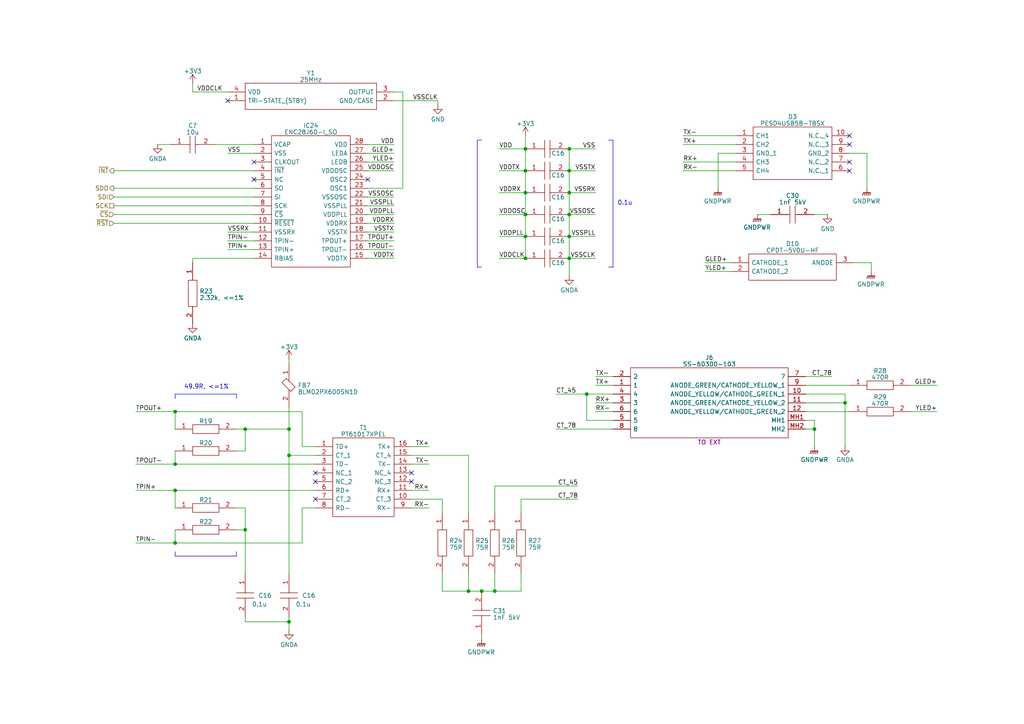
<source format=kicad_sch>
(kicad_sch (version 20230121) (generator eeschema)

  (uuid a82e62ba-4a0d-4b32-b763-23592cc5e57e)

  (paper "A4")

  (title_block
    (title "Oro Link")
    (date "2023-03-01")
    (rev "2")
    (company "Oro Operating System")
  )

  (lib_symbols
    (symbol "Oro:FerriteBead" (pin_names (offset 0.762)) (in_bom yes) (on_board yes)
      (property "Reference" "FB" (at 6.096 -3.302 0)
        (effects (font (size 1.27 1.27)))
      )
      (property "Value" "FERRITE BEAD" (at 6.096 -4.064 0)
        (effects (font (size 1.27 1.27)) (justify top))
      )
      (property "Footprint" "" (at 2.54 -16.51 0)
        (effects (font (size 1.27 1.27)) (justify left) hide)
      )
      (property "Datasheet" "" (at 0 -16.51 0)
        (effects (font (size 1.27 1.27)) (justify left) hide)
      )
      (property "Height" "" (at -5.08 -16.51 0)
        (effects (font (size 1.27 1.27)) (justify left) hide)
      )
      (property "Description" "" (at -2.54 -16.51 0)
        (effects (font (size 1.27 1.27)) (justify left) hide)
      )
      (property "Manufacturer_Name" "" (at -7.62 -16.51 0)
        (effects (font (size 1.27 1.27)) (justify left) hide)
      )
      (property "Manufacturer_Part_Number" "" (at -10.16 -16.51 0)
        (effects (font (size 1.27 1.27)) (justify left) hide)
      )
      (property "Mouser Part Number" "" (at -12.7 -16.51 0)
        (effects (font (size 1.27 1.27)) (justify left) hide)
      )
      (property "Mouser Price/Stock" "" (at -15.24 -16.51 0)
        (effects (font (size 1.27 1.27)) (justify left) hide)
      )
      (property "Arrow Part Number" "" (at -17.78 -16.51 0)
        (effects (font (size 1.27 1.27)) (justify left) hide)
      )
      (property "Arrow Price/Stock" "" (at -20.32 -16.51 0)
        (effects (font (size 1.27 1.27)) (justify left) hide)
      )
      (symbol "FerriteBead_0_0"
        (pin passive line (at 0 0 0) (length 5.08)
          (name "1" (effects (font (size 0 0))))
          (number "1" (effects (font (size 1.27 1.27))))
        )
        (pin passive line (at 12.7 0 180) (length 5.08)
          (name "2" (effects (font (size 0 0))))
          (number "2" (effects (font (size 1.27 1.27))))
        )
      )
      (symbol "FerriteBead_0_1"
        (polyline
          (pts
            (xy 4.318 -0.762)
            (xy 6.858 1.778)
            (xy 8.128 0.508)
            (xy 5.588 -2.032)
            (xy 4.318 -0.762)
          )
          (stroke (width 0.1524) (type solid))
          (fill (type none))
        )
      )
    )
    (symbol "SamacSys_Parts:01016D104KAT2A" (pin_names (offset 0.762)) (in_bom yes) (on_board yes)
      (property "Reference" "C" (at 8.89 6.35 0)
        (effects (font (size 1.27 1.27)) (justify left))
      )
      (property "Value" "01016D104KAT2A" (at 8.89 3.81 0)
        (effects (font (size 1.27 1.27)) (justify left))
      )
      (property "Footprint" "CAPC0402X22N" (at 8.89 1.27 0)
        (effects (font (size 1.27 1.27)) (justify left) hide)
      )
      (property "Datasheet" "https://altium.componentsearchengine.com/Datasheets/1/01016D104KAT2A.pdf" (at 8.89 -1.27 0)
        (effects (font (size 1.27 1.27)) (justify left) hide)
      )
      (property "Description" "Multilayer Ceramic Capacitors MLCC - SMD/SMT 6.3V .1uF X5R 0101 10%" (at 8.89 -3.81 0)
        (effects (font (size 1.27 1.27)) (justify left) hide)
      )
      (property "Height" "0.22" (at 8.89 -6.35 0)
        (effects (font (size 1.27 1.27)) (justify left) hide)
      )
      (property "Manufacturer_Name" "AVX" (at 8.89 -8.89 0)
        (effects (font (size 1.27 1.27)) (justify left) hide)
      )
      (property "Manufacturer_Part_Number" "01016D104KAT2A" (at 8.89 -11.43 0)
        (effects (font (size 1.27 1.27)) (justify left) hide)
      )
      (property "Mouser Part Number" "581-01016D104KAT2A" (at 8.89 -13.97 0)
        (effects (font (size 1.27 1.27)) (justify left) hide)
      )
      (property "Mouser Price/Stock" "https://www.mouser.com/Search/Refine.aspx?Keyword=581-01016D104KAT2A" (at 8.89 -16.51 0)
        (effects (font (size 1.27 1.27)) (justify left) hide)
      )
      (property "Arrow Part Number" "01016D104KAT2A" (at 8.89 -19.05 0)
        (effects (font (size 1.27 1.27)) (justify left) hide)
      )
      (property "Arrow Price/Stock" "https://www.arrow.com/en/products/01016d104kat2a/avx" (at 8.89 -21.59 0)
        (effects (font (size 1.27 1.27)) (justify left) hide)
      )
      (property "ki_description" "Multilayer Ceramic Capacitors MLCC - SMD/SMT 6.3V .1uF X5R 0101 10%" (at 0 0 0)
        (effects (font (size 1.27 1.27)) hide)
      )
      (symbol "01016D104KAT2A_0_0"
        (pin passive line (at 0 0 0) (length 5.08)
          (name "~" (effects (font (size 1.27 1.27))))
          (number "1" (effects (font (size 1.27 1.27))))
        )
        (pin passive line (at 12.7 0 180) (length 5.08)
          (name "~" (effects (font (size 1.27 1.27))))
          (number "2" (effects (font (size 1.27 1.27))))
        )
      )
      (symbol "01016D104KAT2A_0_1"
        (polyline
          (pts
            (xy 5.08 0)
            (xy 5.588 0)
          )
          (stroke (width 0.1524) (type solid))
          (fill (type none))
        )
        (polyline
          (pts
            (xy 5.588 2.54)
            (xy 5.588 -2.54)
          )
          (stroke (width 0.1524) (type solid))
          (fill (type none))
        )
        (polyline
          (pts
            (xy 7.112 0)
            (xy 7.62 0)
          )
          (stroke (width 0.1524) (type solid))
          (fill (type none))
        )
        (polyline
          (pts
            (xy 7.112 2.54)
            (xy 7.112 -2.54)
          )
          (stroke (width 0.1524) (type solid))
          (fill (type none))
        )
      )
    )
    (symbol "SamacSys_Parts:AC0805FR-07470RL" (pin_names (offset 0.762)) (in_bom yes) (on_board yes)
      (property "Reference" "R" (at 13.97 6.35 0)
        (effects (font (size 1.27 1.27)) (justify left))
      )
      (property "Value" "AC0805FR-07470RL" (at 13.97 3.81 0)
        (effects (font (size 1.27 1.27)) (justify left))
      )
      (property "Footprint" "RESC2012X60N" (at 13.97 1.27 0)
        (effects (font (size 1.27 1.27)) (justify left) hide)
      )
      (property "Datasheet" "https://4donline.ihs.com/images/VipMasterIC/IC/YAGO/YAGO-S-A0012183261/YAGO-S-A0012183261-1.pdf?hkey=EF798316E3902B6ED9A73243A3159BB0" (at 13.97 -1.27 0)
        (effects (font (size 1.27 1.27)) (justify left) hide)
      )
      (property "Description" "470 Ohms +/-1% 0.125W, 1/8W Chip Resistor 0805 (2012 Metric) Automotive AEC-Q200, Moisture Resistant Thick Film" (at 13.97 -3.81 0)
        (effects (font (size 1.27 1.27)) (justify left) hide)
      )
      (property "Height" "0.6" (at 13.97 -6.35 0)
        (effects (font (size 1.27 1.27)) (justify left) hide)
      )
      (property "Manufacturer_Name" "YAGEO" (at 13.97 -8.89 0)
        (effects (font (size 1.27 1.27)) (justify left) hide)
      )
      (property "Manufacturer_Part_Number" "AC0805FR-07470RL" (at 13.97 -11.43 0)
        (effects (font (size 1.27 1.27)) (justify left) hide)
      )
      (property "Mouser Part Number" "" (at 13.97 -13.97 0)
        (effects (font (size 1.27 1.27)) (justify left) hide)
      )
      (property "Mouser Price/Stock" "" (at 13.97 -16.51 0)
        (effects (font (size 1.27 1.27)) (justify left) hide)
      )
      (property "Arrow Part Number" "" (at 13.97 -19.05 0)
        (effects (font (size 1.27 1.27)) (justify left) hide)
      )
      (property "Arrow Price/Stock" "" (at 13.97 -21.59 0)
        (effects (font (size 1.27 1.27)) (justify left) hide)
      )
      (property "ki_description" "470 Ohms +/-1% 0.125W, 1/8W Chip Resistor 0805 (2012 Metric) Automotive AEC-Q200, Moisture Resistant Thick Film" (at 0 0 0)
        (effects (font (size 1.27 1.27)) hide)
      )
      (symbol "AC0805FR-07470RL_0_0"
        (pin passive line (at 0 0 0) (length 5.08)
          (name "~" (effects (font (size 1.27 1.27))))
          (number "1" (effects (font (size 1.27 1.27))))
        )
        (pin passive line (at 17.78 0 180) (length 5.08)
          (name "~" (effects (font (size 1.27 1.27))))
          (number "2" (effects (font (size 1.27 1.27))))
        )
      )
      (symbol "AC0805FR-07470RL_0_1"
        (polyline
          (pts
            (xy 5.08 1.27)
            (xy 12.7 1.27)
            (xy 12.7 -1.27)
            (xy 5.08 -1.27)
            (xy 5.08 1.27)
          )
          (stroke (width 0.1524) (type solid))
          (fill (type none))
        )
      )
    )
    (symbol "SamacSys_Parts:ASE-25.000MHZ-LC-T" (pin_names (offset 0.762)) (in_bom yes) (on_board yes)
      (property "Reference" "Y" (at 44.45 7.62 0)
        (effects (font (size 1.27 1.27)) (justify left))
      )
      (property "Value" "ASE-25.000MHZ-LC-T" (at 44.45 5.08 0)
        (effects (font (size 1.27 1.27)) (justify left))
      )
      (property "Footprint" "ASE24576MHZLCT" (at 44.45 2.54 0)
        (effects (font (size 1.27 1.27)) (justify left) hide)
      )
      (property "Datasheet" "https://abracon.com/Oscillators/ASEseries.pdf" (at 44.45 0 0)
        (effects (font (size 1.27 1.27)) (justify left) hide)
      )
      (property "Description" "ASE-25.000MHZ-LC-T Crystal Oscillator, 25 MHz, +/-50ppm CMOS 15pF, 4-Pin SMD, 3.2 x 2.5 x 1.2mm" (at 44.45 -2.54 0)
        (effects (font (size 1.27 1.27)) (justify left) hide)
      )
      (property "Height" "1" (at 44.45 -5.08 0)
        (effects (font (size 1.27 1.27)) (justify left) hide)
      )
      (property "Manufacturer_Name" "ABRACON" (at 44.45 -7.62 0)
        (effects (font (size 1.27 1.27)) (justify left) hide)
      )
      (property "Manufacturer_Part_Number" "ASE-25.000MHZ-LC-T" (at 44.45 -10.16 0)
        (effects (font (size 1.27 1.27)) (justify left) hide)
      )
      (property "Mouser Part Number" "815-ASE25.000MHZLCT" (at 44.45 -12.7 0)
        (effects (font (size 1.27 1.27)) (justify left) hide)
      )
      (property "Mouser Price/Stock" "https://www.mouser.co.uk/ProductDetail/ABRACON/ASE-25.000MHZ-LC-T?qs=ShQ8XZQtgRuW6p4KtHOZPQ%3D%3D" (at 44.45 -15.24 0)
        (effects (font (size 1.27 1.27)) (justify left) hide)
      )
      (property "Arrow Part Number" "ASE-25.000MHZ-LC-T" (at 44.45 -17.78 0)
        (effects (font (size 1.27 1.27)) (justify left) hide)
      )
      (property "Arrow Price/Stock" "https://www.arrow.com/en/products/ase-25.000mhz-lc-t/abracon" (at 44.45 -20.32 0)
        (effects (font (size 1.27 1.27)) (justify left) hide)
      )
      (property "ki_description" "ASE-25.000MHZ-LC-T Crystal Oscillator, 25 MHz, +/-50ppm CMOS 15pF, 4-Pin SMD, 3.2 x 2.5 x 1.2mm" (at 0 0 0)
        (effects (font (size 1.27 1.27)) hide)
      )
      (symbol "ASE-25.000MHZ-LC-T_0_0"
        (pin passive line (at 0 -2.54 0) (length 5.08)
          (name "TRI-STATE_(STBY)" (effects (font (size 1.27 1.27))))
          (number "1" (effects (font (size 1.27 1.27))))
        )
        (pin passive line (at 48.26 -2.54 180) (length 5.08)
          (name "GND/CASE" (effects (font (size 1.27 1.27))))
          (number "2" (effects (font (size 1.27 1.27))))
        )
        (pin passive line (at 48.26 0 180) (length 5.08)
          (name "OUTPUT" (effects (font (size 1.27 1.27))))
          (number "3" (effects (font (size 1.27 1.27))))
        )
        (pin passive line (at 0 0 0) (length 5.08)
          (name "VDD" (effects (font (size 1.27 1.27))))
          (number "4" (effects (font (size 1.27 1.27))))
        )
      )
      (symbol "ASE-25.000MHZ-LC-T_0_1"
        (polyline
          (pts
            (xy 5.08 2.54)
            (xy 43.18 2.54)
            (xy 43.18 -5.08)
            (xy 5.08 -5.08)
            (xy 5.08 2.54)
          )
          (stroke (width 0.1524) (type solid))
          (fill (type none))
        )
      )
    )
    (symbol "SamacSys_Parts:CPDT-5V0U-HF" (pin_names (offset 0.762)) (in_bom yes) (on_board yes)
      (property "Reference" "D" (at 31.75 7.62 0)
        (effects (font (size 1.27 1.27)) (justify left))
      )
      (property "Value" "CPDT-5V0U-HF" (at 31.75 5.08 0)
        (effects (font (size 1.27 1.27)) (justify left))
      )
      (property "Footprint" "SOT95P240X105-3N" (at 31.75 2.54 0)
        (effects (font (size 1.27 1.27)) (justify left) hide)
      )
      (property "Datasheet" "https://componentsearchengine.com/Datasheets/1/CPDT-5V0U-HF.pdf" (at 31.75 0 0)
        (effects (font (size 1.27 1.27)) (justify left) hide)
      )
      (property "Description" "ESD Suppressors / TVS Diodes" (at 31.75 -2.54 0)
        (effects (font (size 1.27 1.27)) (justify left) hide)
      )
      (property "Height" "1.05" (at 31.75 -5.08 0)
        (effects (font (size 1.27 1.27)) (justify left) hide)
      )
      (property "Manufacturer_Name" "Comchip Technology" (at 31.75 -7.62 0)
        (effects (font (size 1.27 1.27)) (justify left) hide)
      )
      (property "Manufacturer_Part_Number" "CPDT-5V0U-HF" (at 31.75 -10.16 0)
        (effects (font (size 1.27 1.27)) (justify left) hide)
      )
      (property "Mouser Part Number" "750-CPDT-5V0U-HF" (at 31.75 -12.7 0)
        (effects (font (size 1.27 1.27)) (justify left) hide)
      )
      (property "Mouser Price/Stock" "https://www.mouser.co.uk/ProductDetail/Comchip-Technology/CPDT-5V0U-HF?qs=2qJf6qQ4IOL9RuyuobUszw%3D%3D" (at 31.75 -15.24 0)
        (effects (font (size 1.27 1.27)) (justify left) hide)
      )
      (property "Arrow Part Number" "CPDT-5V0U-HF" (at 31.75 -17.78 0)
        (effects (font (size 1.27 1.27)) (justify left) hide)
      )
      (property "Arrow Price/Stock" "https://www.arrow.com/en/products/cpdt-5v0u-hf/comchip-technology?region=nac" (at 31.75 -20.32 0)
        (effects (font (size 1.27 1.27)) (justify left) hide)
      )
      (property "ki_description" "ESD Suppressors / TVS Diodes" (at 0 0 0)
        (effects (font (size 1.27 1.27)) hide)
      )
      (symbol "CPDT-5V0U-HF_0_0"
        (pin passive line (at 0 0 0) (length 5.08)
          (name "CATHODE_1" (effects (font (size 1.27 1.27))))
          (number "1" (effects (font (size 1.27 1.27))))
        )
        (pin passive line (at 0 -2.54 0) (length 5.08)
          (name "CATHODE_2" (effects (font (size 1.27 1.27))))
          (number "2" (effects (font (size 1.27 1.27))))
        )
        (pin passive line (at 35.56 0 180) (length 5.08)
          (name "ANODE" (effects (font (size 1.27 1.27))))
          (number "3" (effects (font (size 1.27 1.27))))
        )
      )
      (symbol "CPDT-5V0U-HF_0_1"
        (polyline
          (pts
            (xy 5.08 2.54)
            (xy 30.48 2.54)
            (xy 30.48 -5.08)
            (xy 5.08 -5.08)
            (xy 5.08 2.54)
          )
          (stroke (width 0.1524) (type solid))
          (fill (type none))
        )
      )
    )
    (symbol "SamacSys_Parts:ENC28J60-I_SO" (pin_names (offset 0.762)) (in_bom yes) (on_board yes)
      (property "Reference" "IC" (at 29.21 7.62 0)
        (effects (font (size 1.27 1.27)) (justify left))
      )
      (property "Value" "ENC28J60-I_SO" (at 29.21 5.08 0)
        (effects (font (size 1.27 1.27)) (justify left))
      )
      (property "Footprint" "SOIC127P1030X265-28N" (at 29.21 2.54 0)
        (effects (font (size 1.27 1.27)) (justify left) hide)
      )
      (property "Datasheet" "http://ww1.microchip.com/downloads/en/DeviceDoc/39662e.pdf" (at 29.21 0 0)
        (effects (font (size 1.27 1.27)) (justify left) hide)
      )
      (property "Description" "Ethernet Controller, 8 KB RAM, MAC&PHY" (at 29.21 -2.54 0)
        (effects (font (size 1.27 1.27)) (justify left) hide)
      )
      (property "Height" "2.65" (at 29.21 -5.08 0)
        (effects (font (size 1.27 1.27)) (justify left) hide)
      )
      (property "Manufacturer_Name" "Microchip" (at 29.21 -7.62 0)
        (effects (font (size 1.27 1.27)) (justify left) hide)
      )
      (property "Manufacturer_Part_Number" "ENC28J60-I/SO" (at 29.21 -10.16 0)
        (effects (font (size 1.27 1.27)) (justify left) hide)
      )
      (property "Mouser Part Number" "579-ENC28J60-I/SO" (at 29.21 -12.7 0)
        (effects (font (size 1.27 1.27)) (justify left) hide)
      )
      (property "Mouser Price/Stock" "https://www.mouser.co.uk/ProductDetail/Microchip-Technology-Atmel/ENC28J60-I-SO?qs=8nGS%2FuaWW3uX0KPZZN505g%3D%3D" (at 29.21 -15.24 0)
        (effects (font (size 1.27 1.27)) (justify left) hide)
      )
      (property "Arrow Part Number" "ENC28J60-I/SO" (at 29.21 -17.78 0)
        (effects (font (size 1.27 1.27)) (justify left) hide)
      )
      (property "Arrow Price/Stock" "https://www.arrow.com/en/products/enc28j60-iso/microchip-technology?region=nac" (at 29.21 -20.32 0)
        (effects (font (size 1.27 1.27)) (justify left) hide)
      )
      (property "ki_description" "Ethernet Controller, 8 KB RAM, MAC&PHY" (at 0 0 0)
        (effects (font (size 1.27 1.27)) hide)
      )
      (symbol "ENC28J60-I_SO_0_0"
        (pin passive line (at 0 0 0) (length 5.08)
          (name "VCAP" (effects (font (size 1.27 1.27))))
          (number "1" (effects (font (size 1.27 1.27))))
        )
        (pin passive line (at 0 -22.86 0) (length 5.08)
          (name "~{RESET}" (effects (font (size 1.27 1.27))))
          (number "10" (effects (font (size 1.27 1.27))))
        )
        (pin passive line (at 0 -25.4 0) (length 5.08)
          (name "VSSRX" (effects (font (size 1.27 1.27))))
          (number "11" (effects (font (size 1.27 1.27))))
        )
        (pin passive line (at 0 -27.94 0) (length 5.08)
          (name "TPIN-" (effects (font (size 1.27 1.27))))
          (number "12" (effects (font (size 1.27 1.27))))
        )
        (pin passive line (at 0 -30.48 0) (length 5.08)
          (name "TPIN+" (effects (font (size 1.27 1.27))))
          (number "13" (effects (font (size 1.27 1.27))))
        )
        (pin passive line (at 0 -33.02 0) (length 5.08)
          (name "RBIAS" (effects (font (size 1.27 1.27))))
          (number "14" (effects (font (size 1.27 1.27))))
        )
        (pin passive line (at 33.02 -33.02 180) (length 5.08)
          (name "VDDTX" (effects (font (size 1.27 1.27))))
          (number "15" (effects (font (size 1.27 1.27))))
        )
        (pin passive line (at 33.02 -30.48 180) (length 5.08)
          (name "TPOUT-" (effects (font (size 1.27 1.27))))
          (number "16" (effects (font (size 1.27 1.27))))
        )
        (pin passive line (at 33.02 -27.94 180) (length 5.08)
          (name "TPOUT+" (effects (font (size 1.27 1.27))))
          (number "17" (effects (font (size 1.27 1.27))))
        )
        (pin passive line (at 33.02 -25.4 180) (length 5.08)
          (name "VSSTX" (effects (font (size 1.27 1.27))))
          (number "18" (effects (font (size 1.27 1.27))))
        )
        (pin passive line (at 33.02 -22.86 180) (length 5.08)
          (name "VDDRX" (effects (font (size 1.27 1.27))))
          (number "19" (effects (font (size 1.27 1.27))))
        )
        (pin passive line (at 0 -2.54 0) (length 5.08)
          (name "VSS" (effects (font (size 1.27 1.27))))
          (number "2" (effects (font (size 1.27 1.27))))
        )
        (pin passive line (at 33.02 -20.32 180) (length 5.08)
          (name "VDDPLL" (effects (font (size 1.27 1.27))))
          (number "20" (effects (font (size 1.27 1.27))))
        )
        (pin passive line (at 33.02 -17.78 180) (length 5.08)
          (name "VSSPLL" (effects (font (size 1.27 1.27))))
          (number "21" (effects (font (size 1.27 1.27))))
        )
        (pin passive line (at 33.02 -15.24 180) (length 5.08)
          (name "VSSOSC" (effects (font (size 1.27 1.27))))
          (number "22" (effects (font (size 1.27 1.27))))
        )
        (pin passive line (at 33.02 -12.7 180) (length 5.08)
          (name "OSC1" (effects (font (size 1.27 1.27))))
          (number "23" (effects (font (size 1.27 1.27))))
        )
        (pin passive line (at 33.02 -10.16 180) (length 5.08)
          (name "OSC2" (effects (font (size 1.27 1.27))))
          (number "24" (effects (font (size 1.27 1.27))))
        )
        (pin passive line (at 33.02 -7.62 180) (length 5.08)
          (name "VDDOSC" (effects (font (size 1.27 1.27))))
          (number "25" (effects (font (size 1.27 1.27))))
        )
        (pin passive line (at 33.02 -5.08 180) (length 5.08)
          (name "LEDB" (effects (font (size 1.27 1.27))))
          (number "26" (effects (font (size 1.27 1.27))))
        )
        (pin passive line (at 33.02 -2.54 180) (length 5.08)
          (name "LEDA" (effects (font (size 1.27 1.27))))
          (number "27" (effects (font (size 1.27 1.27))))
        )
        (pin passive line (at 33.02 0 180) (length 5.08)
          (name "VDD" (effects (font (size 1.27 1.27))))
          (number "28" (effects (font (size 1.27 1.27))))
        )
        (pin passive line (at 0 -5.08 0) (length 5.08)
          (name "CLKOUT" (effects (font (size 1.27 1.27))))
          (number "3" (effects (font (size 1.27 1.27))))
        )
        (pin passive line (at 0 -7.62 0) (length 5.08)
          (name "~{INT}" (effects (font (size 1.27 1.27))))
          (number "4" (effects (font (size 1.27 1.27))))
        )
        (pin no_connect line (at 0 -10.16 0) (length 5.08)
          (name "NC" (effects (font (size 1.27 1.27))))
          (number "5" (effects (font (size 1.27 1.27))))
        )
        (pin passive line (at 0 -12.7 0) (length 5.08)
          (name "SO" (effects (font (size 1.27 1.27))))
          (number "6" (effects (font (size 1.27 1.27))))
        )
        (pin passive line (at 0 -15.24 0) (length 5.08)
          (name "SI" (effects (font (size 1.27 1.27))))
          (number "7" (effects (font (size 1.27 1.27))))
        )
        (pin passive line (at 0 -17.78 0) (length 5.08)
          (name "SCK" (effects (font (size 1.27 1.27))))
          (number "8" (effects (font (size 1.27 1.27))))
        )
        (pin passive line (at 0 -20.32 0) (length 5.08)
          (name "~{CS}" (effects (font (size 1.27 1.27))))
          (number "9" (effects (font (size 1.27 1.27))))
        )
      )
      (symbol "ENC28J60-I_SO_0_1"
        (polyline
          (pts
            (xy 5.08 2.54)
            (xy 27.94 2.54)
            (xy 27.94 -35.56)
            (xy 5.08 -35.56)
            (xy 5.08 2.54)
          )
          (stroke (width 0.1524) (type solid))
          (fill (type none))
        )
      )
    )
    (symbol "SamacSys_Parts:ERJ-P06F2321V" (pin_names (offset 0.762)) (in_bom yes) (on_board yes)
      (property "Reference" "R" (at 13.97 6.35 0)
        (effects (font (size 1.27 1.27)) (justify left))
      )
      (property "Value" "ERJ-P06F2321V" (at 13.97 3.81 0)
        (effects (font (size 1.27 1.27)) (justify left))
      )
      (property "Footprint" "ERJP06_(0805)" (at 13.97 1.27 0)
        (effects (font (size 1.27 1.27)) (justify left) hide)
      )
      (property "Datasheet" "https://industrial.panasonic.com/cdbs/www-data/pdf/RDO0000/AOA0000C331.pdf" (at 13.97 -1.27 0)
        (effects (font (size 1.27 1.27)) (justify left) hide)
      )
      (property "Description" "Thick Film Resistors - SMD 0805 2.32Kohms 0.5W 1% AEC-Q200" (at 13.97 -3.81 0)
        (effects (font (size 1.27 1.27)) (justify left) hide)
      )
      (property "Height" "0.7" (at 13.97 -6.35 0)
        (effects (font (size 1.27 1.27)) (justify left) hide)
      )
      (property "Manufacturer_Name" "Panasonic" (at 13.97 -8.89 0)
        (effects (font (size 1.27 1.27)) (justify left) hide)
      )
      (property "Manufacturer_Part_Number" "ERJ-P06F2321V" (at 13.97 -11.43 0)
        (effects (font (size 1.27 1.27)) (justify left) hide)
      )
      (property "Mouser Part Number" "667-ERJ-P06F2321V" (at 13.97 -13.97 0)
        (effects (font (size 1.27 1.27)) (justify left) hide)
      )
      (property "Mouser Price/Stock" "https://www.mouser.com/Search/Refine.aspx?Keyword=667-ERJ-P06F2321V" (at 13.97 -16.51 0)
        (effects (font (size 1.27 1.27)) (justify left) hide)
      )
      (property "Arrow Part Number" "" (at 13.97 -19.05 0)
        (effects (font (size 1.27 1.27)) (justify left) hide)
      )
      (property "Arrow Price/Stock" "" (at 13.97 -21.59 0)
        (effects (font (size 1.27 1.27)) (justify left) hide)
      )
      (property "ki_description" "Thick Film Resistors - SMD 0805 2.32Kohms 0.5W 1% AEC-Q200" (at 0 0 0)
        (effects (font (size 1.27 1.27)) hide)
      )
      (symbol "ERJ-P06F2321V_0_0"
        (pin passive line (at 0 0 0) (length 5.08)
          (name "~" (effects (font (size 1.27 1.27))))
          (number "1" (effects (font (size 1.27 1.27))))
        )
        (pin passive line (at 17.78 0 180) (length 5.08)
          (name "~" (effects (font (size 1.27 1.27))))
          (number "2" (effects (font (size 1.27 1.27))))
        )
      )
      (symbol "ERJ-P06F2321V_0_1"
        (polyline
          (pts
            (xy 5.08 1.27)
            (xy 12.7 1.27)
            (xy 12.7 -1.27)
            (xy 5.08 -1.27)
            (xy 5.08 1.27)
          )
          (stroke (width 0.1524) (type solid))
          (fill (type none))
        )
      )
    )
    (symbol "SamacSys_Parts:HV2225Y102KXMATHV" (pin_names (offset 0.762)) (in_bom yes) (on_board yes)
      (property "Reference" "C" (at 8.89 6.35 0)
        (effects (font (size 1.27 1.27)) (justify left))
      )
      (property "Value" "HV2225Y102KXMATHV" (at 8.89 3.81 0)
        (effects (font (size 1.27 1.27)) (justify left))
      )
      (property "Footprint" "CAPC5664X270N" (at 8.89 1.27 0)
        (effects (font (size 1.27 1.27)) (justify left) hide)
      )
      (property "Datasheet" "https://componentsearchengine.com/Datasheets/1/HV2225Y102KXMATHV.pdf" (at 8.89 -1.27 0)
        (effects (font (size 1.27 1.27)) (justify left) hide)
      )
      (property "Description" "Multilayer Ceramic Capacitors MLCC - SMD/SMT 1.0nF 5000volts 10% X7R High Voltage" (at 8.89 -3.81 0)
        (effects (font (size 1.27 1.27)) (justify left) hide)
      )
      (property "Height" "2.7" (at 8.89 -6.35 0)
        (effects (font (size 1.27 1.27)) (justify left) hide)
      )
      (property "Manufacturer_Name" "Vishay" (at 8.89 -8.89 0)
        (effects (font (size 1.27 1.27)) (justify left) hide)
      )
      (property "Manufacturer_Part_Number" "HV2225Y102KXMATHV" (at 8.89 -11.43 0)
        (effects (font (size 1.27 1.27)) (justify left) hide)
      )
      (property "Mouser Part Number" "77-HV2225Y102KXMATHV" (at 8.89 -13.97 0)
        (effects (font (size 1.27 1.27)) (justify left) hide)
      )
      (property "Mouser Price/Stock" "https://www.mouser.com/Search/Refine.aspx?Keyword=77-HV2225Y102KXMATHV" (at 8.89 -16.51 0)
        (effects (font (size 1.27 1.27)) (justify left) hide)
      )
      (property "Arrow Part Number" "" (at 8.89 -19.05 0)
        (effects (font (size 1.27 1.27)) (justify left) hide)
      )
      (property "Arrow Price/Stock" "" (at 8.89 -21.59 0)
        (effects (font (size 1.27 1.27)) (justify left) hide)
      )
      (property "ki_description" "Multilayer Ceramic Capacitors MLCC - SMD/SMT 1.0nF 5000volts 10% X7R High Voltage" (at 0 0 0)
        (effects (font (size 1.27 1.27)) hide)
      )
      (symbol "HV2225Y102KXMATHV_0_0"
        (pin passive line (at 0 0 0) (length 5.08)
          (name "~" (effects (font (size 1.27 1.27))))
          (number "1" (effects (font (size 1.27 1.27))))
        )
        (pin passive line (at 12.7 0 180) (length 5.08)
          (name "~" (effects (font (size 1.27 1.27))))
          (number "2" (effects (font (size 1.27 1.27))))
        )
      )
      (symbol "HV2225Y102KXMATHV_0_1"
        (polyline
          (pts
            (xy 5.08 0)
            (xy 5.588 0)
          )
          (stroke (width 0.1524) (type solid))
          (fill (type none))
        )
        (polyline
          (pts
            (xy 5.588 2.54)
            (xy 5.588 -2.54)
          )
          (stroke (width 0.1524) (type solid))
          (fill (type none))
        )
        (polyline
          (pts
            (xy 7.112 0)
            (xy 7.62 0)
          )
          (stroke (width 0.1524) (type solid))
          (fill (type none))
        )
        (polyline
          (pts
            (xy 7.112 2.54)
            (xy 7.112 -2.54)
          )
          (stroke (width 0.1524) (type solid))
          (fill (type none))
        )
      )
    )
    (symbol "SamacSys_Parts:LMK212ABJ106KG8T" (pin_names (offset 0.762)) (in_bom yes) (on_board yes)
      (property "Reference" "C" (at 8.89 6.35 0)
        (effects (font (size 1.27 1.27)) (justify left))
      )
      (property "Value" "LMK212ABJ106KG8T" (at 8.89 3.81 0)
        (effects (font (size 1.27 1.27)) (justify left))
      )
      (property "Footprint" "CAPC2012X135N" (at 8.89 1.27 0)
        (effects (font (size 1.27 1.27)) (justify left) hide)
      )
      (property "Datasheet" "https://www.mouser.mx/datasheet/2/396/mlcc06_hq_AUTO_e-1901145.pdf" (at 8.89 -1.27 0)
        (effects (font (size 1.27 1.27)) (justify left) hide)
      )
      (property "Description" "Multilayer Ceramic Capacitors MLCC - SMD/SMT 0805 10VDC 10uF 10% X5R" (at 8.89 -3.81 0)
        (effects (font (size 1.27 1.27)) (justify left) hide)
      )
      (property "Height" "1.35" (at 8.89 -6.35 0)
        (effects (font (size 1.27 1.27)) (justify left) hide)
      )
      (property "Manufacturer_Name" "TAIYO YUDEN" (at 8.89 -8.89 0)
        (effects (font (size 1.27 1.27)) (justify left) hide)
      )
      (property "Manufacturer_Part_Number" "LMK212ABJ106KG8T" (at 8.89 -11.43 0)
        (effects (font (size 1.27 1.27)) (justify left) hide)
      )
      (property "Mouser Part Number" "963-LMK212ABJ106KG8T" (at 8.89 -13.97 0)
        (effects (font (size 1.27 1.27)) (justify left) hide)
      )
      (property "Mouser Price/Stock" "https://www.mouser.co.uk/ProductDetail/Taiyo-Yuden/LMK212ABJ106KG8T?qs=DPoM0jnrROXr%252BNWMCZEUdQ%3D%3D" (at 8.89 -16.51 0)
        (effects (font (size 1.27 1.27)) (justify left) hide)
      )
      (property "Arrow Part Number" "" (at 8.89 -19.05 0)
        (effects (font (size 1.27 1.27)) (justify left) hide)
      )
      (property "Arrow Price/Stock" "" (at 8.89 -21.59 0)
        (effects (font (size 1.27 1.27)) (justify left) hide)
      )
      (property "Mouser Testing Part Number" "" (at 8.89 -24.13 0)
        (effects (font (size 1.27 1.27)) (justify left) hide)
      )
      (property "Mouser Testing Price/Stock" "" (at 8.89 -26.67 0)
        (effects (font (size 1.27 1.27)) (justify left) hide)
      )
      (property "ki_description" "Multilayer Ceramic Capacitors MLCC - SMD/SMT 0805 10VDC 10uF 10% X5R" (at 0 0 0)
        (effects (font (size 1.27 1.27)) hide)
      )
      (symbol "LMK212ABJ106KG8T_0_0"
        (pin passive line (at 0 0 0) (length 5.08)
          (name "~" (effects (font (size 1.27 1.27))))
          (number "1" (effects (font (size 1.27 1.27))))
        )
        (pin passive line (at 12.7 0 180) (length 5.08)
          (name "~" (effects (font (size 1.27 1.27))))
          (number "2" (effects (font (size 1.27 1.27))))
        )
      )
      (symbol "LMK212ABJ106KG8T_0_1"
        (polyline
          (pts
            (xy 5.08 0)
            (xy 5.588 0)
          )
          (stroke (width 0.1524) (type default))
          (fill (type none))
        )
        (polyline
          (pts
            (xy 5.588 2.54)
            (xy 5.588 -2.54)
          )
          (stroke (width 0.1524) (type default))
          (fill (type none))
        )
        (polyline
          (pts
            (xy 7.112 0)
            (xy 7.62 0)
          )
          (stroke (width 0.1524) (type default))
          (fill (type none))
        )
        (polyline
          (pts
            (xy 7.112 2.54)
            (xy 7.112 -2.54)
          )
          (stroke (width 0.1524) (type default))
          (fill (type none))
        )
      )
    )
    (symbol "SamacSys_Parts:PESD4USB5B-TBSX" (pin_names (offset 0.762)) (in_bom yes) (on_board yes)
      (property "Reference" "D" (at 29.21 7.62 0)
        (effects (font (size 1.27 1.27)) (justify left))
      )
      (property "Value" "PESD4USB5B-TBSX" (at 29.21 5.08 0)
        (effects (font (size 1.27 1.27)) (justify left))
      )
      (property "Footprint" "PESD4USB5BTBSX" (at 29.21 2.54 0)
        (effects (font (size 1.27 1.27)) (justify left) hide)
      )
      (property "Datasheet" "https://assets.nexperia.com/documents/data-sheet/PESD4USB5B-TBS.pdf" (at 29.21 0 0)
        (effects (font (size 1.27 1.27)) (justify left) hide)
      )
      (property "Description" "5.5V (Typ) Clamp 7A (8/20s) Ipp Tvs Diode Surface Mount, Wettable Flank DFN2510D-10" (at 29.21 -2.54 0)
        (effects (font (size 1.27 1.27)) (justify left) hide)
      )
      (property "Height" "0.8" (at 29.21 -5.08 0)
        (effects (font (size 1.27 1.27)) (justify left) hide)
      )
      (property "Manufacturer_Name" "Nexperia" (at 29.21 -7.62 0)
        (effects (font (size 1.27 1.27)) (justify left) hide)
      )
      (property "Manufacturer_Part_Number" "PESD4USB5B-TBSX" (at 29.21 -10.16 0)
        (effects (font (size 1.27 1.27)) (justify left) hide)
      )
      (property "Mouser Part Number" "771-PESD4USB5B-TBSX" (at 29.21 -12.7 0)
        (effects (font (size 1.27 1.27)) (justify left) hide)
      )
      (property "Mouser Price/Stock" "https://www.mouser.co.uk/ProductDetail/Nexperia/PESD4USB5B-TBSX?qs=ljCeji4nMDncW6w%2F3oPpKQ%3D%3D" (at 29.21 -15.24 0)
        (effects (font (size 1.27 1.27)) (justify left) hide)
      )
      (property "Arrow Part Number" "PESD4USB5B-TBSX" (at 29.21 -17.78 0)
        (effects (font (size 1.27 1.27)) (justify left) hide)
      )
      (property "Arrow Price/Stock" "https://www.arrow.com/en/products/pesd4usb5b-tbsx/nexperia?region=nac" (at 29.21 -20.32 0)
        (effects (font (size 1.27 1.27)) (justify left) hide)
      )
      (property "ki_description" "5.5V (Typ) Clamp 7A (8/20s) Ipp Tvs Diode Surface Mount, Wettable Flank DFN2510D-10" (at 0 0 0)
        (effects (font (size 1.27 1.27)) hide)
      )
      (symbol "PESD4USB5B-TBSX_0_0"
        (pin passive line (at 0 0 0) (length 5.08)
          (name "CH1" (effects (font (size 1.27 1.27))))
          (number "1" (effects (font (size 1.27 1.27))))
        )
        (pin passive line (at 33.02 0 180) (length 5.08)
          (name "N.C._4" (effects (font (size 1.27 1.27))))
          (number "10" (effects (font (size 1.27 1.27))))
        )
        (pin passive line (at 0 -2.54 0) (length 5.08)
          (name "CH2" (effects (font (size 1.27 1.27))))
          (number "2" (effects (font (size 1.27 1.27))))
        )
        (pin passive line (at 0 -5.08 0) (length 5.08)
          (name "GND_1" (effects (font (size 1.27 1.27))))
          (number "3" (effects (font (size 1.27 1.27))))
        )
        (pin passive line (at 0 -7.62 0) (length 5.08)
          (name "CH3" (effects (font (size 1.27 1.27))))
          (number "4" (effects (font (size 1.27 1.27))))
        )
        (pin passive line (at 0 -10.16 0) (length 5.08)
          (name "CH4" (effects (font (size 1.27 1.27))))
          (number "5" (effects (font (size 1.27 1.27))))
        )
        (pin passive line (at 33.02 -10.16 180) (length 5.08)
          (name "N.C._1" (effects (font (size 1.27 1.27))))
          (number "6" (effects (font (size 1.27 1.27))))
        )
        (pin passive line (at 33.02 -7.62 180) (length 5.08)
          (name "N.C._2" (effects (font (size 1.27 1.27))))
          (number "7" (effects (font (size 1.27 1.27))))
        )
        (pin passive line (at 33.02 -5.08 180) (length 5.08)
          (name "GND_2" (effects (font (size 1.27 1.27))))
          (number "8" (effects (font (size 1.27 1.27))))
        )
        (pin passive line (at 33.02 -2.54 180) (length 5.08)
          (name "N.C._3" (effects (font (size 1.27 1.27))))
          (number "9" (effects (font (size 1.27 1.27))))
        )
      )
      (symbol "PESD4USB5B-TBSX_0_1"
        (polyline
          (pts
            (xy 5.08 2.54)
            (xy 27.94 2.54)
            (xy 27.94 -12.7)
            (xy 5.08 -12.7)
            (xy 5.08 2.54)
          )
          (stroke (width 0.1524) (type solid))
          (fill (type none))
        )
      )
    )
    (symbol "SamacSys_Parts:PT61017XPEL" (pin_names (offset 0.762)) (in_bom yes) (on_board yes)
      (property "Reference" "T" (at 24.13 7.62 0)
        (effects (font (size 1.27 1.27)) (justify left))
      )
      (property "Value" "PT61017XPEL" (at 24.13 5.08 0)
        (effects (font (size 1.27 1.27)) (justify left))
      )
      (property "Footprint" "SOIC127P930X570-16N" (at 24.13 2.54 0)
        (effects (font (size 1.27 1.27)) (justify left) hide)
      )
      (property "Datasheet" "https://www.bourns.com/docs/Product-Datasheets/pt61017xpel.pdf?sfvrsn=2" (at 24.13 0 0)
        (effects (font (size 1.27 1.27)) (justify left) hide)
      )
      (property "Description" "Telecom Transformer 1CT:1CT 0.6Ohm Prim. DCR 1.1Ohm -1.15dB Surface Mount - Tape and Reel PT61017XPEL LAN 10/100 Base-Tx" (at 24.13 -2.54 0)
        (effects (font (size 1.27 1.27)) (justify left) hide)
      )
      (property "Height" "5.7" (at 24.13 -5.08 0)
        (effects (font (size 1.27 1.27)) (justify left) hide)
      )
      (property "Manufacturer_Name" "Bourns" (at 24.13 -7.62 0)
        (effects (font (size 1.27 1.27)) (justify left) hide)
      )
      (property "Manufacturer_Part_Number" "PT61017XPEL" (at 24.13 -10.16 0)
        (effects (font (size 1.27 1.27)) (justify left) hide)
      )
      (property "Mouser Part Number" "652-PT61017XPEL" (at 24.13 -12.7 0)
        (effects (font (size 1.27 1.27)) (justify left) hide)
      )
      (property "Mouser Price/Stock" "https://www.mouser.co.uk/ProductDetail/Bourns/PT61017XPEL?qs=y02iAgv9n61CWKPJbJQxRQ%3D%3D" (at 24.13 -15.24 0)
        (effects (font (size 1.27 1.27)) (justify left) hide)
      )
      (property "Arrow Part Number" "PT61017XPEL" (at 24.13 -17.78 0)
        (effects (font (size 1.27 1.27)) (justify left) hide)
      )
      (property "Arrow Price/Stock" "https://www.arrow.com/en/products/pt61017xpel/bourns?region=nac" (at 24.13 -20.32 0)
        (effects (font (size 1.27 1.27)) (justify left) hide)
      )
      (property "ki_description" "Telecom Transformer 1CT:1CT 0.6Ohm Prim. DCR 1.1Ohm -1.15dB Surface Mount - Tape and Reel PT61017XPEL LAN 10/100 Base-Tx" (at 0 0 0)
        (effects (font (size 1.27 1.27)) hide)
      )
      (symbol "PT61017XPEL_0_0"
        (pin passive line (at 0 0 0) (length 5.08)
          (name "TD+" (effects (font (size 1.27 1.27))))
          (number "1" (effects (font (size 1.27 1.27))))
        )
        (pin passive line (at 27.94 -15.24 180) (length 5.08)
          (name "CT_3" (effects (font (size 1.27 1.27))))
          (number "10" (effects (font (size 1.27 1.27))))
        )
        (pin passive line (at 27.94 -12.7 180) (length 5.08)
          (name "RX+" (effects (font (size 1.27 1.27))))
          (number "11" (effects (font (size 1.27 1.27))))
        )
        (pin passive line (at 27.94 -10.16 180) (length 5.08)
          (name "NC_3" (effects (font (size 1.27 1.27))))
          (number "12" (effects (font (size 1.27 1.27))))
        )
        (pin passive line (at 27.94 -7.62 180) (length 5.08)
          (name "NC_4" (effects (font (size 1.27 1.27))))
          (number "13" (effects (font (size 1.27 1.27))))
        )
        (pin passive line (at 27.94 -5.08 180) (length 5.08)
          (name "TX-" (effects (font (size 1.27 1.27))))
          (number "14" (effects (font (size 1.27 1.27))))
        )
        (pin passive line (at 27.94 -2.54 180) (length 5.08)
          (name "CT_4" (effects (font (size 1.27 1.27))))
          (number "15" (effects (font (size 1.27 1.27))))
        )
        (pin passive line (at 27.94 0 180) (length 5.08)
          (name "TX+" (effects (font (size 1.27 1.27))))
          (number "16" (effects (font (size 1.27 1.27))))
        )
        (pin passive line (at 0 -2.54 0) (length 5.08)
          (name "CT_1" (effects (font (size 1.27 1.27))))
          (number "2" (effects (font (size 1.27 1.27))))
        )
        (pin passive line (at 0 -5.08 0) (length 5.08)
          (name "TD-" (effects (font (size 1.27 1.27))))
          (number "3" (effects (font (size 1.27 1.27))))
        )
        (pin passive line (at 0 -7.62 0) (length 5.08)
          (name "NC_1" (effects (font (size 1.27 1.27))))
          (number "4" (effects (font (size 1.27 1.27))))
        )
        (pin passive line (at 0 -10.16 0) (length 5.08)
          (name "NC_2" (effects (font (size 1.27 1.27))))
          (number "5" (effects (font (size 1.27 1.27))))
        )
        (pin passive line (at 0 -12.7 0) (length 5.08)
          (name "RD+" (effects (font (size 1.27 1.27))))
          (number "6" (effects (font (size 1.27 1.27))))
        )
        (pin passive line (at 0 -15.24 0) (length 5.08)
          (name "CT_2" (effects (font (size 1.27 1.27))))
          (number "7" (effects (font (size 1.27 1.27))))
        )
        (pin passive line (at 0 -17.78 0) (length 5.08)
          (name "RD-" (effects (font (size 1.27 1.27))))
          (number "8" (effects (font (size 1.27 1.27))))
        )
        (pin passive line (at 27.94 -17.78 180) (length 5.08)
          (name "RX-" (effects (font (size 1.27 1.27))))
          (number "9" (effects (font (size 1.27 1.27))))
        )
      )
      (symbol "PT61017XPEL_0_1"
        (polyline
          (pts
            (xy 5.08 2.54)
            (xy 22.86 2.54)
            (xy 22.86 -20.32)
            (xy 5.08 -20.32)
            (xy 5.08 2.54)
          )
          (stroke (width 0.1524) (type solid))
          (fill (type none))
        )
      )
    )
    (symbol "SamacSys_Parts:RC1210FR-0749R9L" (pin_names (offset 0.762)) (in_bom yes) (on_board yes)
      (property "Reference" "R" (at 13.97 6.35 0)
        (effects (font (size 1.27 1.27)) (justify left))
      )
      (property "Value" "RC1210FR-0749R9L" (at 13.97 3.81 0)
        (effects (font (size 1.27 1.27)) (justify left))
      )
      (property "Footprint" "RESC3126X65N" (at 13.97 1.27 0)
        (effects (font (size 1.27 1.27)) (justify left) hide)
      )
      (property "Datasheet" "https://www.arrow.com/en/products/rc1210fr-0749r9l/yageo" (at 13.97 -1.27 0)
        (effects (font (size 1.27 1.27)) (justify left) hide)
      )
      (property "Description" "Res Thick Film 1210 49.9 Ohm 1% 0.5W(1/2W) +/-100ppm/C Molded SMD Paper T/R" (at 13.97 -3.81 0)
        (effects (font (size 1.27 1.27)) (justify left) hide)
      )
      (property "Height" "0.65" (at 13.97 -6.35 0)
        (effects (font (size 1.27 1.27)) (justify left) hide)
      )
      (property "Manufacturer_Name" "KEMET" (at 13.97 -8.89 0)
        (effects (font (size 1.27 1.27)) (justify left) hide)
      )
      (property "Manufacturer_Part_Number" "RC1210FR-0749R9L" (at 13.97 -11.43 0)
        (effects (font (size 1.27 1.27)) (justify left) hide)
      )
      (property "Mouser Part Number" "603-RC1210FR-0749R9L" (at 13.97 -13.97 0)
        (effects (font (size 1.27 1.27)) (justify left) hide)
      )
      (property "Mouser Price/Stock" "https://www.mouser.co.uk/ProductDetail/YAGEO/RC1210FR-0749R9L?qs=H6bTqIa4pvVoqBKMaWCr4A%3D%3D" (at 13.97 -16.51 0)
        (effects (font (size 1.27 1.27)) (justify left) hide)
      )
      (property "Arrow Part Number" "RC1210FR-0749R9L" (at 13.97 -19.05 0)
        (effects (font (size 1.27 1.27)) (justify left) hide)
      )
      (property "Arrow Price/Stock" "https://www.arrow.com/en/products/rc1210fr-0749r9l/yageo" (at 13.97 -21.59 0)
        (effects (font (size 1.27 1.27)) (justify left) hide)
      )
      (property "ki_description" "Res Thick Film 1210 49.9 Ohm 1% 0.5W(1/2W) +/-100ppm/C Molded SMD Paper T/R" (at 0 0 0)
        (effects (font (size 1.27 1.27)) hide)
      )
      (symbol "RC1210FR-0749R9L_0_0"
        (pin passive line (at 0 0 0) (length 5.08)
          (name "~" (effects (font (size 1.27 1.27))))
          (number "1" (effects (font (size 1.27 1.27))))
        )
        (pin passive line (at 17.78 0 180) (length 5.08)
          (name "~" (effects (font (size 1.27 1.27))))
          (number "2" (effects (font (size 1.27 1.27))))
        )
      )
      (symbol "RC1210FR-0749R9L_0_1"
        (polyline
          (pts
            (xy 5.08 1.27)
            (xy 12.7 1.27)
            (xy 12.7 -1.27)
            (xy 5.08 -1.27)
            (xy 5.08 1.27)
          )
          (stroke (width 0.1524) (type solid))
          (fill (type none))
        )
      )
    )
    (symbol "SamacSys_Parts:RK73H1ETTP75R0F" (pin_names (offset 0.762)) (in_bom yes) (on_board yes)
      (property "Reference" "R" (at 13.97 6.35 0)
        (effects (font (size 1.27 1.27)) (justify left))
      )
      (property "Value" "RK73H1ETTP75R0F" (at 13.97 3.81 0)
        (effects (font (size 1.27 1.27)) (justify left))
      )
      (property "Footprint" "RESC1005X40N" (at 13.97 1.27 0)
        (effects (font (size 1.27 1.27)) (justify left) hide)
      )
      (property "Datasheet" "http://www.koaspeer.com/catimages/Products/RK73-RT/RK73-RT.pdf" (at 13.97 -1.27 0)
        (effects (font (size 1.27 1.27)) (justify left) hide)
      )
      (property "Description" "Thick Film Resistors - SMD 1/16watts 75ohms 1%" (at 13.97 -3.81 0)
        (effects (font (size 1.27 1.27)) (justify left) hide)
      )
      (property "Height" "0.4" (at 13.97 -6.35 0)
        (effects (font (size 1.27 1.27)) (justify left) hide)
      )
      (property "Manufacturer_Name" "KOA Speer" (at 13.97 -8.89 0)
        (effects (font (size 1.27 1.27)) (justify left) hide)
      )
      (property "Manufacturer_Part_Number" "RK73H1ETTP75R0F" (at 13.97 -11.43 0)
        (effects (font (size 1.27 1.27)) (justify left) hide)
      )
      (property "Mouser Part Number" "660-RK73H1ETTP75R0F" (at 13.97 -13.97 0)
        (effects (font (size 1.27 1.27)) (justify left) hide)
      )
      (property "Mouser Price/Stock" "https://www.mouser.co.uk/ProductDetail/KOA-Speer/RK73H1ETTP75R0F?qs=wUWquvs7oCIcRElcVFlmog%3D%3D" (at 13.97 -16.51 0)
        (effects (font (size 1.27 1.27)) (justify left) hide)
      )
      (property "Arrow Part Number" "" (at 13.97 -19.05 0)
        (effects (font (size 1.27 1.27)) (justify left) hide)
      )
      (property "Arrow Price/Stock" "" (at 13.97 -21.59 0)
        (effects (font (size 1.27 1.27)) (justify left) hide)
      )
      (property "ki_description" "Thick Film Resistors - SMD 1/16watts 75ohms 1%" (at 0 0 0)
        (effects (font (size 1.27 1.27)) hide)
      )
      (symbol "RK73H1ETTP75R0F_0_0"
        (pin passive line (at 0 0 0) (length 5.08)
          (name "~" (effects (font (size 1.27 1.27))))
          (number "1" (effects (font (size 1.27 1.27))))
        )
        (pin passive line (at 17.78 0 180) (length 5.08)
          (name "~" (effects (font (size 1.27 1.27))))
          (number "2" (effects (font (size 1.27 1.27))))
        )
      )
      (symbol "RK73H1ETTP75R0F_0_1"
        (polyline
          (pts
            (xy 5.08 1.27)
            (xy 12.7 1.27)
            (xy 12.7 -1.27)
            (xy 5.08 -1.27)
            (xy 5.08 1.27)
          )
          (stroke (width 0.1524) (type solid))
          (fill (type none))
        )
      )
    )
    (symbol "SamacSys_Parts:SS-60300-103" (pin_names (offset 0.762)) (in_bom yes) (on_board yes)
      (property "Reference" "J6" (at 27.94 5.4991 0)
        (effects (font (size 1.27 1.27)))
      )
      (property "Value" "SS-60300-103" (at 27.94 3.5781 0)
        (effects (font (size 1.27 1.27)))
      )
      (property "Footprint" "SS60300103" (at 52.07 2.54 0)
        (effects (font (size 1.27 1.27)) (justify left) hide)
      )
      (property "Datasheet" "https://www.mouser.com/datasheet/2/643/dr-STW-SS-60300-103-1670921.pdf" (at 52.07 0 0)
        (effects (font (size 1.27 1.27)) (justify left) hide)
      )
      (property "Description" "STEWART CONNECTOR - SS-60300-103 - 10G SINGLE PORT HORIZONTAL JACK, WITH BI-COLOR (G/Y, G/Y) LEDS 42AH9237" (at 52.07 -2.54 0)
        (effects (font (size 1.27 1.27)) (justify left) hide)
      )
      (property "Height" "12.65" (at 52.07 -5.08 0)
        (effects (font (size 1.27 1.27)) (justify left) hide)
      )
      (property "Manufacturer_Name" "BelFuse" (at 52.07 -7.62 0)
        (effects (font (size 1.27 1.27)) (justify left) hide)
      )
      (property "Manufacturer_Part_Number" "SS-60300-103" (at 52.07 -10.16 0)
        (effects (font (size 1.27 1.27)) (justify left) hide)
      )
      (property "Mouser Part Number" "530-SS-60300-103" (at 52.07 -12.7 0)
        (effects (font (size 1.27 1.27)) (justify left) hide)
      )
      (property "Mouser Price/Stock" "https://www.mouser.co.uk/ProductDetail/Stewart-Connector-Bel/SS-60300-103?qs=wnTfsH77Xs4F0oaICJGh5g%3D%3D" (at 52.07 -15.24 0)
        (effects (font (size 1.27 1.27)) (justify left) hide)
      )
      (property "Arrow Part Number" "SS-60300-103" (at 52.07 -17.78 0)
        (effects (font (size 1.27 1.27)) (justify left) hide)
      )
      (property "Arrow Price/Stock" "https://www.arrow.com/en/products/ss-60300-103/bel-group?region=nac" (at 52.07 -20.32 0)
        (effects (font (size 1.27 1.27)) (justify left) hide)
      )
      (property "ki_description" "STEWART CONNECTOR - SS-60300-103 - 10G SINGLE PORT HORIZONTAL JACK, WITH BI-COLOR (G/Y, G/Y) LEDS 42AH9237" (at 0 0 0)
        (effects (font (size 1.27 1.27)) hide)
      )
      (symbol "SS-60300-103_0_0"
        (pin passive line (at 0 -2.54 0) (length 5.08)
          (name "1" (effects (font (size 1.27 1.27))))
          (number "1" (effects (font (size 1.27 1.27))))
        )
        (pin passive line (at 55.88 -5.08 180) (length 5.08)
          (name "ANODE_YELLOW/CATHODE_GREEN_1" (effects (font (size 1.27 1.27))))
          (number "10" (effects (font (size 1.27 1.27))))
        )
        (pin passive line (at 55.88 -7.62 180) (length 5.08)
          (name "ANODE_GREEN/CATHODE_YELLOW_2" (effects (font (size 1.27 1.27))))
          (number "11" (effects (font (size 1.27 1.27))))
        )
        (pin passive line (at 55.88 -10.16 180) (length 5.08)
          (name "ANODE_YELLOW/CATHODE_GREEN_2" (effects (font (size 1.27 1.27))))
          (number "12" (effects (font (size 1.27 1.27))))
        )
        (pin passive line (at 0 0 0) (length 5.08)
          (name "2" (effects (font (size 1.27 1.27))))
          (number "2" (effects (font (size 1.27 1.27))))
        )
        (pin passive line (at 0 -7.62 0) (length 5.08)
          (name "3" (effects (font (size 1.27 1.27))))
          (number "3" (effects (font (size 1.27 1.27))))
        )
        (pin passive line (at 0 -5.08 0) (length 5.08)
          (name "4" (effects (font (size 1.27 1.27))))
          (number "4" (effects (font (size 1.27 1.27))))
        )
        (pin passive line (at 0 -12.7 0) (length 5.08)
          (name "5" (effects (font (size 1.27 1.27))))
          (number "5" (effects (font (size 1.27 1.27))))
        )
        (pin passive line (at 0 -10.16 0) (length 5.08)
          (name "6" (effects (font (size 1.27 1.27))))
          (number "6" (effects (font (size 1.27 1.27))))
        )
        (pin passive line (at 55.88 0 180) (length 5.08)
          (name "7" (effects (font (size 1.27 1.27))))
          (number "7" (effects (font (size 1.27 1.27))))
        )
        (pin passive line (at 0 -15.24 0) (length 5.08)
          (name "8" (effects (font (size 1.27 1.27))))
          (number "8" (effects (font (size 1.27 1.27))))
        )
        (pin passive line (at 55.88 -2.54 180) (length 5.08)
          (name "ANODE_GREEN/CATHODE_YELLOW_1" (effects (font (size 1.27 1.27))))
          (number "9" (effects (font (size 1.27 1.27))))
        )
        (pin passive line (at 55.88 -12.7 180) (length 5.08)
          (name "MH1" (effects (font (size 1.27 1.27))))
          (number "MH1" (effects (font (size 1.27 1.27))))
        )
        (pin passive line (at 55.88 -15.24 180) (length 5.08)
          (name "MH2" (effects (font (size 1.27 1.27))))
          (number "MH2" (effects (font (size 1.27 1.27))))
        )
      )
      (symbol "SS-60300-103_0_1"
        (polyline
          (pts
            (xy 5.08 2.54)
            (xy 50.8 2.54)
            (xy 50.8 -17.78)
            (xy 5.08 -17.78)
            (xy 5.08 2.54)
          )
          (stroke (width 0.1524) (type solid))
          (fill (type none))
        )
      )
    )
    (symbol "power:+3V3" (power) (pin_names (offset 0)) (in_bom yes) (on_board yes)
      (property "Reference" "#PWR" (at 0 -3.81 0)
        (effects (font (size 1.27 1.27)) hide)
      )
      (property "Value" "+3V3" (at 0 3.556 0)
        (effects (font (size 1.27 1.27)))
      )
      (property "Footprint" "" (at 0 0 0)
        (effects (font (size 1.27 1.27)) hide)
      )
      (property "Datasheet" "" (at 0 0 0)
        (effects (font (size 1.27 1.27)) hide)
      )
      (property "ki_keywords" "global power" (at 0 0 0)
        (effects (font (size 1.27 1.27)) hide)
      )
      (property "ki_description" "Power symbol creates a global label with name \"+3V3\"" (at 0 0 0)
        (effects (font (size 1.27 1.27)) hide)
      )
      (symbol "+3V3_0_1"
        (polyline
          (pts
            (xy -0.762 1.27)
            (xy 0 2.54)
          )
          (stroke (width 0) (type default))
          (fill (type none))
        )
        (polyline
          (pts
            (xy 0 0)
            (xy 0 2.54)
          )
          (stroke (width 0) (type default))
          (fill (type none))
        )
        (polyline
          (pts
            (xy 0 2.54)
            (xy 0.762 1.27)
          )
          (stroke (width 0) (type default))
          (fill (type none))
        )
      )
      (symbol "+3V3_1_1"
        (pin power_in line (at 0 0 90) (length 0) hide
          (name "+3V3" (effects (font (size 1.27 1.27))))
          (number "1" (effects (font (size 1.27 1.27))))
        )
      )
    )
    (symbol "power:GND" (power) (pin_names (offset 0)) (in_bom yes) (on_board yes)
      (property "Reference" "#PWR" (at 0 -6.35 0)
        (effects (font (size 1.27 1.27)) hide)
      )
      (property "Value" "GND" (at 0 -3.81 0)
        (effects (font (size 1.27 1.27)))
      )
      (property "Footprint" "" (at 0 0 0)
        (effects (font (size 1.27 1.27)) hide)
      )
      (property "Datasheet" "" (at 0 0 0)
        (effects (font (size 1.27 1.27)) hide)
      )
      (property "ki_keywords" "global power" (at 0 0 0)
        (effects (font (size 1.27 1.27)) hide)
      )
      (property "ki_description" "Power symbol creates a global label with name \"GND\" , ground" (at 0 0 0)
        (effects (font (size 1.27 1.27)) hide)
      )
      (symbol "GND_0_1"
        (polyline
          (pts
            (xy 0 0)
            (xy 0 -1.27)
            (xy 1.27 -1.27)
            (xy 0 -2.54)
            (xy -1.27 -1.27)
            (xy 0 -1.27)
          )
          (stroke (width 0) (type default))
          (fill (type none))
        )
      )
      (symbol "GND_1_1"
        (pin power_in line (at 0 0 270) (length 0) hide
          (name "GND" (effects (font (size 1.27 1.27))))
          (number "1" (effects (font (size 1.27 1.27))))
        )
      )
    )
    (symbol "power:GNDA" (power) (pin_names (offset 0)) (in_bom yes) (on_board yes)
      (property "Reference" "#PWR" (at 0 -6.35 0)
        (effects (font (size 1.27 1.27)) hide)
      )
      (property "Value" "GNDA" (at 0 -3.81 0)
        (effects (font (size 1.27 1.27)))
      )
      (property "Footprint" "" (at 0 0 0)
        (effects (font (size 1.27 1.27)) hide)
      )
      (property "Datasheet" "" (at 0 0 0)
        (effects (font (size 1.27 1.27)) hide)
      )
      (property "ki_keywords" "global power" (at 0 0 0)
        (effects (font (size 1.27 1.27)) hide)
      )
      (property "ki_description" "Power symbol creates a global label with name \"GNDA\" , analog ground" (at 0 0 0)
        (effects (font (size 1.27 1.27)) hide)
      )
      (symbol "GNDA_0_1"
        (polyline
          (pts
            (xy 0 0)
            (xy 0 -1.27)
            (xy 1.27 -1.27)
            (xy 0 -2.54)
            (xy -1.27 -1.27)
            (xy 0 -1.27)
          )
          (stroke (width 0) (type default))
          (fill (type none))
        )
      )
      (symbol "GNDA_1_1"
        (pin power_in line (at 0 0 270) (length 0) hide
          (name "GNDA" (effects (font (size 1.27 1.27))))
          (number "1" (effects (font (size 1.27 1.27))))
        )
      )
    )
    (symbol "power:GNDPWR" (power) (pin_names (offset 0)) (in_bom yes) (on_board yes)
      (property "Reference" "#PWR" (at 0 -5.08 0)
        (effects (font (size 1.27 1.27)) hide)
      )
      (property "Value" "GNDPWR" (at 0 -3.302 0)
        (effects (font (size 1.27 1.27)))
      )
      (property "Footprint" "" (at 0 -1.27 0)
        (effects (font (size 1.27 1.27)) hide)
      )
      (property "Datasheet" "" (at 0 -1.27 0)
        (effects (font (size 1.27 1.27)) hide)
      )
      (property "ki_keywords" "global ground" (at 0 0 0)
        (effects (font (size 1.27 1.27)) hide)
      )
      (property "ki_description" "Power symbol creates a global label with name \"GNDPWR\" , global ground" (at 0 0 0)
        (effects (font (size 1.27 1.27)) hide)
      )
      (symbol "GNDPWR_0_1"
        (polyline
          (pts
            (xy 0 -1.27)
            (xy 0 0)
          )
          (stroke (width 0) (type default))
          (fill (type none))
        )
        (polyline
          (pts
            (xy -1.016 -1.27)
            (xy -1.27 -2.032)
            (xy -1.27 -2.032)
          )
          (stroke (width 0.2032) (type default))
          (fill (type none))
        )
        (polyline
          (pts
            (xy -0.508 -1.27)
            (xy -0.762 -2.032)
            (xy -0.762 -2.032)
          )
          (stroke (width 0.2032) (type default))
          (fill (type none))
        )
        (polyline
          (pts
            (xy 0 -1.27)
            (xy -0.254 -2.032)
            (xy -0.254 -2.032)
          )
          (stroke (width 0.2032) (type default))
          (fill (type none))
        )
        (polyline
          (pts
            (xy 0.508 -1.27)
            (xy 0.254 -2.032)
            (xy 0.254 -2.032)
          )
          (stroke (width 0.2032) (type default))
          (fill (type none))
        )
        (polyline
          (pts
            (xy 1.016 -1.27)
            (xy -1.016 -1.27)
            (xy -1.016 -1.27)
          )
          (stroke (width 0.2032) (type default))
          (fill (type none))
        )
        (polyline
          (pts
            (xy 1.016 -1.27)
            (xy 0.762 -2.032)
            (xy 0.762 -2.032)
            (xy 0.762 -2.032)
          )
          (stroke (width 0.2032) (type default))
          (fill (type none))
        )
      )
      (symbol "GNDPWR_1_1"
        (pin power_in line (at 0 0 270) (length 0) hide
          (name "GNDPWR" (effects (font (size 1.27 1.27))))
          (number "1" (effects (font (size 1.27 1.27))))
        )
      )
    )
  )

  (junction (at 50.8 134.62) (diameter 0) (color 0 0 0 0)
    (uuid 09b468ed-742b-41ab-a683-f537e6a347cd)
  )
  (junction (at 71.12 153.67) (diameter 0) (color 0 0 0 0)
    (uuid 0da68ffb-5b01-4cb9-ba6f-a550c99c819e)
  )
  (junction (at 50.8 119.38) (diameter 0) (color 0 0 0 0)
    (uuid 15e28d6f-1c09-4a97-99c8-ba9d2ae055b1)
  )
  (junction (at 152.4 49.53) (diameter 0) (color 0 0 0 0)
    (uuid 2cf767b5-9f18-4495-83eb-743f252c16bb)
  )
  (junction (at 165.1 49.53) (diameter 0) (color 0 0 0 0)
    (uuid 2fcb8178-3e39-4749-8e4b-b60f03f8af2b)
  )
  (junction (at 152.4 43.18) (diameter 0) (color 0 0 0 0)
    (uuid 3210ee99-d1b8-4b90-946b-5967a483cae5)
  )
  (junction (at 50.8 157.48) (diameter 0) (color 0 0 0 0)
    (uuid 3e8248bf-5c56-49ac-b927-9fa43087adce)
  )
  (junction (at 152.4 74.93) (diameter 0) (color 0 0 0 0)
    (uuid 3f190f65-0693-4e80-9d69-0fea80d1595c)
  )
  (junction (at 152.4 68.58) (diameter 0) (color 0 0 0 0)
    (uuid 44b40572-9046-4a90-af40-bb9d069810f7)
  )
  (junction (at 152.4 55.88) (diameter 0) (color 0 0 0 0)
    (uuid 45b2c524-be7c-4783-b390-92635b9848ef)
  )
  (junction (at 165.1 62.23) (diameter 0) (color 0 0 0 0)
    (uuid 5eace797-65e7-4697-a994-811828dd7177)
  )
  (junction (at 245.11 116.84) (diameter 0) (color 0 0 0 0)
    (uuid 61a015cf-7d9f-42d6-9181-a3ede4f78d70)
  )
  (junction (at 135.89 171.45) (diameter 0) (color 0 0 0 0)
    (uuid 72d94cce-3f5e-438b-8804-2d3662ed7172)
  )
  (junction (at 143.51 171.45) (diameter 0) (color 0 0 0 0)
    (uuid 89726cc2-e58e-4578-b848-30c1aee31645)
  )
  (junction (at 165.1 68.58) (diameter 0) (color 0 0 0 0)
    (uuid 91371177-c224-47e1-9407-7f430d316fd5)
  )
  (junction (at 83.82 124.46) (diameter 0) (color 0 0 0 0)
    (uuid 98fa576a-42f0-4758-9450-ab05421f948a)
  )
  (junction (at 236.22 124.46) (diameter 0) (color 0 0 0 0)
    (uuid 99f53708-466c-470f-9cab-3be4abe345a6)
  )
  (junction (at 71.12 124.46) (diameter 0) (color 0 0 0 0)
    (uuid a0aef7bc-5ddd-4b75-8686-e150782b9e2b)
  )
  (junction (at 83.82 180.34) (diameter 0) (color 0 0 0 0)
    (uuid b7b94c42-3128-4d75-b69c-2c62a148f927)
  )
  (junction (at 83.82 132.08) (diameter 0) (color 0 0 0 0)
    (uuid c0ab7cd8-b023-4045-af8d-dcdaccecc141)
  )
  (junction (at 50.8 142.24) (diameter 0) (color 0 0 0 0)
    (uuid cc22dbe9-01be-412d-a0c8-05a8924dacf7)
  )
  (junction (at 152.4 62.23) (diameter 0) (color 0 0 0 0)
    (uuid cf03b820-bfbf-4502-9fd5-60a96969e9c5)
  )
  (junction (at 165.1 74.93) (diameter 0) (color 0 0 0 0)
    (uuid d2f50edb-7b6d-48c0-a609-5c0be5d9dd36)
  )
  (junction (at 165.1 55.88) (diameter 0) (color 0 0 0 0)
    (uuid daf893f4-13de-4513-8d9b-fb591e0c7329)
  )
  (junction (at 139.7 171.45) (diameter 0) (color 0 0 0 0)
    (uuid e99c7146-4a1f-47ad-a423-e65756cacc4b)
  )
  (junction (at 170.18 114.3) (diameter 0) (color 0 0 0 0)
    (uuid f9e8c76b-221f-4926-a9b8-3f497a2b40fa)
  )
  (junction (at 165.1 43.18) (diameter 0) (color 0 0 0 0)
    (uuid fd0f427f-b9bc-4a02-8e69-0e947ab02860)
  )

  (no_connect (at 66.04 29.21) (uuid 2affdc3e-62d7-4465-b929-f46208ae7aae))
  (no_connect (at 73.66 52.07) (uuid 2f6ca24c-f1e2-4a4e-97de-2a85710c4048))
  (no_connect (at 246.38 49.53) (uuid 3dfaac27-6320-49af-bdff-456ba19c7c50))
  (no_connect (at 119.38 139.7) (uuid 5ec07c86-2326-41a6-ad1b-fccff93234bf))
  (no_connect (at 91.44 144.78) (uuid 68b5b413-d285-47f1-902b-f46c028b2cc2))
  (no_connect (at 246.38 46.99) (uuid 6dcb3b98-4482-4546-be3d-774ff8a1c789))
  (no_connect (at 91.44 139.7) (uuid 8e53db37-fe0a-49ed-be2c-015859b04b39))
  (no_connect (at 246.38 39.37) (uuid 9cec7ea6-dff7-428a-9d75-bf09ffd8862c))
  (no_connect (at 119.38 137.16) (uuid aa33b40e-a6ff-4df5-8f95-4e2bc514402e))
  (no_connect (at 106.68 52.07) (uuid b0d8c7b8-4198-418d-964e-c1745affcecb))
  (no_connect (at 246.38 41.91) (uuid d15de34d-976e-4123-88be-436ded8343d9))
  (no_connect (at 91.44 137.16) (uuid e5bd89e5-d341-469e-a5a0-e8cad65095bd))
  (no_connect (at 73.66 46.99) (uuid f183acfd-6d82-406b-9a73-1f996b57ee6a))

  (wire (pts (xy 245.11 116.84) (xy 245.11 129.54))
    (stroke (width 0) (type default))
    (uuid 02e07da7-6709-4715-9fbc-2ab9600e5388)
  )
  (wire (pts (xy 87.63 119.38) (xy 50.8 119.38))
    (stroke (width 0) (type default))
    (uuid 060d70ba-9239-4d67-a587-75a3be1314e2)
  )
  (wire (pts (xy 119.38 134.62) (xy 124.46 134.62))
    (stroke (width 0) (type default))
    (uuid 06815fe0-a31a-4991-8b56-513d53f1033e)
  )
  (wire (pts (xy 252.73 76.2) (xy 247.65 76.2))
    (stroke (width 0) (type default))
    (uuid 06a1cc18-8175-4523-829d-aa82296ad9bd)
  )
  (wire (pts (xy 219.71 62.23) (xy 223.52 62.23))
    (stroke (width 0) (type default))
    (uuid 06ff3222-8f90-4bd7-a299-cc34e4f4bc09)
  )
  (wire (pts (xy 233.68 119.38) (xy 246.38 119.38))
    (stroke (width 0) (type default))
    (uuid 0d1bfcd3-369f-4e2c-97b0-dfb947af547f)
  )
  (wire (pts (xy 50.8 157.48) (xy 87.63 157.48))
    (stroke (width 0) (type default))
    (uuid 0f62dac0-0b2f-4905-b2b1-e38c2414970a)
  )
  (wire (pts (xy 245.11 114.3) (xy 245.11 116.84))
    (stroke (width 0) (type default))
    (uuid 102b8ea7-d035-41f4-825e-cdac179ec2f3)
  )
  (wire (pts (xy 71.12 179.07) (xy 71.12 180.34))
    (stroke (width 0) (type default))
    (uuid 102db329-5b3f-4283-8de0-74818f35a7ab)
  )
  (wire (pts (xy 87.63 157.48) (xy 87.63 147.32))
    (stroke (width 0) (type default))
    (uuid 108c3399-82af-4353-b04e-2695cc82673a)
  )
  (wire (pts (xy 245.11 116.84) (xy 233.68 116.84))
    (stroke (width 0) (type default))
    (uuid 1429005e-d1c5-413f-9540-d9856b91fab9)
  )
  (wire (pts (xy 119.38 132.08) (xy 135.89 132.08))
    (stroke (width 0) (type default))
    (uuid 143b3fad-50c4-46fd-b5bb-593976bb83ca)
  )
  (wire (pts (xy 152.4 39.37) (xy 152.4 43.18))
    (stroke (width 0) (type default))
    (uuid 152920d2-52ed-4ea4-b550-54c868306efb)
  )
  (wire (pts (xy 106.68 64.77) (xy 114.3 64.77))
    (stroke (width 0) (type default))
    (uuid 18103a7b-63a5-4786-9f1c-b5733c9b1e28)
  )
  (wire (pts (xy 119.38 142.24) (xy 124.46 142.24))
    (stroke (width 0) (type default))
    (uuid 18803b8f-f612-4059-80c8-9a3b2e790401)
  )
  (wire (pts (xy 236.22 62.23) (xy 240.03 62.23))
    (stroke (width 0) (type default))
    (uuid 1a8e79af-300b-454f-8744-de77a86759c1)
  )
  (wire (pts (xy 152.4 55.88) (xy 152.4 62.23))
    (stroke (width 0) (type default))
    (uuid 221ef0c3-22fd-436c-8c5d-40d7c4c5ad5f)
  )
  (wire (pts (xy 71.12 180.34) (xy 83.82 180.34))
    (stroke (width 0) (type default))
    (uuid 229d1736-8393-49fe-bffb-ee9a910dac7a)
  )
  (wire (pts (xy 198.12 41.91) (xy 213.36 41.91))
    (stroke (width 0) (type default))
    (uuid 234641ee-e2c4-405a-a8e3-dc602fc019a9)
  )
  (wire (pts (xy 177.8 121.92) (xy 170.18 121.92))
    (stroke (width 0) (type default))
    (uuid 23923fde-9556-4455-b0ab-f6719a299b5d)
  )
  (wire (pts (xy 128.27 144.78) (xy 128.27 148.59))
    (stroke (width 0) (type default))
    (uuid 23e10695-0157-46b3-9a51-ab04cdfc09b3)
  )
  (wire (pts (xy 71.12 153.67) (xy 71.12 166.37))
    (stroke (width 0) (type default))
    (uuid 245060df-8dda-4d11-94c1-d25f835ebec2)
  )
  (wire (pts (xy 233.68 109.22) (xy 241.3 109.22))
    (stroke (width 0) (type default))
    (uuid 279b374b-b5c7-4cef-b46c-fa9b92473558)
  )
  (wire (pts (xy 144.78 74.93) (xy 152.4 74.93))
    (stroke (width 0) (type default))
    (uuid 287b297b-c55b-47a3-9b4a-2a8351d40edc)
  )
  (wire (pts (xy 251.46 44.45) (xy 246.38 44.45))
    (stroke (width 0) (type default))
    (uuid 29337fa7-3a8a-4357-84f4-6ebfb6860ce8)
  )
  (wire (pts (xy 165.1 49.53) (xy 172.72 49.53))
    (stroke (width 0) (type default))
    (uuid 293a1de3-ddcb-47f3-9ef9-593933fcc2ec)
  )
  (wire (pts (xy 127 29.21) (xy 127 30.48))
    (stroke (width 0) (type default))
    (uuid 2e7604af-8ab8-4e32-a85e-79d72e321bdd)
  )
  (wire (pts (xy 33.02 64.77) (xy 73.66 64.77))
    (stroke (width 0) (type default))
    (uuid 300dc848-e1db-4705-a786-b501dcd25c86)
  )
  (wire (pts (xy 152.4 62.23) (xy 144.78 62.23))
    (stroke (width 0) (type default))
    (uuid 31472312-be8f-4ceb-ae7a-e0b38d14ff13)
  )
  (wire (pts (xy 135.89 171.45) (xy 139.7 171.45))
    (stroke (width 0) (type default))
    (uuid 315156b1-a6a1-42d8-8906-da0eaf2f24d7)
  )
  (wire (pts (xy 83.82 124.46) (xy 83.82 132.08))
    (stroke (width 0) (type default))
    (uuid 34510eb0-dd49-4f17-9614-0929752b7a7a)
  )
  (wire (pts (xy 170.18 114.3) (xy 161.29 114.3))
    (stroke (width 0) (type default))
    (uuid 34b4a2cb-d956-44fe-a819-16161cc106d4)
  )
  (wire (pts (xy 172.72 116.84) (xy 177.8 116.84))
    (stroke (width 0) (type default))
    (uuid 3af0e266-dd30-4a40-8926-4080b97c633f)
  )
  (wire (pts (xy 50.8 153.67) (xy 50.8 157.48))
    (stroke (width 0) (type default))
    (uuid 3bc9d352-0ba1-4655-8b17-38b5e93e6449)
  )
  (wire (pts (xy 116.84 26.67) (xy 116.84 54.61))
    (stroke (width 0) (type default))
    (uuid 3cdf603b-ab15-4733-9ece-076e2aa5456f)
  )
  (wire (pts (xy 71.12 124.46) (xy 71.12 130.81))
    (stroke (width 0) (type default))
    (uuid 3e774c39-eb65-4e44-bbf7-6998911d0318)
  )
  (wire (pts (xy 33.02 57.15) (xy 73.66 57.15))
    (stroke (width 0) (type default))
    (uuid 42c4aa3f-7ac4-4cdc-83e1-b74323137f6b)
  )
  (wire (pts (xy 165.1 43.18) (xy 165.1 49.53))
    (stroke (width 0) (type default))
    (uuid 4322490e-f528-4669-a53d-19f95c5babfd)
  )
  (wire (pts (xy 106.68 49.53) (xy 114.3 49.53))
    (stroke (width 0) (type default))
    (uuid 4474d3df-c323-4f77-a4a9-2b0a5d282695)
  )
  (wire (pts (xy 152.4 62.23) (xy 152.4 68.58))
    (stroke (width 0) (type default))
    (uuid 45586b57-d243-4698-b7ea-e7c978b2d7ae)
  )
  (wire (pts (xy 245.11 114.3) (xy 233.68 114.3))
    (stroke (width 0) (type default))
    (uuid 45f6f67a-c195-435d-8c8e-b2b2e9498529)
  )
  (wire (pts (xy 87.63 147.32) (xy 91.44 147.32))
    (stroke (width 0) (type default))
    (uuid 4638b81c-c6ea-44f7-85a2-a03c5a7ddd3c)
  )
  (wire (pts (xy 33.02 54.61) (xy 73.66 54.61))
    (stroke (width 0) (type default))
    (uuid 48f309e0-e6c0-43f2-96e2-dc96313b5143)
  )
  (wire (pts (xy 73.66 44.45) (xy 66.04 44.45))
    (stroke (width 0) (type default))
    (uuid 4a611c3d-d96f-4a35-bf82-05592c3af3b1)
  )
  (wire (pts (xy 116.84 54.61) (xy 106.68 54.61))
    (stroke (width 0) (type default))
    (uuid 4e8450f8-f7c6-4d21-add1-db76e83e93d5)
  )
  (wire (pts (xy 33.02 59.69) (xy 73.66 59.69))
    (stroke (width 0) (type default))
    (uuid 4fb2a604-0803-4ad0-a763-ef56b66c4289)
  )
  (wire (pts (xy 106.68 57.15) (xy 114.3 57.15))
    (stroke (width 0) (type default))
    (uuid 52965a99-0f17-4624-a117-04b28bde2e9e)
  )
  (wire (pts (xy 83.82 132.08) (xy 83.82 166.37))
    (stroke (width 0) (type default))
    (uuid 53c83962-a597-4c6f-b173-6aca13865bf1)
  )
  (wire (pts (xy 106.68 69.85) (xy 114.3 69.85))
    (stroke (width 0) (type default))
    (uuid 57134839-8033-46ab-8b6f-6478c51425ae)
  )
  (wire (pts (xy 152.4 68.58) (xy 152.4 74.93))
    (stroke (width 0) (type default))
    (uuid 5716c00f-b447-471d-b07f-9c774ddca58b)
  )
  (wire (pts (xy 165.1 55.88) (xy 172.72 55.88))
    (stroke (width 0) (type default))
    (uuid 5821875c-cc9c-4d7d-8548-4980dceaf56a)
  )
  (wire (pts (xy 165.1 49.53) (xy 165.1 55.88))
    (stroke (width 0) (type default))
    (uuid 58298909-bbab-43ee-af28-ef3de6d61349)
  )
  (wire (pts (xy 143.51 148.59) (xy 143.51 140.97))
    (stroke (width 0) (type default))
    (uuid 58f4ad27-f5cc-4b5d-8e1d-a4494e6d7e56)
  )
  (wire (pts (xy 165.1 74.93) (xy 165.1 80.01))
    (stroke (width 0) (type default))
    (uuid 5a7f2b40-a2aa-43c5-b68c-53758fac581c)
  )
  (wire (pts (xy 106.68 41.91) (xy 114.3 41.91))
    (stroke (width 0) (type default))
    (uuid 5d2b0e78-7c5c-4fa4-9df7-cafde1706d10)
  )
  (wire (pts (xy 73.66 74.93) (xy 55.88 74.93))
    (stroke (width 0) (type default))
    (uuid 5f704403-cd2f-4478-92c1-4e9f1d47722e)
  )
  (wire (pts (xy 252.73 78.74) (xy 252.73 76.2))
    (stroke (width 0) (type default))
    (uuid 66b6c94e-7803-4eb1-a713-38fea96fb750)
  )
  (wire (pts (xy 55.88 26.67) (xy 66.04 26.67))
    (stroke (width 0) (type default))
    (uuid 6798d4f6-8d18-4e65-aeb6-0a0cf6359ba0)
  )
  (wire (pts (xy 208.28 54.61) (xy 208.28 44.45))
    (stroke (width 0) (type default))
    (uuid 691fb0e5-41f4-48dc-acac-71032b84b2f4)
  )
  (wire (pts (xy 151.13 171.45) (xy 151.13 166.37))
    (stroke (width 0) (type default))
    (uuid 692507f5-deca-4141-8726-610b7cdc17bb)
  )
  (wire (pts (xy 151.13 144.78) (xy 167.64 144.78))
    (stroke (width 0) (type default))
    (uuid 6da12471-2ed3-458c-9cae-949c6733268a)
  )
  (wire (pts (xy 165.1 55.88) (xy 165.1 62.23))
    (stroke (width 0) (type default))
    (uuid 6dfc6c10-ad1c-4894-8e34-8371ab5aec74)
  )
  (wire (pts (xy 143.51 140.97) (xy 167.64 140.97))
    (stroke (width 0) (type default))
    (uuid 6e37c1de-4ca3-4f2d-8f49-efc2dfbbdca2)
  )
  (wire (pts (xy 165.1 62.23) (xy 172.72 62.23))
    (stroke (width 0) (type default))
    (uuid 6fcfe8ce-cb57-49f9-9dfb-0e6df10274f7)
  )
  (wire (pts (xy 106.68 62.23) (xy 114.3 62.23))
    (stroke (width 0) (type default))
    (uuid 706dd438-519c-4fa6-a688-1b7766d04cca)
  )
  (wire (pts (xy 33.02 62.23) (xy 73.66 62.23))
    (stroke (width 0) (type default))
    (uuid 734ebece-ad02-499d-8dac-d3b795eec059)
  )
  (wire (pts (xy 87.63 119.38) (xy 87.63 129.54))
    (stroke (width 0) (type default))
    (uuid 753f1a8b-ad0c-47e6-8e4b-1e7c1e382b32)
  )
  (wire (pts (xy 128.27 171.45) (xy 135.89 171.45))
    (stroke (width 0) (type default))
    (uuid 75db5443-0823-493a-aa92-9bd7e631f393)
  )
  (wire (pts (xy 236.22 121.92) (xy 233.68 121.92))
    (stroke (width 0) (type default))
    (uuid 766ea55c-aa77-497f-ac55-b6e8af314af8)
  )
  (wire (pts (xy 152.4 68.58) (xy 144.78 68.58))
    (stroke (width 0) (type default))
    (uuid 77f12835-1316-46b7-bbbc-0fdb2c5625da)
  )
  (wire (pts (xy 208.28 44.45) (xy 213.36 44.45))
    (stroke (width 0) (type default))
    (uuid 791fefc6-ad51-4d5c-9f07-b91847a79262)
  )
  (wire (pts (xy 119.38 147.32) (xy 124.46 147.32))
    (stroke (width 0) (type default))
    (uuid 7a16719c-e53d-4ccf-a766-f3669acadce5)
  )
  (wire (pts (xy 177.8 119.38) (xy 172.72 119.38))
    (stroke (width 0) (type default))
    (uuid 7d631901-e8ac-4035-aab3-e99b4381f8ba)
  )
  (wire (pts (xy 177.8 114.3) (xy 170.18 114.3))
    (stroke (width 0) (type default))
    (uuid 826c9eeb-b98d-49cc-aaf6-9d7528145910)
  )
  (wire (pts (xy 233.68 111.76) (xy 246.38 111.76))
    (stroke (width 0) (type default))
    (uuid 83289d69-d90b-41cd-b026-ab0f96151342)
  )
  (wire (pts (xy 151.13 148.59) (xy 151.13 144.78))
    (stroke (width 0) (type default))
    (uuid 8406cf68-b639-4a9b-aa79-4ea2e936a957)
  )
  (wire (pts (xy 177.8 109.22) (xy 172.72 109.22))
    (stroke (width 0) (type default))
    (uuid 860a5d9a-fc14-47b1-808c-c443279b794a)
  )
  (wire (pts (xy 170.18 114.3) (xy 170.18 121.92))
    (stroke (width 0) (type default))
    (uuid 87ac6a5d-295c-45b7-ade2-b4b599ee6fed)
  )
  (wire (pts (xy 83.82 104.14) (xy 83.82 105.41))
    (stroke (width 0) (type default))
    (uuid 8a1d449a-0712-45bc-8068-62e7e9a96a46)
  )
  (wire (pts (xy 152.4 55.88) (xy 144.78 55.88))
    (stroke (width 0) (type default))
    (uuid 8dea883b-1d09-45a1-973a-c65039e7701e)
  )
  (wire (pts (xy 83.82 179.07) (xy 83.82 180.34))
    (stroke (width 0) (type default))
    (uuid 8ec5af6e-c985-4405-a384-3af4d1d2a106)
  )
  (wire (pts (xy 143.51 166.37) (xy 143.51 171.45))
    (stroke (width 0) (type default))
    (uuid 903dcf88-3e80-4771-b909-b453559a5ec9)
  )
  (wire (pts (xy 165.1 68.58) (xy 165.1 74.93))
    (stroke (width 0) (type default))
    (uuid 92e8aea1-71bb-45dc-9198-9784662e2f28)
  )
  (wire (pts (xy 165.1 43.18) (xy 172.72 43.18))
    (stroke (width 0) (type default))
    (uuid 93a7fa54-4af6-4968-9896-1e538169619a)
  )
  (wire (pts (xy 119.38 129.54) (xy 124.46 129.54))
    (stroke (width 0) (type default))
    (uuid 9572c9e0-ae26-4a7e-b45c-9ccf9b429538)
  )
  (wire (pts (xy 271.78 111.76) (xy 264.16 111.76))
    (stroke (width 0) (type default))
    (uuid 957e1ee4-5746-484b-a62c-1012284c7030)
  )
  (wire (pts (xy 198.12 46.99) (xy 213.36 46.99))
    (stroke (width 0) (type default))
    (uuid 99b1b9a5-e25e-4478-85f3-cee8671b2b13)
  )
  (wire (pts (xy 33.02 49.53) (xy 73.66 49.53))
    (stroke (width 0) (type default))
    (uuid 9c5f700c-0228-4bc7-a3bd-304ddcdc8d87)
  )
  (wire (pts (xy 165.1 74.93) (xy 172.72 74.93))
    (stroke (width 0) (type default))
    (uuid 9c8956a8-b920-4425-937a-bcdde463bbb8)
  )
  (wire (pts (xy 50.8 130.81) (xy 50.8 134.62))
    (stroke (width 0) (type default))
    (uuid 9ffb2ed4-c598-486e-bf86-ce03f7483abf)
  )
  (wire (pts (xy 116.84 26.67) (xy 114.3 26.67))
    (stroke (width 0) (type default))
    (uuid a0fa9efe-f798-4816-a747-5219c4a22342)
  )
  (wire (pts (xy 152.4 49.53) (xy 144.78 49.53))
    (stroke (width 0) (type default))
    (uuid a1e99921-d757-4141-9af6-5216c0d7a4b4)
  )
  (wire (pts (xy 71.12 147.32) (xy 68.58 147.32))
    (stroke (width 0) (type default))
    (uuid a45d6acd-eeaa-4fda-b90f-d504c8835304)
  )
  (wire (pts (xy 152.4 43.18) (xy 144.78 43.18))
    (stroke (width 0) (type default))
    (uuid a4e961e9-a7ea-4227-a5e2-11b92251b271)
  )
  (wire (pts (xy 106.68 59.69) (xy 114.3 59.69))
    (stroke (width 0) (type default))
    (uuid a7382799-a0e1-4e2b-9786-8ba725563c70)
  )
  (wire (pts (xy 106.68 67.31) (xy 114.3 67.31))
    (stroke (width 0) (type default))
    (uuid a77edd4a-c917-43de-826b-e9af139360ca)
  )
  (wire (pts (xy 68.58 130.81) (xy 71.12 130.81))
    (stroke (width 0) (type default))
    (uuid a893ae6d-23be-446e-a1d7-844dd5dc3465)
  )
  (wire (pts (xy 204.47 78.74) (xy 212.09 78.74))
    (stroke (width 0) (type default))
    (uuid a94aa0ba-907f-4fad-b4c7-373e7b68e424)
  )
  (wire (pts (xy 139.7 184.15) (xy 139.7 185.42))
    (stroke (width 0) (type default))
    (uuid b2abf552-91e3-4937-a8f2-854731f62b27)
  )
  (wire (pts (xy 114.3 46.99) (xy 106.68 46.99))
    (stroke (width 0) (type default))
    (uuid b35bec94-2a19-4a3e-8518-b4ae42f1b1f1)
  )
  (wire (pts (xy 236.22 124.46) (xy 236.22 129.54))
    (stroke (width 0) (type default))
    (uuid b5fcca01-2e55-4d2e-870c-52064ffe97ef)
  )
  (wire (pts (xy 50.8 119.38) (xy 50.8 124.46))
    (stroke (width 0) (type default))
    (uuid b7e8bc33-1e5f-4164-a61a-51871e2c7192)
  )
  (wire (pts (xy 165.1 68.58) (xy 172.72 68.58))
    (stroke (width 0) (type default))
    (uuid b8bc4f03-fc22-46a8-a584-7e44609a4bf4)
  )
  (wire (pts (xy 87.63 129.54) (xy 91.44 129.54))
    (stroke (width 0) (type default))
    (uuid b92c9b54-9ae8-49ff-b697-7689f3235cba)
  )
  (wire (pts (xy 66.04 69.85) (xy 73.66 69.85))
    (stroke (width 0) (type default))
    (uuid bb76e16e-c4d7-4fea-9c37-93c2be822da8)
  )
  (wire (pts (xy 39.37 157.48) (xy 50.8 157.48))
    (stroke (width 0) (type default))
    (uuid bc175c51-5778-4c55-8abe-a8c551a1fcc0)
  )
  (wire (pts (xy 128.27 166.37) (xy 128.27 171.45))
    (stroke (width 0) (type default))
    (uuid bc56d352-0e09-4b8e-847c-81db28eb2514)
  )
  (wire (pts (xy 204.47 76.2) (xy 212.09 76.2))
    (stroke (width 0) (type default))
    (uuid bd7b5d3e-890f-47de-bc75-6d2e227eb53b)
  )
  (wire (pts (xy 50.8 142.24) (xy 91.44 142.24))
    (stroke (width 0) (type default))
    (uuid bea0a3d0-de81-4ee6-adee-7645d00cb504)
  )
  (wire (pts (xy 106.68 72.39) (xy 114.3 72.39))
    (stroke (width 0) (type default))
    (uuid bfb3ec84-c53c-4772-a462-7c758cd3a3b0)
  )
  (wire (pts (xy 91.44 134.62) (xy 50.8 134.62))
    (stroke (width 0) (type default))
    (uuid c088ca86-5419-419a-8cbb-27ba94be32e7)
  )
  (wire (pts (xy 271.78 119.38) (xy 264.16 119.38))
    (stroke (width 0) (type default))
    (uuid c2f8b877-4e68-4315-8bad-18d84bd9ae5b)
  )
  (wire (pts (xy 198.12 49.53) (xy 213.36 49.53))
    (stroke (width 0) (type default))
    (uuid c3b7ab14-d9ff-4eb3-9765-87a249acfe37)
  )
  (wire (pts (xy 152.4 49.53) (xy 152.4 55.88))
    (stroke (width 0) (type default))
    (uuid c3ec2510-39b2-44be-bb18-a1dcafb18fc2)
  )
  (wire (pts (xy 55.88 24.13) (xy 55.88 26.67))
    (stroke (width 0) (type default))
    (uuid c441e574-735f-471d-ad53-a85507093abd)
  )
  (wire (pts (xy 139.7 171.45) (xy 143.51 171.45))
    (stroke (width 0) (type default))
    (uuid c6c628ee-1546-4d23-bfb5-da5bdcb9f44c)
  )
  (wire (pts (xy 71.12 147.32) (xy 71.12 153.67))
    (stroke (width 0) (type default))
    (uuid c7ecb59f-3816-4532-8fd1-bee4a0c5577f)
  )
  (wire (pts (xy 177.8 124.46) (xy 161.29 124.46))
    (stroke (width 0) (type default))
    (uuid c83101fd-e989-4ff2-b3ae-bf968e9d1dac)
  )
  (wire (pts (xy 71.12 124.46) (xy 83.82 124.46))
    (stroke (width 0) (type default))
    (uuid c9051626-f768-4f0a-a973-6a61e0fe0635)
  )
  (wire (pts (xy 114.3 44.45) (xy 106.68 44.45))
    (stroke (width 0) (type default))
    (uuid c9335693-4cb0-458a-8630-f37e039ebf1b)
  )
  (wire (pts (xy 106.68 74.93) (xy 114.3 74.93))
    (stroke (width 0) (type default))
    (uuid cd3a0940-4c70-4d8b-86e7-1ed986f96846)
  )
  (wire (pts (xy 143.51 171.45) (xy 151.13 171.45))
    (stroke (width 0) (type default))
    (uuid ced30cf8-7379-46dd-9e01-2f5e30ea6363)
  )
  (wire (pts (xy 45.72 41.91) (xy 49.53 41.91))
    (stroke (width 0) (type default))
    (uuid d0bbdb8a-a082-4106-ac93-9faf6ff2a0f9)
  )
  (wire (pts (xy 50.8 119.38) (xy 39.37 119.38))
    (stroke (width 0) (type default))
    (uuid d4745584-d120-406e-97eb-bbbaa0d139e2)
  )
  (wire (pts (xy 119.38 144.78) (xy 128.27 144.78))
    (stroke (width 0) (type default))
    (uuid d58b24ba-e638-481e-bcf0-1b4f0bd8b105)
  )
  (wire (pts (xy 236.22 124.46) (xy 236.22 121.92))
    (stroke (width 0) (type default))
    (uuid d5d4c2ff-bcea-4042-bdee-9faed0ee2bc2)
  )
  (wire (pts (xy 135.89 166.37) (xy 135.89 171.45))
    (stroke (width 0) (type default))
    (uuid d649abb9-b483-47f5-9d71-d5aeb3f0cf17)
  )
  (wire (pts (xy 55.88 74.93) (xy 55.88 76.2))
    (stroke (width 0) (type default))
    (uuid d77c57b8-d3ef-4dcb-bf2a-df5799935bbf)
  )
  (wire (pts (xy 50.8 142.24) (xy 50.8 147.32))
    (stroke (width 0) (type default))
    (uuid d78f64be-fee4-4875-a96d-4719fbd8f8df)
  )
  (wire (pts (xy 83.82 180.34) (xy 83.82 182.88))
    (stroke (width 0) (type default))
    (uuid d84ee801-2a5d-4669-b2d4-268f6eb984ac)
  )
  (wire (pts (xy 251.46 54.61) (xy 251.46 44.45))
    (stroke (width 0) (type default))
    (uuid d87f6a3a-921c-4415-aa25-db4b2b49a2f4)
  )
  (wire (pts (xy 83.82 118.11) (xy 83.82 124.46))
    (stroke (width 0) (type default))
    (uuid dae83db6-6467-4c08-a918-e6570427a148)
  )
  (wire (pts (xy 172.72 111.76) (xy 177.8 111.76))
    (stroke (width 0) (type default))
    (uuid dba8bfc0-e5dd-4c4c-9984-e2287f755ca7)
  )
  (wire (pts (xy 236.22 124.46) (xy 233.68 124.46))
    (stroke (width 0) (type default))
    (uuid dd341310-7d8f-48dd-a3dc-df790c7f25fe)
  )
  (wire (pts (xy 62.23 41.91) (xy 73.66 41.91))
    (stroke (width 0) (type default))
    (uuid e492c384-3b4b-4647-bdb2-89f0463d9630)
  )
  (wire (pts (xy 198.12 39.37) (xy 213.36 39.37))
    (stroke (width 0) (type default))
    (uuid e4d01523-5495-4f05-80b9-4f85a7e69fe8)
  )
  (wire (pts (xy 165.1 62.23) (xy 165.1 68.58))
    (stroke (width 0) (type default))
    (uuid e5ec5fb7-c184-4c84-9717-e8ec8ed09582)
  )
  (wire (pts (xy 73.66 67.31) (xy 66.04 67.31))
    (stroke (width 0) (type default))
    (uuid e6043473-5f8e-4b20-94f4-9f4525684f17)
  )
  (wire (pts (xy 68.58 153.67) (xy 71.12 153.67))
    (stroke (width 0) (type default))
    (uuid e9113eaa-f920-4d6e-8ebc-c44444976b8b)
  )
  (wire (pts (xy 39.37 142.24) (xy 50.8 142.24))
    (stroke (width 0) (type default))
    (uuid ed04ef84-6292-4d89-9553-bae01a5a5f79)
  )
  (wire (pts (xy 83.82 132.08) (xy 91.44 132.08))
    (stroke (width 0) (type default))
    (uuid f50bf2de-6279-4e96-878a-80f089377afc)
  )
  (wire (pts (xy 135.89 148.59) (xy 135.89 132.08))
    (stroke (width 0) (type default))
    (uuid f6a43d72-dc13-4564-b9a6-67e75283cf43)
  )
  (wire (pts (xy 66.04 72.39) (xy 73.66 72.39))
    (stroke (width 0) (type default))
    (uuid f81879a0-1300-4e7c-bbb4-3c7d98dc92b7)
  )
  (wire (pts (xy 152.4 43.18) (xy 152.4 49.53))
    (stroke (width 0) (type default))
    (uuid fcbd1fb2-92bc-4cfa-b64d-f8cc64d9f9d7)
  )
  (wire (pts (xy 114.3 29.21) (xy 127 29.21))
    (stroke (width 0) (type default))
    (uuid fe1559fd-0833-444c-89d1-7b644ee3f014)
  )
  (wire (pts (xy 50.8 134.62) (xy 39.37 134.62))
    (stroke (width 0) (type default))
    (uuid fe3de6ee-a8ca-45c3-86e5-76645c7f1eca)
  )
  (wire (pts (xy 68.58 124.46) (xy 71.12 124.46))
    (stroke (width 0) (type default))
    (uuid ff5a8579-c093-4e4d-80db-8c3342133db2)
  )

  (rectangle (start 176.53 40.64) (end 177.8 40.64)
    (stroke (width 0) (type default))
    (fill (type none))
    (uuid 1fb4ca31-6d33-4e69-9eb0-b893cf13483d)
  )
  (rectangle (start 176.53 77.47) (end 177.8 77.47)
    (stroke (width 0) (type default))
    (fill (type none))
    (uuid 2901a40a-ebc4-49c5-b3d0-0908c8786aeb)
  )
  (rectangle (start 138.43 77.47) (end 139.7 77.47)
    (stroke (width 0) (type default))
    (fill (type none))
    (uuid 2bc0932e-03d3-40c5-8675-11b72b2f9ec0)
  )
  (rectangle (start 68.58 161.29) (end 50.8 161.29)
    (stroke (width 0) (type default))
    (fill (type none))
    (uuid 38ab74ef-c75d-4d9d-951c-2d527009eb81)
  )
  (rectangle (start 177.8 40.64) (end 177.8 77.47)
    (stroke (width 0) (type default))
    (fill (type none))
    (uuid 399861ea-2a7d-49c8-9046-38a3f3a4c075)
  )
  (rectangle (start 68.58 160.02) (end 68.58 161.29)
    (stroke (width 0) (type default))
    (fill (type none))
    (uuid 56327278-0208-498f-a4e6-36d4a393bdd9)
  )
  (rectangle (start 50.8 114.3) (end 50.8 115.57)
    (stroke (width 0) (type default))
    (fill (type none))
    (uuid 7ffabe85-40b0-41b3-af98-a6cbabe94ced)
  )
  (rectangle (start 50.8 160.02) (end 50.8 161.29)
    (stroke (width 0) (type default))
    (fill (type none))
    (uuid 8b6c7a3d-b9c3-4f15-879a-4ecd934edb39)
  )
  (rectangle (start 68.58 114.3) (end 68.58 115.57)
    (stroke (width 0) (type default))
    (fill (type none))
    (uuid d24be85f-8d40-4d94-914d-a9a393bcee78)
  )
  (rectangle (start 138.43 77.47) (end 138.43 40.64)
    (stroke (width 0) (type default))
    (fill (type none))
    (uuid d634055a-b358-4798-9fcd-2091d0fb32c3)
  )
  (rectangle (start 50.8 114.3) (end 68.58 114.3)
    (stroke (width 0) (type default))
    (fill (type none))
    (uuid e08736a4-18a9-44ac-ae91-e47f5229b606)
  )
  (rectangle (start 138.43 40.64) (end 139.7 40.64)
    (stroke (width 0) (type default))
    (fill (type none))
    (uuid e1c34a10-5302-4e44-b080-4fe2787581b4)
  )

  (text "0.1u" (at 179.07 59.69 0)
    (effects (font (size 1.27 1.27)) (justify left bottom))
    (uuid 6ace05ab-a4ab-4fcd-b3cf-d3f1d6967eb5)
  )
  (text "49.9R, <=1%" (at 53.34 113.03 0)
    (effects (font (size 1.27 1.27)) (justify left bottom))
    (uuid e2e570e9-f8f0-4b60-afa4-abdda2715904)
  )

  (label "TPIN+" (at 66.04 72.39 0) (fields_autoplaced)
    (effects (font (size 1.27 1.27)) (justify left bottom))
    (uuid 0bc6f657-63de-4e7d-93de-458b726a70d5)
  )
  (label "RX-" (at 198.12 49.53 0) (fields_autoplaced)
    (effects (font (size 1.27 1.27)) (justify left bottom))
    (uuid 0e6c9d9c-faca-4b61-81c4-49e28d0063ad)
  )
  (label "CT_45" (at 167.64 140.97 180) (fields_autoplaced)
    (effects (font (size 1.27 1.27)) (justify right bottom))
    (uuid 12c23e38-1b7a-4aa3-b76d-88d44f2e98c2)
  )
  (label "VDDTX" (at 114.3 74.93 180) (fields_autoplaced)
    (effects (font (size 1.27 1.27)) (justify right bottom))
    (uuid 15254f5f-5a6f-42bd-8a62-a3bcd320264c)
  )
  (label "VDDPLL" (at 114.3 62.23 180) (fields_autoplaced)
    (effects (font (size 1.27 1.27)) (justify right bottom))
    (uuid 15b5ada9-cafd-4a6f-8f51-5950830a7a5f)
  )
  (label "TPOUT+" (at 114.3 69.85 180) (fields_autoplaced)
    (effects (font (size 1.27 1.27)) (justify right bottom))
    (uuid 1754e1bf-125d-49d9-9c18-270403d78099)
  )
  (label "TX+" (at 172.72 111.76 0) (fields_autoplaced)
    (effects (font (size 1.27 1.27)) (justify left bottom))
    (uuid 24de8f3e-5f18-45e8-8d71-3c59169e63fc)
  )
  (label "RX+" (at 198.12 46.99 0) (fields_autoplaced)
    (effects (font (size 1.27 1.27)) (justify left bottom))
    (uuid 2ac34e31-c7db-4d67-88ba-6505ebf17165)
  )
  (label "VSSPLL" (at 114.3 59.69 180) (fields_autoplaced)
    (effects (font (size 1.27 1.27)) (justify right bottom))
    (uuid 2b72f018-4aee-4144-882a-307ebf756998)
  )
  (label "RX+" (at 124.46 142.24 180) (fields_autoplaced)
    (effects (font (size 1.27 1.27)) (justify right bottom))
    (uuid 33a04a9f-7596-486b-9cd9-aaf0b385a6ff)
  )
  (label "CT_78" (at 161.29 124.46 0) (fields_autoplaced)
    (effects (font (size 1.27 1.27)) (justify left bottom))
    (uuid 35d4396f-92ce-4620-86c3-35e450534465)
  )
  (label "TPOUT-" (at 39.37 134.62 0) (fields_autoplaced)
    (effects (font (size 1.27 1.27)) (justify left bottom))
    (uuid 375026bb-d085-4db9-b6d0-db63ca2575e9)
  )
  (label "VDDOSC" (at 114.3 49.53 180) (fields_autoplaced)
    (effects (font (size 1.27 1.27)) (justify right bottom))
    (uuid 39aaa636-c9f4-4e5b-bed4-1dc70e87d71b)
  )
  (label "VSS" (at 66.04 44.45 0) (fields_autoplaced)
    (effects (font (size 1.27 1.27)) (justify left bottom))
    (uuid 40884afc-0707-4e47-ac85-37d957cd75d8)
  )
  (label "VDDRX" (at 144.78 55.88 0) (fields_autoplaced)
    (effects (font (size 1.27 1.27)) (justify left bottom))
    (uuid 4387b405-1bfa-4230-8040-6214f3c40496)
  )
  (label "YLED+" (at 271.78 119.38 180) (fields_autoplaced)
    (effects (font (size 1.27 1.27)) (justify right bottom))
    (uuid 473bbb37-8b63-494a-8daf-32eb5c2fce25)
  )
  (label "TX-" (at 172.72 109.22 0) (fields_autoplaced)
    (effects (font (size 1.27 1.27)) (justify left bottom))
    (uuid 49093480-2ba1-49d5-91bf-89bb81ace3c8)
  )
  (label "YLED+" (at 114.3 46.99 180) (fields_autoplaced)
    (effects (font (size 1.27 1.27)) (justify right bottom))
    (uuid 508d2659-bb93-4e1d-aed9-6dcf05f15cd9)
  )
  (label "TX-" (at 198.12 39.37 0) (fields_autoplaced)
    (effects (font (size 1.27 1.27)) (justify left bottom))
    (uuid 54c1f755-bf51-42c8-8837-094d1634fbdb)
  )
  (label "CT_78" (at 241.3 109.22 180) (fields_autoplaced)
    (effects (font (size 1.27 1.27)) (justify right bottom))
    (uuid 57f89fdf-1a79-4eaa-80a3-82029679f763)
  )
  (label "VSSPLL" (at 172.72 68.58 180) (fields_autoplaced)
    (effects (font (size 1.27 1.27)) (justify right bottom))
    (uuid 5b799dce-ad32-4050-bea1-2196243bb2bb)
  )
  (label "CT_78" (at 167.64 144.78 180) (fields_autoplaced)
    (effects (font (size 1.27 1.27)) (justify right bottom))
    (uuid 5cd31756-b22a-4edb-8de2-ead234d196d0)
  )
  (label "VSSTX" (at 114.3 67.31 180) (fields_autoplaced)
    (effects (font (size 1.27 1.27)) (justify right bottom))
    (uuid 5e311ec5-7a6f-444e-ac66-f37b113ffc66)
  )
  (label "TX+" (at 124.46 129.54 180) (fields_autoplaced)
    (effects (font (size 1.27 1.27)) (justify right bottom))
    (uuid 5fac1de4-119d-4a84-ae13-7f7620716f26)
  )
  (label "RX-" (at 124.46 147.32 180) (fields_autoplaced)
    (effects (font (size 1.27 1.27)) (justify right bottom))
    (uuid 66f1edc0-79ab-4d07-8d68-0ce0f4c3b944)
  )
  (label "VSSRX" (at 66.04 67.31 0) (fields_autoplaced)
    (effects (font (size 1.27 1.27)) (justify left bottom))
    (uuid 75b43cce-eefc-4d58-a48e-dd121641c036)
  )
  (label "YLED+" (at 204.47 78.74 0) (fields_autoplaced)
    (effects (font (size 1.27 1.27)) (justify left bottom))
    (uuid 785e485b-f2b1-4082-84a1-435d072d55bc)
  )
  (label "VDDTX" (at 144.78 49.53 0) (fields_autoplaced)
    (effects (font (size 1.27 1.27)) (justify left bottom))
    (uuid 7901cff6-3049-4388-9b1b-2445dc311f82)
  )
  (label "VSSRX" (at 172.72 55.88 180) (fields_autoplaced)
    (effects (font (size 1.27 1.27)) (justify right bottom))
    (uuid 7c808f51-fa0b-44a9-b4f1-4a129afba546)
  )
  (label "TX+" (at 198.12 41.91 0) (fields_autoplaced)
    (effects (font (size 1.27 1.27)) (justify left bottom))
    (uuid 8787704e-8dd6-4ad6-8f1e-9ae090f635a2)
  )
  (label "TPIN-" (at 39.37 157.48 0) (fields_autoplaced)
    (effects (font (size 1.27 1.27)) (justify left bottom))
    (uuid 993c1931-8d79-4459-8ba4-46f4f3041c23)
  )
  (label "TPIN+" (at 39.37 142.24 0) (fields_autoplaced)
    (effects (font (size 1.27 1.27)) (justify left bottom))
    (uuid a537c65f-5fcf-4229-88a3-eb54244adef2)
  )
  (label "TPOUT-" (at 114.3 72.39 180) (fields_autoplaced)
    (effects (font (size 1.27 1.27)) (justify right bottom))
    (uuid b289fe79-65c9-42a5-ae2e-7920b8a2e7fd)
  )
  (label "VDDCLK" (at 144.78 74.93 0) (fields_autoplaced)
    (effects (font (size 1.27 1.27)) (justify left bottom))
    (uuid b3c201ab-9100-4ff2-9386-df642e85e41e)
  )
  (label "VSS" (at 172.72 43.18 180) (fields_autoplaced)
    (effects (font (size 1.27 1.27)) (justify right bottom))
    (uuid b56ffc21-009f-4951-b91f-b6cdaa5af61e)
  )
  (label "VDDOSC" (at 144.78 62.23 0) (fields_autoplaced)
    (effects (font (size 1.27 1.27)) (justify left bottom))
    (uuid b970fe3a-3208-4c88-9586-072a97e79050)
  )
  (label "GLED+" (at 114.3 44.45 180) (fields_autoplaced)
    (effects (font (size 1.27 1.27)) (justify right bottom))
    (uuid ba43fec1-918c-4299-a81d-26ef227450d4)
  )
  (label "RX+" (at 172.72 116.84 0) (fields_autoplaced)
    (effects (font (size 1.27 1.27)) (justify left bottom))
    (uuid bbae4750-5644-4501-a4bd-89ba5a17ff31)
  )
  (label "TX-" (at 124.46 134.62 180) (fields_autoplaced)
    (effects (font (size 1.27 1.27)) (justify right bottom))
    (uuid c25bbdbf-aa8e-41f2-b886-94ab0c67f9f4)
  )
  (label "VDD" (at 144.78 43.18 0) (fields_autoplaced)
    (effects (font (size 1.27 1.27)) (justify left bottom))
    (uuid c440a58a-8b8d-4908-bbcb-352e3c8fcfa2)
  )
  (label "TPIN-" (at 66.04 69.85 0) (fields_autoplaced)
    (effects (font (size 1.27 1.27)) (justify left bottom))
    (uuid d1767807-03ef-42c2-8d37-2aec57a5b9a6)
  )
  (label "VDDRX" (at 114.3 64.77 180) (fields_autoplaced)
    (effects (font (size 1.27 1.27)) (justify right bottom))
    (uuid d7ddd523-c241-4bb2-a08c-3adcfcadcc8b)
  )
  (label "RX-" (at 172.72 119.38 0) (fields_autoplaced)
    (effects (font (size 1.27 1.27)) (justify left bottom))
    (uuid d8b72f5b-eb82-49d9-9a9d-d8c5efb73c34)
  )
  (label "TPOUT+" (at 39.37 119.38 0) (fields_autoplaced)
    (effects (font (size 1.27 1.27)) (justify left bottom))
    (uuid e34f5db1-dad8-46f8-a14d-c1dbe3f1eb78)
  )
  (label "VSSOSC" (at 172.72 62.23 180) (fields_autoplaced)
    (effects (font (size 1.27 1.27)) (justify right bottom))
    (uuid e7671176-bbd1-4213-a8c1-91e31e821bc1)
  )
  (label "VSSOSC" (at 114.3 57.15 180) (fields_autoplaced)
    (effects (font (size 1.27 1.27)) (justify right bottom))
    (uuid e961571c-7a9e-4833-a5f0-a490ddefd52a)
  )
  (label "VSSCLK" (at 127 29.21 180) (fields_autoplaced)
    (effects (font (size 1.27 1.27)) (justify right bottom))
    (uuid e9c10e70-318c-4ac6-b1b8-8e9cce2e64b4)
  )
  (label "GLED+" (at 204.47 76.2 0) (fields_autoplaced)
    (effects (font (size 1.27 1.27)) (justify left bottom))
    (uuid edb43764-b118-425b-9fd3-620c4b36bcfb)
  )
  (label "VDDPLL" (at 144.78 68.58 0) (fields_autoplaced)
    (effects (font (size 1.27 1.27)) (justify left bottom))
    (uuid f03da116-ec15-402b-92cc-a4d6a91cdb63)
  )
  (label "GLED+" (at 271.78 111.76 180) (fields_autoplaced)
    (effects (font (size 1.27 1.27)) (justify right bottom))
    (uuid f220a127-7bec-40bb-b47a-84d6c56c9be2)
  )
  (label "VSSTX" (at 172.72 49.53 180) (fields_autoplaced)
    (effects (font (size 1.27 1.27)) (justify right bottom))
    (uuid f41c8f59-7701-4eff-8434-88e2746247ab)
  )
  (label "VDDCLK" (at 57.15 26.67 0) (fields_autoplaced)
    (effects (font (size 1.27 1.27)) (justify left bottom))
    (uuid fac115fa-ee40-4874-bad2-30ef548688e4)
  )
  (label "CT_45" (at 161.29 114.3 0) (fields_autoplaced)
    (effects (font (size 1.27 1.27)) (justify left bottom))
    (uuid fb0f7531-7303-4d49-8ffb-7f9efc20718a)
  )
  (label "VDD" (at 114.3 41.91 180) (fields_autoplaced)
    (effects (font (size 1.27 1.27)) (justify right bottom))
    (uuid fdd70843-e5e6-49fe-ae12-caeb1fac0f54)
  )
  (label "VSSCLK" (at 172.72 74.93 180) (fields_autoplaced)
    (effects (font (size 1.27 1.27)) (justify right bottom))
    (uuid ffed06e1-6668-4654-8bcc-361cd21cdbb6)
  )

  (hierarchical_label "SCK" (shape passive) (at 33.02 59.69 180) (fields_autoplaced)
    (effects (font (size 1.27 1.27)) (justify right))
    (uuid 22c80fcb-152f-47b8-a9cd-a25b22739fa9)
  )
  (hierarchical_label "~{INT}" (shape output) (at 33.02 49.53 180) (fields_autoplaced)
    (effects (font (size 1.27 1.27)) (justify right))
    (uuid 39e74eee-2bc9-4488-8e60-18b93561b07c)
  )
  (hierarchical_label "SDO" (shape output) (at 33.02 54.61 180) (fields_autoplaced)
    (effects (font (size 1.27 1.27)) (justify right))
    (uuid 3c9bfb89-534e-41d6-8903-2a18e8f1687b)
  )
  (hierarchical_label "SDI" (shape input) (at 33.02 57.15 180) (fields_autoplaced)
    (effects (font (size 1.27 1.27)) (justify right))
    (uuid 5503c5b7-c0f7-46ee-b596-4b17d5b05744)
  )
  (hierarchical_label "~{CS}" (shape input) (at 33.02 62.23 180) (fields_autoplaced)
    (effects (font (size 1.27 1.27)) (justify right))
    (uuid 5d2cd429-0613-4c80-b7a1-8b8552c8219e)
  )
  (hierarchical_label "~{RST}" (shape input) (at 33.02 64.77 180) (fields_autoplaced)
    (effects (font (size 1.27 1.27)) (justify right))
    (uuid b2aa5f6f-8ed5-414d-8e71-2a4dc1e8ea6c)
  )

  (symbol (lib_id "power:GNDPWR") (at 252.73 78.74 0) (unit 1)
    (in_bom yes) (on_board yes) (dnp no) (fields_autoplaced)
    (uuid 01720948-decf-4bfc-8d5f-41d3720149b5)
    (property "Reference" "#PWR062" (at 252.73 83.82 0)
      (effects (font (size 1.27 1.27)) hide)
    )
    (property "Value" "GNDPWR" (at 252.603 82.4691 0)
      (effects (font (size 1.27 1.27)))
    )
    (property "Footprint" "" (at 252.73 80.01 0)
      (effects (font (size 1.27 1.27)) hide)
    )
    (property "Datasheet" "" (at 252.73 80.01 0)
      (effects (font (size 1.27 1.27)) hide)
    )
    (pin "1" (uuid e0d8929b-2dd6-4e15-a2f9-5377d2423da6))
    (instances
      (project "Oro Link rev2"
        (path "/e89dcd22-1250-4a5b-b778-1c95a0dd623d/6f0a294d-fd09-4bb5-9458-a2c8fc68902c"
          (reference "#PWR062") (unit 1)
        )
        (path "/e89dcd22-1250-4a5b-b778-1c95a0dd623d/cb9cb53b-814d-4bdc-b9ad-369142f8d2c5"
          (reference "#PWR075") (unit 1)
        )
        (path "/e89dcd22-1250-4a5b-b778-1c95a0dd623d/259c9346-7ad9-40c3-9e14-9b19afc78ddf"
          (reference "#PWR079") (unit 1)
        )
        (path "/e89dcd22-1250-4a5b-b778-1c95a0dd623d/7cebe953-3148-4b67-a6c9-1f2594261687"
          (reference "#PWR0101") (unit 1)
        )
      )
    )
  )

  (symbol (lib_id "SamacSys_Parts:PESD4USB5B-TBSX") (at 213.36 39.37 0) (unit 1)
    (in_bom yes) (on_board yes) (dnp no) (fields_autoplaced)
    (uuid 046df78c-10be-4925-b0b1-4eae872ee32b)
    (property "Reference" "D3" (at 229.87 33.8709 0)
      (effects (font (size 1.27 1.27)))
    )
    (property "Value" "PESD4USB5B-TBSX" (at 229.87 35.7919 0)
      (effects (font (size 1.27 1.27)))
    )
    (property "Footprint" "PESD4USB5BTBSX" (at 242.57 36.83 0)
      (effects (font (size 1.27 1.27)) (justify left) hide)
    )
    (property "Datasheet" "https://assets.nexperia.com/documents/data-sheet/PESD4USB5B-TBS.pdf" (at 242.57 39.37 0)
      (effects (font (size 1.27 1.27)) (justify left) hide)
    )
    (property "Description" "5.5V (Typ) Clamp 7A (8/20s) Ipp Tvs Diode Surface Mount, Wettable Flank DFN2510D-10" (at 242.57 41.91 0)
      (effects (font (size 1.27 1.27)) (justify left) hide)
    )
    (property "Height" "0.8" (at 242.57 44.45 0)
      (effects (font (size 1.27 1.27)) (justify left) hide)
    )
    (property "Manufacturer_Name" "Nexperia" (at 242.57 46.99 0)
      (effects (font (size 1.27 1.27)) (justify left) hide)
    )
    (property "Manufacturer_Part_Number" "PESD4USB5B-TBSX" (at 242.57 49.53 0)
      (effects (font (size 1.27 1.27)) (justify left) hide)
    )
    (property "Mouser Part Number" "771-PESD4USB5B-TBSX" (at 242.57 52.07 0)
      (effects (font (size 1.27 1.27)) (justify left) hide)
    )
    (property "Mouser Price/Stock" "https://www.mouser.co.uk/ProductDetail/Nexperia/PESD4USB5B-TBSX?qs=ljCeji4nMDncW6w%2F3oPpKQ%3D%3D" (at 242.57 54.61 0)
      (effects (font (size 1.27 1.27)) (justify left) hide)
    )
    (property "Arrow Part Number" "PESD4USB5B-TBSX" (at 242.57 57.15 0)
      (effects (font (size 1.27 1.27)) (justify left) hide)
    )
    (property "Arrow Price/Stock" "https://www.arrow.com/en/products/pesd4usb5b-tbsx/nexperia?region=nac" (at 242.57 59.69 0)
      (effects (font (size 1.27 1.27)) (justify left) hide)
    )
    (pin "1" (uuid dbcb7caf-dd1b-4efb-afc9-175b21ebd3a3))
    (pin "10" (uuid 196bd2db-0cff-45ec-bbdc-5fafcc0f302a))
    (pin "2" (uuid 03a1cd37-6206-4cb8-a719-f417b65adac4))
    (pin "3" (uuid ae71e155-551e-44a8-82be-55c2d96f7b31))
    (pin "4" (uuid 95cc33b3-1320-4ef0-b278-9ebe48b4442a))
    (pin "5" (uuid 9317f153-9d2a-4ac8-a37c-339e7654c245))
    (pin "6" (uuid da775167-864c-474d-a4b2-1a487a9a832d))
    (pin "7" (uuid deff5988-376b-4771-b758-2d1955868eda))
    (pin "8" (uuid 71cd3803-5cc4-4380-ac4a-df451fbd6425))
    (pin "9" (uuid 396651cc-0612-4fff-a1eb-6cd55024da41))
    (instances
      (project "Oro Link rev2"
        (path "/e89dcd22-1250-4a5b-b778-1c95a0dd623d"
          (reference "D3") (unit 1)
        )
        (path "/e89dcd22-1250-4a5b-b778-1c95a0dd623d/6f0a294d-fd09-4bb5-9458-a2c8fc68902c"
          (reference "D3") (unit 1)
        )
        (path "/e89dcd22-1250-4a5b-b778-1c95a0dd623d/cb9cb53b-814d-4bdc-b9ad-369142f8d2c5"
          (reference "D8") (unit 1)
        )
        (path "/e89dcd22-1250-4a5b-b778-1c95a0dd623d/259c9346-7ad9-40c3-9e14-9b19afc78ddf"
          (reference "D9") (unit 1)
        )
        (path "/e89dcd22-1250-4a5b-b778-1c95a0dd623d/7cebe953-3148-4b67-a6c9-1f2594261687"
          (reference "D11") (unit 1)
        )
      )
    )
  )

  (symbol (lib_id "power:GNDA") (at 83.82 182.88 0) (unit 1)
    (in_bom yes) (on_board yes) (dnp no) (fields_autoplaced)
    (uuid 073e8743-8358-465b-94c4-b9bc88ad8475)
    (property "Reference" "#PWR090" (at 83.82 189.23 0)
      (effects (font (size 1.27 1.27)) hide)
    )
    (property "Value" "GNDA" (at 83.82 187.0155 0)
      (effects (font (size 1.27 1.27)))
    )
    (property "Footprint" "" (at 83.82 182.88 0)
      (effects (font (size 1.27 1.27)) hide)
    )
    (property "Datasheet" "" (at 83.82 182.88 0)
      (effects (font (size 1.27 1.27)) hide)
    )
    (pin "1" (uuid c7feab88-973e-4702-b88d-8206f3bc18a2))
    (instances
      (project "Oro Link rev2"
        (path "/e89dcd22-1250-4a5b-b778-1c95a0dd623d/7cebe953-3148-4b67-a6c9-1f2594261687"
          (reference "#PWR090") (unit 1)
        )
      )
    )
  )

  (symbol (lib_id "SamacSys_Parts:SS-60300-103") (at 177.8 109.22 0) (unit 1)
    (in_bom yes) (on_board yes) (dnp no)
    (uuid 0b754baf-cf52-4e8f-8716-3658d3448d89)
    (property "Reference" "J6" (at 205.74 103.7209 0)
      (effects (font (size 1.27 1.27)))
    )
    (property "Value" "SS-60300-103" (at 205.74 105.6419 0)
      (effects (font (size 1.27 1.27)))
    )
    (property "Footprint" "SamacSys_Parts:SS60300103" (at 229.87 106.68 0)
      (effects (font (size 1.27 1.27)) (justify left) hide)
    )
    (property "Datasheet" "https://www.mouser.com/datasheet/2/643/dr-STW-SS-60300-103-1670921.pdf" (at 229.87 109.22 0)
      (effects (font (size 1.27 1.27)) (justify left) hide)
    )
    (property "Description" "STEWART CONNECTOR - SS-60300-103 - 10G SINGLE PORT HORIZONTAL JACK, WITH BI-COLOR (G/Y, G/Y) LEDS 42AH9237" (at 229.87 111.76 0)
      (effects (font (size 1.27 1.27)) (justify left) hide)
    )
    (property "Height" "12.65" (at 229.87 114.3 0)
      (effects (font (size 1.27 1.27)) (justify left) hide)
    )
    (property "Manufacturer_Name" "BelFuse" (at 229.87 116.84 0)
      (effects (font (size 1.27 1.27)) (justify left) hide)
    )
    (property "Manufacturer_Part_Number" "SS-60300-103" (at 229.87 119.38 0)
      (effects (font (size 1.27 1.27)) (justify left) hide)
    )
    (property "Mouser Part Number" "530-SS-60300-103" (at 229.87 121.92 0)
      (effects (font (size 1.27 1.27)) (justify left) hide)
    )
    (property "Mouser Price/Stock" "https://www.mouser.co.uk/ProductDetail/Stewart-Connector-Bel/SS-60300-103?qs=wnTfsH77Xs4F0oaICJGh5g%3D%3D" (at 229.87 124.46 0)
      (effects (font (size 1.27 1.27)) (justify left) hide)
    )
    (property "Arrow Part Number" "SS-60300-103" (at 229.87 127 0)
      (effects (font (size 1.27 1.27)) (justify left) hide)
    )
    (property "Arrow Price/Stock" "https://www.arrow.com/en/products/ss-60300-103/bel-group?region=nac" (at 229.87 129.54 0)
      (effects (font (size 1.27 1.27)) (justify left) hide)
    )
    (property "Note" "TO EXT" (at 205.74 128.27 0)
      (effects (font (size 1.27 1.27)))
    )
    (pin "1" (uuid 8f8dc033-d372-4cc6-abf8-e1facc5828d4))
    (pin "10" (uuid b9db7d19-32fc-45c8-93ef-dbef7a555adf))
    (pin "11" (uuid c5cc91ff-b9ba-447e-84d4-ca194d0d604b))
    (pin "12" (uuid 0f24ae32-4895-4b50-bc2d-970602c157f6))
    (pin "2" (uuid b1eb0a67-0e2d-4840-b94d-9cc3b94eb313))
    (pin "3" (uuid bd9f7ce3-d31f-4097-8103-122ab56d819b))
    (pin "4" (uuid 76e0f4cf-3b3a-4d1b-a519-2a5f58099a8d))
    (pin "5" (uuid e75d2a3e-d35d-423e-ac76-1d4937f06201))
    (pin "6" (uuid 7892cbff-814e-47cb-b747-8796023c8e39))
    (pin "7" (uuid dfe607f4-4d02-4d23-88c5-b2b450310da3))
    (pin "8" (uuid 90a9b3a5-6b5f-41ac-b63a-87727c170fdb))
    (pin "9" (uuid b4f181fd-193c-4d7b-877d-da5272063b1d))
    (pin "MH1" (uuid 6ff633c7-3ca5-4b40-9ff2-1f2ae2d4a1c5))
    (pin "MH2" (uuid 7127e083-2dfa-4363-9e52-cbcc54a98c72))
    (instances
      (project "Oro Testbed v2"
        (path "/3d0fc623-63eb-45e5-a304-e470d9b3a173"
          (reference "J6") (unit 1)
        )
        (path "/3d0fc623-63eb-45e5-a304-e470d9b3a173/67379da7-a0c4-44a6-a8f7-692fd214c972"
          (reference "J2") (unit 1)
        )
      )
      (project "Oro Link rev2"
        (path "/e89dcd22-1250-4a5b-b778-1c95a0dd623d/7cebe953-3148-4b67-a6c9-1f2594261687"
          (reference "J8") (unit 1)
        )
      )
    )
  )

  (symbol (lib_id "SamacSys_Parts:ERJ-P06F2321V") (at 55.88 76.2 270) (unit 1)
    (in_bom yes) (on_board yes) (dnp no) (fields_autoplaced)
    (uuid 167d65c6-3060-46d9-8bed-694f27a04d3e)
    (property "Reference" "R23" (at 57.8612 84.4463 90)
      (effects (font (size 1.27 1.27)) (justify left))
    )
    (property "Value" "2.32k, <=1%" (at 57.8612 86.3673 90)
      (effects (font (size 1.27 1.27)) (justify left))
    )
    (property "Footprint" "SamacSys_Parts:ERJP06__0805_" (at 57.15 90.17 0)
      (effects (font (size 1.27 1.27)) (justify left) hide)
    )
    (property "Datasheet" "https://industrial.panasonic.com/cdbs/www-data/pdf/RDO0000/AOA0000C331.pdf" (at 54.61 90.17 0)
      (effects (font (size 1.27 1.27)) (justify left) hide)
    )
    (property "Description" "Thick Film Resistors - SMD 0805 2.32Kohms 0.5W 1% AEC-Q200" (at 52.07 90.17 0)
      (effects (font (size 1.27 1.27)) (justify left) hide)
    )
    (property "Height" "0.7" (at 49.53 90.17 0)
      (effects (font (size 1.27 1.27)) (justify left) hide)
    )
    (property "Manufacturer_Name" "Panasonic" (at 46.99 90.17 0)
      (effects (font (size 1.27 1.27)) (justify left) hide)
    )
    (property "Manufacturer_Part_Number" "ERJ-P06F2321V" (at 44.45 90.17 0)
      (effects (font (size 1.27 1.27)) (justify left) hide)
    )
    (property "Mouser Part Number" "667-ERJ-P06F2321V" (at 41.91 90.17 0)
      (effects (font (size 1.27 1.27)) (justify left) hide)
    )
    (property "Mouser Price/Stock" "https://www.mouser.com/Search/Refine.aspx?Keyword=667-ERJ-P06F2321V" (at 39.37 90.17 0)
      (effects (font (size 1.27 1.27)) (justify left) hide)
    )
    (property "Arrow Part Number" "" (at 36.83 90.17 0)
      (effects (font (size 1.27 1.27)) (justify left) hide)
    )
    (property "Arrow Price/Stock" "" (at 34.29 90.17 0)
      (effects (font (size 1.27 1.27)) (justify left) hide)
    )
    (pin "1" (uuid 10b752a7-a01b-44ea-80a5-40abef138cf2))
    (pin "2" (uuid e8152abd-c792-4a31-8cbf-dc64a942b2f6))
    (instances
      (project "Oro Link rev2"
        (path "/e89dcd22-1250-4a5b-b778-1c95a0dd623d/7cebe953-3148-4b67-a6c9-1f2594261687"
          (reference "R23") (unit 1)
        )
      )
    )
  )

  (symbol (lib_id "SamacSys_Parts:RC1210FR-0749R9L") (at 50.8 130.81 0) (unit 1)
    (in_bom yes) (on_board yes) (dnp no) (fields_autoplaced)
    (uuid 175789c2-3399-407f-8573-7e2c1fe9870e)
    (property "Reference" "R20" (at 59.69 128.5019 0)
      (effects (font (size 1.27 1.27)))
    )
    (property "Value" "RC1210FR-0749R9L" (at 59.69 128.5019 0)
      (effects (font (size 1.27 1.27)) hide)
    )
    (property "Footprint" "RESC3126X65N" (at 64.77 129.54 0)
      (effects (font (size 1.27 1.27)) (justify left) hide)
    )
    (property "Datasheet" "https://www.arrow.com/en/products/rc1210fr-0749r9l/yageo" (at 64.77 132.08 0)
      (effects (font (size 1.27 1.27)) (justify left) hide)
    )
    (property "Description" "Res Thick Film 1210 49.9 Ohm 1% 0.5W(1/2W) +/-100ppm/C Molded SMD Paper T/R" (at 64.77 134.62 0)
      (effects (font (size 1.27 1.27)) (justify left) hide)
    )
    (property "Height" "0.65" (at 64.77 137.16 0)
      (effects (font (size 1.27 1.27)) (justify left) hide)
    )
    (property "Manufacturer_Name" "KEMET" (at 64.77 139.7 0)
      (effects (font (size 1.27 1.27)) (justify left) hide)
    )
    (property "Manufacturer_Part_Number" "RC1210FR-0749R9L" (at 64.77 142.24 0)
      (effects (font (size 1.27 1.27)) (justify left) hide)
    )
    (property "Mouser Part Number" "603-RC1210FR-0749R9L" (at 64.77 144.78 0)
      (effects (font (size 1.27 1.27)) (justify left) hide)
    )
    (property "Mouser Price/Stock" "https://www.mouser.co.uk/ProductDetail/YAGEO/RC1210FR-0749R9L?qs=H6bTqIa4pvVoqBKMaWCr4A%3D%3D" (at 64.77 147.32 0)
      (effects (font (size 1.27 1.27)) (justify left) hide)
    )
    (property "Arrow Part Number" "RC1210FR-0749R9L" (at 64.77 149.86 0)
      (effects (font (size 1.27 1.27)) (justify left) hide)
    )
    (property "Arrow Price/Stock" "https://www.arrow.com/en/products/rc1210fr-0749r9l/yageo" (at 64.77 152.4 0)
      (effects (font (size 1.27 1.27)) (justify left) hide)
    )
    (pin "1" (uuid 1ce38223-edab-4c72-a0e1-b5d9afcf31c7))
    (pin "2" (uuid ce1d308d-edfb-4560-9d2b-c5b57f0ba391))
    (instances
      (project "Oro Link rev2"
        (path "/e89dcd22-1250-4a5b-b778-1c95a0dd623d/7cebe953-3148-4b67-a6c9-1f2594261687"
          (reference "R20") (unit 1)
        )
      )
    )
  )

  (symbol (lib_id "SamacSys_Parts:01016D104KAT2A") (at 83.82 166.37 90) (mirror x) (unit 1)
    (in_bom yes) (on_board yes) (dnp no)
    (uuid 19d55799-b0b1-4892-817c-a142afa3198f)
    (property "Reference" "C16" (at 87.63 172.72 90)
      (effects (font (size 1.27 1.27)) (justify right))
    )
    (property "Value" "0.1u" (at 90.17 175.26 90)
      (effects (font (size 1.27 1.27)) (justify left))
    )
    (property "Footprint" "SamacSys_Parts:CAPC0402X22N" (at 82.55 175.26 0)
      (effects (font (size 1.27 1.27)) (justify left) hide)
    )
    (property "Datasheet" "https://altium.componentsearchengine.com/Datasheets/1/01016D104KAT2A.pdf" (at 85.09 175.26 0)
      (effects (font (size 1.27 1.27)) (justify left) hide)
    )
    (property "Description" "Multilayer Ceramic Capacitors MLCC - SMD/SMT 6.3V .1uF X5R 0101 10%" (at 87.63 175.26 0)
      (effects (font (size 1.27 1.27)) (justify left) hide)
    )
    (property "Height" "0.22" (at 90.17 175.26 0)
      (effects (font (size 1.27 1.27)) (justify left) hide)
    )
    (property "Manufacturer_Name" "AVX" (at 92.71 175.26 0)
      (effects (font (size 1.27 1.27)) (justify left) hide)
    )
    (property "Manufacturer_Part_Number" "01016D104KAT2A" (at 95.25 175.26 0)
      (effects (font (size 1.27 1.27)) (justify left) hide)
    )
    (property "Mouser Part Number" "581-01016D104KAT2A" (at 97.79 175.26 0)
      (effects (font (size 1.27 1.27)) (justify left) hide)
    )
    (property "Mouser Price/Stock" "https://www.mouser.com/Search/Refine.aspx?Keyword=581-01016D104KAT2A" (at 100.33 175.26 0)
      (effects (font (size 1.27 1.27)) (justify left) hide)
    )
    (property "Arrow Part Number" "01016D104KAT2A" (at 102.87 175.26 0)
      (effects (font (size 1.27 1.27)) (justify left) hide)
    )
    (property "Arrow Price/Stock" "https://www.arrow.com/en/products/01016d104kat2a/avx" (at 105.41 175.26 0)
      (effects (font (size 1.27 1.27)) (justify left) hide)
    )
    (pin "1" (uuid 04d03f07-a59c-4c77-97da-1fb35a1232cc))
    (pin "2" (uuid 2e9a2a52-8176-4ed0-bc3d-7ad84e2a963c))
    (instances
      (project "Oro Testbed v2"
        (path "/3d0fc623-63eb-45e5-a304-e470d9b3a173"
          (reference "C16") (unit 1)
        )
      )
      (project "Oro Link rev2"
        (path "/e89dcd22-1250-4a5b-b778-1c95a0dd623d/dd173832-34f8-47c0-be66-f527d6e2d134"
          (reference "C9") (unit 1)
        )
        (path "/e89dcd22-1250-4a5b-b778-1c95a0dd623d/7cebe953-3148-4b67-a6c9-1f2594261687"
          (reference "C39") (unit 1)
        )
      )
    )
  )

  (symbol (lib_id "power:+3V3") (at 152.4 39.37 0) (unit 1)
    (in_bom yes) (on_board yes) (dnp no) (fields_autoplaced)
    (uuid 252de917-f00a-4fd5-8c12-3bc357317828)
    (property "Reference" "#PWR093" (at 152.4 43.18 0)
      (effects (font (size 1.27 1.27)) hide)
    )
    (property "Value" "+3V3" (at 152.4 35.8681 0)
      (effects (font (size 1.27 1.27)))
    )
    (property "Footprint" "" (at 152.4 39.37 0)
      (effects (font (size 1.27 1.27)) hide)
    )
    (property "Datasheet" "" (at 152.4 39.37 0)
      (effects (font (size 1.27 1.27)) hide)
    )
    (pin "1" (uuid 9c26e508-aea3-40fe-82ff-337e325283dc))
    (instances
      (project "Oro Link rev2"
        (path "/e89dcd22-1250-4a5b-b778-1c95a0dd623d/7cebe953-3148-4b67-a6c9-1f2594261687"
          (reference "#PWR093") (unit 1)
        )
      )
    )
  )

  (symbol (lib_id "SamacSys_Parts:LMK212ABJ106KG8T") (at 49.53 41.91 0) (unit 1)
    (in_bom yes) (on_board yes) (dnp no) (fields_autoplaced)
    (uuid 2a737f4d-bdfd-4a83-930e-23b1e938e3aa)
    (property "Reference" "C?" (at 55.88 36.4109 0)
      (effects (font (size 1.27 1.27)))
    )
    (property "Value" "10u" (at 55.88 38.3319 0)
      (effects (font (size 1.27 1.27)))
    )
    (property "Footprint" "SamacSys_Parts:CAPC2012X135N" (at 58.42 40.64 0)
      (effects (font (size 1.27 1.27)) (justify left) hide)
    )
    (property "Datasheet" "https://www.mouser.mx/datasheet/2/396/mlcc06_hq_AUTO_e-1901145.pdf" (at 58.42 43.18 0)
      (effects (font (size 1.27 1.27)) (justify left) hide)
    )
    (property "Description" "Multilayer Ceramic Capacitors MLCC - SMD/SMT 0805 10VDC 10uF 10% X5R" (at 58.42 45.72 0)
      (effects (font (size 1.27 1.27)) (justify left) hide)
    )
    (property "Height" "1.35" (at 58.42 48.26 0)
      (effects (font (size 1.27 1.27)) (justify left) hide)
    )
    (property "Manufacturer_Name" "TAIYO YUDEN" (at 58.42 50.8 0)
      (effects (font (size 1.27 1.27)) (justify left) hide)
    )
    (property "Manufacturer_Part_Number" "LMK212ABJ106KG8T" (at 58.42 53.34 0)
      (effects (font (size 1.27 1.27)) (justify left) hide)
    )
    (property "Mouser Part Number" "963-LMK212ABJ106KG8T" (at 58.42 55.88 0)
      (effects (font (size 1.27 1.27)) (justify left) hide)
    )
    (property "Mouser Price/Stock" "https://www.mouser.co.uk/ProductDetail/Taiyo-Yuden/LMK212ABJ106KG8T?qs=DPoM0jnrROXr%252BNWMCZEUdQ%3D%3D" (at 58.42 58.42 0)
      (effects (font (size 1.27 1.27)) (justify left) hide)
    )
    (property "Arrow Part Number" "" (at 58.42 60.96 0)
      (effects (font (size 1.27 1.27)) (justify left) hide)
    )
    (property "Arrow Price/Stock" "" (at 58.42 63.5 0)
      (effects (font (size 1.27 1.27)) (justify left) hide)
    )
    (property "Mouser Testing Part Number" "" (at 58.42 66.04 0)
      (effects (font (size 1.27 1.27)) (justify left) hide)
    )
    (property "Mouser Testing Price/Stock" "" (at 58.42 68.58 0)
      (effects (font (size 1.27 1.27)) (justify left) hide)
    )
    (pin "1" (uuid dbbb5058-d368-48ec-942e-2f49ae9b8cca))
    (pin "2" (uuid cf62439d-3cfe-4d00-800e-0cb610ea5226))
    (instances
      (project "Oro Testbed v2"
        (path "/3d0fc623-63eb-45e5-a304-e470d9b3a173"
          (reference "C?") (unit 1)
        )
        (path "/3d0fc623-63eb-45e5-a304-e470d9b3a173/62e8cddc-1c26-4fab-8954-689e69f767da"
          (reference "C25") (unit 1)
        )
      )
      (project "Oro Link rev2"
        (path "/e89dcd22-1250-4a5b-b778-1c95a0dd623d/f955395e-bf1a-4ef3-9cfe-ec9d49f66988"
          (reference "C6") (unit 1)
        )
        (path "/e89dcd22-1250-4a5b-b778-1c95a0dd623d/7cebe953-3148-4b67-a6c9-1f2594261687"
          (reference "C37") (unit 1)
        )
      )
    )
  )

  (symbol (lib_id "power:GNDPWR") (at 219.71 62.23 0) (unit 1)
    (in_bom yes) (on_board yes) (dnp no) (fields_autoplaced)
    (uuid 2dc0fc86-dd7e-4498-b3ba-b260cf5fbc1c)
    (property "Reference" "#PWR063" (at 219.71 67.31 0)
      (effects (font (size 1.27 1.27)) hide)
    )
    (property "Value" "GNDPWR" (at 219.583 65.9591 0)
      (effects (font (size 1.27 1.27)))
    )
    (property "Footprint" "" (at 219.71 63.5 0)
      (effects (font (size 1.27 1.27)) hide)
    )
    (property "Datasheet" "" (at 219.71 63.5 0)
      (effects (font (size 1.27 1.27)) hide)
    )
    (pin "1" (uuid 5dfd769e-a721-4412-a152-09fe2c846477))
    (instances
      (project "Oro Link rev2"
        (path "/e89dcd22-1250-4a5b-b778-1c95a0dd623d/6f0a294d-fd09-4bb5-9458-a2c8fc68902c"
          (reference "#PWR063") (unit 1)
        )
        (path "/e89dcd22-1250-4a5b-b778-1c95a0dd623d/cb9cb53b-814d-4bdc-b9ad-369142f8d2c5"
          (reference "#PWR073") (unit 1)
        )
        (path "/e89dcd22-1250-4a5b-b778-1c95a0dd623d/259c9346-7ad9-40c3-9e14-9b19afc78ddf"
          (reference "#PWR077") (unit 1)
        )
        (path "/e89dcd22-1250-4a5b-b778-1c95a0dd623d/7cebe953-3148-4b67-a6c9-1f2594261687"
          (reference "#PWR096") (unit 1)
        )
      )
    )
  )

  (symbol (lib_id "power:GNDPWR") (at 208.28 54.61 0) (unit 1)
    (in_bom yes) (on_board yes) (dnp no) (fields_autoplaced)
    (uuid 335b0954-6d1d-4049-9803-08e0ba06af53)
    (property "Reference" "#PWR045" (at 208.28 59.69 0)
      (effects (font (size 1.27 1.27)) hide)
    )
    (property "Value" "GNDPWR" (at 208.153 58.3391 0)
      (effects (font (size 1.27 1.27)))
    )
    (property "Footprint" "" (at 208.28 55.88 0)
      (effects (font (size 1.27 1.27)) hide)
    )
    (property "Datasheet" "" (at 208.28 55.88 0)
      (effects (font (size 1.27 1.27)) hide)
    )
    (pin "1" (uuid ed0a8cde-a07c-417d-91ff-c2dd73c5f567))
    (instances
      (project "Oro Link rev2"
        (path "/e89dcd22-1250-4a5b-b778-1c95a0dd623d/6f0a294d-fd09-4bb5-9458-a2c8fc68902c"
          (reference "#PWR045") (unit 1)
        )
        (path "/e89dcd22-1250-4a5b-b778-1c95a0dd623d/cb9cb53b-814d-4bdc-b9ad-369142f8d2c5"
          (reference "#PWR072") (unit 1)
        )
        (path "/e89dcd22-1250-4a5b-b778-1c95a0dd623d/259c9346-7ad9-40c3-9e14-9b19afc78ddf"
          (reference "#PWR076") (unit 1)
        )
        (path "/e89dcd22-1250-4a5b-b778-1c95a0dd623d/7cebe953-3148-4b67-a6c9-1f2594261687"
          (reference "#PWR095") (unit 1)
        )
      )
    )
  )

  (symbol (lib_id "SamacSys_Parts:01016D104KAT2A") (at 152.4 43.18 0) (mirror x) (unit 1)
    (in_bom yes) (on_board yes) (dnp no)
    (uuid 4ee79344-4813-45a7-95d4-393d0ac2e7be)
    (property "Reference" "C16" (at 163.83 44.45 0)
      (effects (font (size 1.27 1.27)) (justify right))
    )
    (property "Value" "0.1u" (at 161.29 44.45 0)
      (effects (font (size 1.27 1.27)) (justify left) hide)
    )
    (property "Footprint" "SamacSys_Parts:CAPC0402X22N" (at 161.29 44.45 0)
      (effects (font (size 1.27 1.27)) (justify left) hide)
    )
    (property "Datasheet" "https://altium.componentsearchengine.com/Datasheets/1/01016D104KAT2A.pdf" (at 161.29 41.91 0)
      (effects (font (size 1.27 1.27)) (justify left) hide)
    )
    (property "Description" "Multilayer Ceramic Capacitors MLCC - SMD/SMT 6.3V .1uF X5R 0101 10%" (at 161.29 39.37 0)
      (effects (font (size 1.27 1.27)) (justify left) hide)
    )
    (property "Height" "0.22" (at 161.29 36.83 0)
      (effects (font (size 1.27 1.27)) (justify left) hide)
    )
    (property "Manufacturer_Name" "AVX" (at 161.29 34.29 0)
      (effects (font (size 1.27 1.27)) (justify left) hide)
    )
    (property "Manufacturer_Part_Number" "01016D104KAT2A" (at 161.29 31.75 0)
      (effects (font (size 1.27 1.27)) (justify left) hide)
    )
    (property "Mouser Part Number" "581-01016D104KAT2A" (at 161.29 29.21 0)
      (effects (font (size 1.27 1.27)) (justify left) hide)
    )
    (property "Mouser Price/Stock" "https://www.mouser.com/Search/Refine.aspx?Keyword=581-01016D104KAT2A" (at 161.29 26.67 0)
      (effects (font (size 1.27 1.27)) (justify left) hide)
    )
    (property "Arrow Part Number" "01016D104KAT2A" (at 161.29 24.13 0)
      (effects (font (size 1.27 1.27)) (justify left) hide)
    )
    (property "Arrow Price/Stock" "https://www.arrow.com/en/products/01016d104kat2a/avx" (at 161.29 21.59 0)
      (effects (font (size 1.27 1.27)) (justify left) hide)
    )
    (pin "1" (uuid 47e8898f-6d94-4036-9702-125542ac0b16))
    (pin "2" (uuid 10eac9b2-21c5-40a9-ac14-ee369cef8f63))
    (instances
      (project "Oro Testbed v2"
        (path "/3d0fc623-63eb-45e5-a304-e470d9b3a173"
          (reference "C16") (unit 1)
        )
      )
      (project "Oro Link rev2"
        (path "/e89dcd22-1250-4a5b-b778-1c95a0dd623d/dd173832-34f8-47c0-be66-f527d6e2d134"
          (reference "C9") (unit 1)
        )
        (path "/e89dcd22-1250-4a5b-b778-1c95a0dd623d/7cebe953-3148-4b67-a6c9-1f2594261687"
          (reference "C41") (unit 1)
        )
      )
    )
  )

  (symbol (lib_id "power:GNDA") (at 45.72 41.91 0) (unit 1)
    (in_bom yes) (on_board yes) (dnp no) (fields_autoplaced)
    (uuid 58f9e0be-c3d6-4931-834f-48a667711fcc)
    (property "Reference" "#PWR086" (at 45.72 48.26 0)
      (effects (font (size 1.27 1.27)) hide)
    )
    (property "Value" "GNDA" (at 45.72 46.0455 0)
      (effects (font (size 1.27 1.27)))
    )
    (property "Footprint" "" (at 45.72 41.91 0)
      (effects (font (size 1.27 1.27)) hide)
    )
    (property "Datasheet" "" (at 45.72 41.91 0)
      (effects (font (size 1.27 1.27)) hide)
    )
    (pin "1" (uuid 27530baa-6c5a-4edc-a9b6-6727fbaf86fe))
    (instances
      (project "Oro Link rev2"
        (path "/e89dcd22-1250-4a5b-b778-1c95a0dd623d/7cebe953-3148-4b67-a6c9-1f2594261687"
          (reference "#PWR086") (unit 1)
        )
      )
    )
  )

  (symbol (lib_id "SamacSys_Parts:RK73H1ETTP75R0F") (at 128.27 148.59 270) (unit 1)
    (in_bom yes) (on_board yes) (dnp no) (fields_autoplaced)
    (uuid 5b6682b6-8fe9-424b-8eba-3ffd130b8188)
    (property "Reference" "R24" (at 130.2512 156.8363 90)
      (effects (font (size 1.27 1.27)) (justify left))
    )
    (property "Value" "75R" (at 130.2512 158.7573 90)
      (effects (font (size 1.27 1.27)) (justify left))
    )
    (property "Footprint" "RESC1005X40N" (at 129.54 162.56 0)
      (effects (font (size 1.27 1.27)) (justify left) hide)
    )
    (property "Datasheet" "http://www.koaspeer.com/catimages/Products/RK73-RT/RK73-RT.pdf" (at 127 162.56 0)
      (effects (font (size 1.27 1.27)) (justify left) hide)
    )
    (property "Description" "Thick Film Resistors - SMD 1/16watts 75ohms 1%" (at 124.46 162.56 0)
      (effects (font (size 1.27 1.27)) (justify left) hide)
    )
    (property "Height" "0.4" (at 121.92 162.56 0)
      (effects (font (size 1.27 1.27)) (justify left) hide)
    )
    (property "Manufacturer_Name" "KOA Speer" (at 119.38 162.56 0)
      (effects (font (size 1.27 1.27)) (justify left) hide)
    )
    (property "Manufacturer_Part_Number" "RK73H1ETTP75R0F" (at 116.84 162.56 0)
      (effects (font (size 1.27 1.27)) (justify left) hide)
    )
    (property "Mouser Part Number" "660-RK73H1ETTP75R0F" (at 114.3 162.56 0)
      (effects (font (size 1.27 1.27)) (justify left) hide)
    )
    (property "Mouser Price/Stock" "https://www.mouser.co.uk/ProductDetail/KOA-Speer/RK73H1ETTP75R0F?qs=wUWquvs7oCIcRElcVFlmog%3D%3D" (at 111.76 162.56 0)
      (effects (font (size 1.27 1.27)) (justify left) hide)
    )
    (property "Arrow Part Number" "" (at 109.22 162.56 0)
      (effects (font (size 1.27 1.27)) (justify left) hide)
    )
    (property "Arrow Price/Stock" "" (at 106.68 162.56 0)
      (effects (font (size 1.27 1.27)) (justify left) hide)
    )
    (pin "1" (uuid bc60a97b-607f-4352-bd15-ed7e5451b517))
    (pin "2" (uuid d38ccfe6-d7de-4baf-b73f-fa2e9f47da19))
    (instances
      (project "Oro Link rev2"
        (path "/e89dcd22-1250-4a5b-b778-1c95a0dd623d/7cebe953-3148-4b67-a6c9-1f2594261687"
          (reference "R24") (unit 1)
        )
      )
    )
  )

  (symbol (lib_id "power:GNDPWR") (at 139.7 185.42 0) (unit 1)
    (in_bom yes) (on_board yes) (dnp no) (fields_autoplaced)
    (uuid 5d42f544-17e7-42e6-8b38-067432c68c55)
    (property "Reference" "#PWR063" (at 139.7 190.5 0)
      (effects (font (size 1.27 1.27)) hide)
    )
    (property "Value" "GNDPWR" (at 139.573 189.1491 0)
      (effects (font (size 1.27 1.27)))
    )
    (property "Footprint" "" (at 139.7 186.69 0)
      (effects (font (size 1.27 1.27)) hide)
    )
    (property "Datasheet" "" (at 139.7 186.69 0)
      (effects (font (size 1.27 1.27)) hide)
    )
    (pin "1" (uuid 6f9d9d87-20ae-4db8-ab1d-b893bd6a5042))
    (instances
      (project "Oro Link rev2"
        (path "/e89dcd22-1250-4a5b-b778-1c95a0dd623d/6f0a294d-fd09-4bb5-9458-a2c8fc68902c"
          (reference "#PWR063") (unit 1)
        )
        (path "/e89dcd22-1250-4a5b-b778-1c95a0dd623d/cb9cb53b-814d-4bdc-b9ad-369142f8d2c5"
          (reference "#PWR073") (unit 1)
        )
        (path "/e89dcd22-1250-4a5b-b778-1c95a0dd623d/259c9346-7ad9-40c3-9e14-9b19afc78ddf"
          (reference "#PWR077") (unit 1)
        )
        (path "/e89dcd22-1250-4a5b-b778-1c95a0dd623d/7cebe953-3148-4b67-a6c9-1f2594261687"
          (reference "#PWR092") (unit 1)
        )
      )
    )
  )

  (symbol (lib_id "SamacSys_Parts:ASE-25.000MHZ-LC-T") (at 66.04 26.67 0) (unit 1)
    (in_bom yes) (on_board yes) (dnp no) (fields_autoplaced)
    (uuid 7c2b6094-ad84-49bb-8064-f9715620f2fb)
    (property "Reference" "Y1" (at 90.17 21.1709 0)
      (effects (font (size 1.27 1.27)))
    )
    (property "Value" "25MHz" (at 90.17 23.0919 0)
      (effects (font (size 1.27 1.27)))
    )
    (property "Footprint" "SamacSys_Parts:ASE24576MHZLCT" (at 110.49 24.13 0)
      (effects (font (size 1.27 1.27)) (justify left) hide)
    )
    (property "Datasheet" "https://abracon.com/Oscillators/ASEseries.pdf" (at 110.49 26.67 0)
      (effects (font (size 1.27 1.27)) (justify left) hide)
    )
    (property "Description" "ASE-25.000MHZ-LC-T Crystal Oscillator, 25 MHz, +/-50ppm CMOS 15pF, 4-Pin SMD, 3.2 x 2.5 x 1.2mm" (at 110.49 29.21 0)
      (effects (font (size 1.27 1.27)) (justify left) hide)
    )
    (property "Height" "1" (at 110.49 31.75 0)
      (effects (font (size 1.27 1.27)) (justify left) hide)
    )
    (property "Manufacturer_Name" "ABRACON" (at 110.49 34.29 0)
      (effects (font (size 1.27 1.27)) (justify left) hide)
    )
    (property "Manufacturer_Part_Number" "ASE-25.000MHZ-LC-T" (at 110.49 36.83 0)
      (effects (font (size 1.27 1.27)) (justify left) hide)
    )
    (property "Mouser Part Number" "815-ASE25.000MHZLCT" (at 110.49 39.37 0)
      (effects (font (size 1.27 1.27)) (justify left) hide)
    )
    (property "Mouser Price/Stock" "https://www.mouser.co.uk/ProductDetail/ABRACON/ASE-25.000MHZ-LC-T?qs=ShQ8XZQtgRuW6p4KtHOZPQ%3D%3D" (at 110.49 41.91 0)
      (effects (font (size 1.27 1.27)) (justify left) hide)
    )
    (property "Arrow Part Number" "ASE-25.000MHZ-LC-T" (at 110.49 44.45 0)
      (effects (font (size 1.27 1.27)) (justify left) hide)
    )
    (property "Arrow Price/Stock" "https://www.arrow.com/en/products/ase-25.000mhz-lc-t/abracon" (at 110.49 46.99 0)
      (effects (font (size 1.27 1.27)) (justify left) hide)
    )
    (pin "1" (uuid f1ef40e7-a267-4d04-9b09-b6692a4e4da8))
    (pin "2" (uuid 77d2f843-7e9c-4228-809b-7669fcb76f7f))
    (pin "3" (uuid 7ef244d0-57d6-407b-8982-03f5974a568d))
    (pin "4" (uuid 6d7662db-7736-4b13-b74e-7b661a9eb933))
    (instances
      (project "Oro Testbed v2"
        (path "/3d0fc623-63eb-45e5-a304-e470d9b3a173"
          (reference "Y1") (unit 1)
        )
        (path "/3d0fc623-63eb-45e5-a304-e470d9b3a173/67379da7-a0c4-44a6-a8f7-692fd214c972"
          (reference "Y1") (unit 1)
        )
      )
      (project "Oro Link rev2"
        (path "/e89dcd22-1250-4a5b-b778-1c95a0dd623d/7cebe953-3148-4b67-a6c9-1f2594261687"
          (reference "Y1") (unit 1)
        )
      )
    )
  )

  (symbol (lib_id "SamacSys_Parts:01016D104KAT2A") (at 152.4 55.88 0) (mirror x) (unit 1)
    (in_bom yes) (on_board yes) (dnp no)
    (uuid 81794e29-03ec-4b78-99e1-69ad1bc281a2)
    (property "Reference" "C16" (at 163.83 57.15 0)
      (effects (font (size 1.27 1.27)) (justify right))
    )
    (property "Value" "0.1u" (at 161.29 57.15 0)
      (effects (font (size 1.27 1.27)) (justify left) hide)
    )
    (property "Footprint" "SamacSys_Parts:CAPC0402X22N" (at 161.29 57.15 0)
      (effects (font (size 1.27 1.27)) (justify left) hide)
    )
    (property "Datasheet" "https://altium.componentsearchengine.com/Datasheets/1/01016D104KAT2A.pdf" (at 161.29 54.61 0)
      (effects (font (size 1.27 1.27)) (justify left) hide)
    )
    (property "Description" "Multilayer Ceramic Capacitors MLCC - SMD/SMT 6.3V .1uF X5R 0101 10%" (at 161.29 52.07 0)
      (effects (font (size 1.27 1.27)) (justify left) hide)
    )
    (property "Height" "0.22" (at 161.29 49.53 0)
      (effects (font (size 1.27 1.27)) (justify left) hide)
    )
    (property "Manufacturer_Name" "AVX" (at 161.29 46.99 0)
      (effects (font (size 1.27 1.27)) (justify left) hide)
    )
    (property "Manufacturer_Part_Number" "01016D104KAT2A" (at 161.29 44.45 0)
      (effects (font (size 1.27 1.27)) (justify left) hide)
    )
    (property "Mouser Part Number" "581-01016D104KAT2A" (at 161.29 41.91 0)
      (effects (font (size 1.27 1.27)) (justify left) hide)
    )
    (property "Mouser Price/Stock" "https://www.mouser.com/Search/Refine.aspx?Keyword=581-01016D104KAT2A" (at 161.29 39.37 0)
      (effects (font (size 1.27 1.27)) (justify left) hide)
    )
    (property "Arrow Part Number" "01016D104KAT2A" (at 161.29 36.83 0)
      (effects (font (size 1.27 1.27)) (justify left) hide)
    )
    (property "Arrow Price/Stock" "https://www.arrow.com/en/products/01016d104kat2a/avx" (at 161.29 34.29 0)
      (effects (font (size 1.27 1.27)) (justify left) hide)
    )
    (pin "1" (uuid 92adae1e-8835-4e04-a5ec-d1bc935182f7))
    (pin "2" (uuid dbe5c32b-0967-4aa8-be64-13e23ce01756))
    (instances
      (project "Oro Testbed v2"
        (path "/3d0fc623-63eb-45e5-a304-e470d9b3a173"
          (reference "C16") (unit 1)
        )
      )
      (project "Oro Link rev2"
        (path "/e89dcd22-1250-4a5b-b778-1c95a0dd623d/dd173832-34f8-47c0-be66-f527d6e2d134"
          (reference "C9") (unit 1)
        )
        (path "/e89dcd22-1250-4a5b-b778-1c95a0dd623d/7cebe953-3148-4b67-a6c9-1f2594261687"
          (reference "C43") (unit 1)
        )
      )
    )
  )

  (symbol (lib_id "SamacSys_Parts:CPDT-5V0U-HF") (at 212.09 76.2 0) (unit 1)
    (in_bom yes) (on_board yes) (dnp no) (fields_autoplaced)
    (uuid 840e9d02-63e8-40fb-921d-c7fc59632483)
    (property "Reference" "D10" (at 229.87 70.7009 0)
      (effects (font (size 1.27 1.27)))
    )
    (property "Value" "CPDT-5V0U-HF" (at 229.87 72.6219 0)
      (effects (font (size 1.27 1.27)))
    )
    (property "Footprint" "SOT95P240X105-3N" (at 243.84 73.66 0)
      (effects (font (size 1.27 1.27)) (justify left) hide)
    )
    (property "Datasheet" "https://componentsearchengine.com/Datasheets/1/CPDT-5V0U-HF.pdf" (at 243.84 76.2 0)
      (effects (font (size 1.27 1.27)) (justify left) hide)
    )
    (property "Description" "ESD Suppressors / TVS Diodes" (at 243.84 78.74 0)
      (effects (font (size 1.27 1.27)) (justify left) hide)
    )
    (property "Height" "1.05" (at 243.84 81.28 0)
      (effects (font (size 1.27 1.27)) (justify left) hide)
    )
    (property "Manufacturer_Name" "Comchip Technology" (at 243.84 83.82 0)
      (effects (font (size 1.27 1.27)) (justify left) hide)
    )
    (property "Manufacturer_Part_Number" "CPDT-5V0U-HF" (at 243.84 86.36 0)
      (effects (font (size 1.27 1.27)) (justify left) hide)
    )
    (property "Mouser Part Number" "750-CPDT-5V0U-HF" (at 243.84 88.9 0)
      (effects (font (size 1.27 1.27)) (justify left) hide)
    )
    (property "Mouser Price/Stock" "https://www.mouser.co.uk/ProductDetail/Comchip-Technology/CPDT-5V0U-HF?qs=2qJf6qQ4IOL9RuyuobUszw%3D%3D" (at 243.84 91.44 0)
      (effects (font (size 1.27 1.27)) (justify left) hide)
    )
    (property "Arrow Part Number" "CPDT-5V0U-HF" (at 243.84 93.98 0)
      (effects (font (size 1.27 1.27)) (justify left) hide)
    )
    (property "Arrow Price/Stock" "https://www.arrow.com/en/products/cpdt-5v0u-hf/comchip-technology?region=nac" (at 243.84 96.52 0)
      (effects (font (size 1.27 1.27)) (justify left) hide)
    )
    (pin "1" (uuid 598dad98-4f4b-4fdd-8e8d-1deefbbd33f3))
    (pin "2" (uuid f710d7f7-42c4-4d88-9dd0-bccb53dc97c2))
    (pin "3" (uuid 6a77921f-f4fa-426b-9444-aec275e68268))
    (instances
      (project "Oro Link rev2"
        (path "/e89dcd22-1250-4a5b-b778-1c95a0dd623d/7cebe953-3148-4b67-a6c9-1f2594261687"
          (reference "D10") (unit 1)
        )
      )
    )
  )

  (symbol (lib_id "SamacSys_Parts:01016D104KAT2A") (at 152.4 49.53 0) (mirror x) (unit 1)
    (in_bom yes) (on_board yes) (dnp no)
    (uuid 8760cd89-1a89-4544-8a86-edfa11953620)
    (property "Reference" "C16" (at 163.83 50.8 0)
      (effects (font (size 1.27 1.27)) (justify right))
    )
    (property "Value" "0.1u" (at 161.29 50.8 0)
      (effects (font (size 1.27 1.27)) (justify left) hide)
    )
    (property "Footprint" "SamacSys_Parts:CAPC0402X22N" (at 161.29 50.8 0)
      (effects (font (size 1.27 1.27)) (justify left) hide)
    )
    (property "Datasheet" "https://altium.componentsearchengine.com/Datasheets/1/01016D104KAT2A.pdf" (at 161.29 48.26 0)
      (effects (font (size 1.27 1.27)) (justify left) hide)
    )
    (property "Description" "Multilayer Ceramic Capacitors MLCC - SMD/SMT 6.3V .1uF X5R 0101 10%" (at 161.29 45.72 0)
      (effects (font (size 1.27 1.27)) (justify left) hide)
    )
    (property "Height" "0.22" (at 161.29 43.18 0)
      (effects (font (size 1.27 1.27)) (justify left) hide)
    )
    (property "Manufacturer_Name" "AVX" (at 161.29 40.64 0)
      (effects (font (size 1.27 1.27)) (justify left) hide)
    )
    (property "Manufacturer_Part_Number" "01016D104KAT2A" (at 161.29 38.1 0)
      (effects (font (size 1.27 1.27)) (justify left) hide)
    )
    (property "Mouser Part Number" "581-01016D104KAT2A" (at 161.29 35.56 0)
      (effects (font (size 1.27 1.27)) (justify left) hide)
    )
    (property "Mouser Price/Stock" "https://www.mouser.com/Search/Refine.aspx?Keyword=581-01016D104KAT2A" (at 161.29 33.02 0)
      (effects (font (size 1.27 1.27)) (justify left) hide)
    )
    (property "Arrow Part Number" "01016D104KAT2A" (at 161.29 30.48 0)
      (effects (font (size 1.27 1.27)) (justify left) hide)
    )
    (property "Arrow Price/Stock" "https://www.arrow.com/en/products/01016d104kat2a/avx" (at 161.29 27.94 0)
      (effects (font (size 1.27 1.27)) (justify left) hide)
    )
    (pin "1" (uuid b233e99e-6cda-4588-9f79-4a7baa83fb05))
    (pin "2" (uuid 4e99248e-0c7e-40af-9cd0-64664ca225fb))
    (instances
      (project "Oro Testbed v2"
        (path "/3d0fc623-63eb-45e5-a304-e470d9b3a173"
          (reference "C16") (unit 1)
        )
      )
      (project "Oro Link rev2"
        (path "/e89dcd22-1250-4a5b-b778-1c95a0dd623d/dd173832-34f8-47c0-be66-f527d6e2d134"
          (reference "C9") (unit 1)
        )
        (path "/e89dcd22-1250-4a5b-b778-1c95a0dd623d/7cebe953-3148-4b67-a6c9-1f2594261687"
          (reference "C42") (unit 1)
        )
      )
    )
  )

  (symbol (lib_id "SamacSys_Parts:RK73H1ETTP75R0F") (at 151.13 148.59 270) (unit 1)
    (in_bom yes) (on_board yes) (dnp no) (fields_autoplaced)
    (uuid 8c3590ca-d449-4dac-9fba-b11b068e73bd)
    (property "Reference" "R27" (at 153.1112 156.8363 90)
      (effects (font (size 1.27 1.27)) (justify left))
    )
    (property "Value" "75R" (at 153.1112 158.7573 90)
      (effects (font (size 1.27 1.27)) (justify left))
    )
    (property "Footprint" "RESC1005X40N" (at 152.4 162.56 0)
      (effects (font (size 1.27 1.27)) (justify left) hide)
    )
    (property "Datasheet" "http://www.koaspeer.com/catimages/Products/RK73-RT/RK73-RT.pdf" (at 149.86 162.56 0)
      (effects (font (size 1.27 1.27)) (justify left) hide)
    )
    (property "Description" "Thick Film Resistors - SMD 1/16watts 75ohms 1%" (at 147.32 162.56 0)
      (effects (font (size 1.27 1.27)) (justify left) hide)
    )
    (property "Height" "0.4" (at 144.78 162.56 0)
      (effects (font (size 1.27 1.27)) (justify left) hide)
    )
    (property "Manufacturer_Name" "KOA Speer" (at 142.24 162.56 0)
      (effects (font (size 1.27 1.27)) (justify left) hide)
    )
    (property "Manufacturer_Part_Number" "RK73H1ETTP75R0F" (at 139.7 162.56 0)
      (effects (font (size 1.27 1.27)) (justify left) hide)
    )
    (property "Mouser Part Number" "660-RK73H1ETTP75R0F" (at 137.16 162.56 0)
      (effects (font (size 1.27 1.27)) (justify left) hide)
    )
    (property "Mouser Price/Stock" "https://www.mouser.co.uk/ProductDetail/KOA-Speer/RK73H1ETTP75R0F?qs=wUWquvs7oCIcRElcVFlmog%3D%3D" (at 134.62 162.56 0)
      (effects (font (size 1.27 1.27)) (justify left) hide)
    )
    (property "Arrow Part Number" "" (at 132.08 162.56 0)
      (effects (font (size 1.27 1.27)) (justify left) hide)
    )
    (property "Arrow Price/Stock" "" (at 129.54 162.56 0)
      (effects (font (size 1.27 1.27)) (justify left) hide)
    )
    (pin "1" (uuid d943e067-cf2b-4a88-9dfd-c13cbcad0a81))
    (pin "2" (uuid f2095963-77c3-49ab-8448-bbd9278b3c39))
    (instances
      (project "Oro Link rev2"
        (path "/e89dcd22-1250-4a5b-b778-1c95a0dd623d/7cebe953-3148-4b67-a6c9-1f2594261687"
          (reference "R27") (unit 1)
        )
      )
    )
  )

  (symbol (lib_id "SamacSys_Parts:RK73H1ETTP75R0F") (at 143.51 148.59 270) (unit 1)
    (in_bom yes) (on_board yes) (dnp no) (fields_autoplaced)
    (uuid 902c3e93-26cd-44b4-97f8-8694e9f6caaf)
    (property "Reference" "R26" (at 145.4912 156.8363 90)
      (effects (font (size 1.27 1.27)) (justify left))
    )
    (property "Value" "75R" (at 145.4912 158.7573 90)
      (effects (font (size 1.27 1.27)) (justify left))
    )
    (property "Footprint" "RESC1005X40N" (at 144.78 162.56 0)
      (effects (font (size 1.27 1.27)) (justify left) hide)
    )
    (property "Datasheet" "http://www.koaspeer.com/catimages/Products/RK73-RT/RK73-RT.pdf" (at 142.24 162.56 0)
      (effects (font (size 1.27 1.27)) (justify left) hide)
    )
    (property "Description" "Thick Film Resistors - SMD 1/16watts 75ohms 1%" (at 139.7 162.56 0)
      (effects (font (size 1.27 1.27)) (justify left) hide)
    )
    (property "Height" "0.4" (at 137.16 162.56 0)
      (effects (font (size 1.27 1.27)) (justify left) hide)
    )
    (property "Manufacturer_Name" "KOA Speer" (at 134.62 162.56 0)
      (effects (font (size 1.27 1.27)) (justify left) hide)
    )
    (property "Manufacturer_Part_Number" "RK73H1ETTP75R0F" (at 132.08 162.56 0)
      (effects (font (size 1.27 1.27)) (justify left) hide)
    )
    (property "Mouser Part Number" "660-RK73H1ETTP75R0F" (at 129.54 162.56 0)
      (effects (font (size 1.27 1.27)) (justify left) hide)
    )
    (property "Mouser Price/Stock" "https://www.mouser.co.uk/ProductDetail/KOA-Speer/RK73H1ETTP75R0F?qs=wUWquvs7oCIcRElcVFlmog%3D%3D" (at 127 162.56 0)
      (effects (font (size 1.27 1.27)) (justify left) hide)
    )
    (property "Arrow Part Number" "" (at 124.46 162.56 0)
      (effects (font (size 1.27 1.27)) (justify left) hide)
    )
    (property "Arrow Price/Stock" "" (at 121.92 162.56 0)
      (effects (font (size 1.27 1.27)) (justify left) hide)
    )
    (pin "1" (uuid 284b63ab-72c5-4a81-b5a3-2544ea09b304))
    (pin "2" (uuid aa951383-48d0-4d0e-88b5-50758b554cdc))
    (instances
      (project "Oro Link rev2"
        (path "/e89dcd22-1250-4a5b-b778-1c95a0dd623d/7cebe953-3148-4b67-a6c9-1f2594261687"
          (reference "R26") (unit 1)
        )
      )
    )
  )

  (symbol (lib_id "SamacSys_Parts:01016D104KAT2A") (at 152.4 62.23 0) (mirror x) (unit 1)
    (in_bom yes) (on_board yes) (dnp no)
    (uuid 953e6e66-c423-4efb-a7fa-8427dd8d6688)
    (property "Reference" "C16" (at 163.83 63.5 0)
      (effects (font (size 1.27 1.27)) (justify right))
    )
    (property "Value" "0.1u" (at 161.29 63.5 0)
      (effects (font (size 1.27 1.27)) (justify left) hide)
    )
    (property "Footprint" "SamacSys_Parts:CAPC0402X22N" (at 161.29 63.5 0)
      (effects (font (size 1.27 1.27)) (justify left) hide)
    )
    (property "Datasheet" "https://altium.componentsearchengine.com/Datasheets/1/01016D104KAT2A.pdf" (at 161.29 60.96 0)
      (effects (font (size 1.27 1.27)) (justify left) hide)
    )
    (property "Description" "Multilayer Ceramic Capacitors MLCC - SMD/SMT 6.3V .1uF X5R 0101 10%" (at 161.29 58.42 0)
      (effects (font (size 1.27 1.27)) (justify left) hide)
    )
    (property "Height" "0.22" (at 161.29 55.88 0)
      (effects (font (size 1.27 1.27)) (justify left) hide)
    )
    (property "Manufacturer_Name" "AVX" (at 161.29 53.34 0)
      (effects (font (size 1.27 1.27)) (justify left) hide)
    )
    (property "Manufacturer_Part_Number" "01016D104KAT2A" (at 161.29 50.8 0)
      (effects (font (size 1.27 1.27)) (justify left) hide)
    )
    (property "Mouser Part Number" "581-01016D104KAT2A" (at 161.29 48.26 0)
      (effects (font (size 1.27 1.27)) (justify left) hide)
    )
    (property "Mouser Price/Stock" "https://www.mouser.com/Search/Refine.aspx?Keyword=581-01016D104KAT2A" (at 161.29 45.72 0)
      (effects (font (size 1.27 1.27)) (justify left) hide)
    )
    (property "Arrow Part Number" "01016D104KAT2A" (at 161.29 43.18 0)
      (effects (font (size 1.27 1.27)) (justify left) hide)
    )
    (property "Arrow Price/Stock" "https://www.arrow.com/en/products/01016d104kat2a/avx" (at 161.29 40.64 0)
      (effects (font (size 1.27 1.27)) (justify left) hide)
    )
    (pin "1" (uuid cdb32b7d-6059-4390-82eb-48c86dbba27c))
    (pin "2" (uuid 919ecc8a-72c8-40ad-ba0d-3bc614bbfcf6))
    (instances
      (project "Oro Testbed v2"
        (path "/3d0fc623-63eb-45e5-a304-e470d9b3a173"
          (reference "C16") (unit 1)
        )
      )
      (project "Oro Link rev2"
        (path "/e89dcd22-1250-4a5b-b778-1c95a0dd623d/dd173832-34f8-47c0-be66-f527d6e2d134"
          (reference "C9") (unit 1)
        )
        (path "/e89dcd22-1250-4a5b-b778-1c95a0dd623d/7cebe953-3148-4b67-a6c9-1f2594261687"
          (reference "C44") (unit 1)
        )
      )
    )
  )

  (symbol (lib_id "power:GNDA") (at 55.88 93.98 0) (unit 1)
    (in_bom yes) (on_board yes) (dnp no) (fields_autoplaced)
    (uuid 95f4c061-c9e3-4244-95d2-c4e966d0b5f4)
    (property "Reference" "#PWR088" (at 55.88 100.33 0)
      (effects (font (size 1.27 1.27)) hide)
    )
    (property "Value" "GNDA" (at 55.88 98.1155 0)
      (effects (font (size 1.27 1.27)))
    )
    (property "Footprint" "" (at 55.88 93.98 0)
      (effects (font (size 1.27 1.27)) hide)
    )
    (property "Datasheet" "" (at 55.88 93.98 0)
      (effects (font (size 1.27 1.27)) hide)
    )
    (pin "1" (uuid ddf02b75-24ef-4c5d-9457-4c05028ef641))
    (instances
      (project "Oro Link rev2"
        (path "/e89dcd22-1250-4a5b-b778-1c95a0dd623d/7cebe953-3148-4b67-a6c9-1f2594261687"
          (reference "#PWR088") (unit 1)
        )
      )
    )
  )

  (symbol (lib_id "power:+3V3") (at 55.88 24.13 0) (unit 1)
    (in_bom yes) (on_board yes) (dnp no) (fields_autoplaced)
    (uuid 960121d6-81a5-4427-b794-f1dba7f58587)
    (property "Reference" "#PWR087" (at 55.88 27.94 0)
      (effects (font (size 1.27 1.27)) hide)
    )
    (property "Value" "+3V3" (at 55.88 20.6281 0)
      (effects (font (size 1.27 1.27)))
    )
    (property "Footprint" "" (at 55.88 24.13 0)
      (effects (font (size 1.27 1.27)) hide)
    )
    (property "Datasheet" "" (at 55.88 24.13 0)
      (effects (font (size 1.27 1.27)) hide)
    )
    (pin "1" (uuid e1bd33c7-02cf-4ac4-b6ef-aad8ed2acf66))
    (instances
      (project "Oro Link rev2"
        (path "/e89dcd22-1250-4a5b-b778-1c95a0dd623d/7cebe953-3148-4b67-a6c9-1f2594261687"
          (reference "#PWR087") (unit 1)
        )
      )
    )
  )

  (symbol (lib_id "power:GNDA") (at 245.11 129.54 0) (unit 1)
    (in_bom yes) (on_board yes) (dnp no)
    (uuid 979ba95d-5f60-41f6-bf5e-7f29aee340ff)
    (property "Reference" "#PWR099" (at 245.11 135.89 0)
      (effects (font (size 1.27 1.27)) hide)
    )
    (property "Value" "GNDA" (at 245.11 133.35 0)
      (effects (font (size 1.27 1.27)))
    )
    (property "Footprint" "" (at 245.11 129.54 0)
      (effects (font (size 1.27 1.27)) hide)
    )
    (property "Datasheet" "" (at 245.11 129.54 0)
      (effects (font (size 1.27 1.27)) hide)
    )
    (pin "1" (uuid 36d7b983-e068-446c-af6f-5df8f18bebc3))
    (instances
      (project "Oro Link rev2"
        (path "/e89dcd22-1250-4a5b-b778-1c95a0dd623d/7cebe953-3148-4b67-a6c9-1f2594261687"
          (reference "#PWR099") (unit 1)
        )
      )
    )
  )

  (symbol (lib_id "SamacSys_Parts:AC0805FR-07470RL") (at 246.38 119.38 0) (unit 1)
    (in_bom yes) (on_board yes) (dnp no) (fields_autoplaced)
    (uuid 9b981d4b-b92a-4a1a-b263-1ed7da1425c1)
    (property "Reference" "R29" (at 255.27 115.1509 0)
      (effects (font (size 1.27 1.27)))
    )
    (property "Value" "470R" (at 255.27 117.0719 0)
      (effects (font (size 1.27 1.27)))
    )
    (property "Footprint" "RESC2012X60N" (at 260.35 118.11 0)
      (effects (font (size 1.27 1.27)) (justify left) hide)
    )
    (property "Datasheet" "https://4donline.ihs.com/images/VipMasterIC/IC/YAGO/YAGO-S-A0012183261/YAGO-S-A0012183261-1.pdf?hkey=EF798316E3902B6ED9A73243A3159BB0" (at 260.35 120.65 0)
      (effects (font (size 1.27 1.27)) (justify left) hide)
    )
    (property "Description" "470 Ohms +/-1% 0.125W, 1/8W Chip Resistor 0805 (2012 Metric) Automotive AEC-Q200, Moisture Resistant Thick Film" (at 260.35 123.19 0)
      (effects (font (size 1.27 1.27)) (justify left) hide)
    )
    (property "Height" "0.6" (at 260.35 125.73 0)
      (effects (font (size 1.27 1.27)) (justify left) hide)
    )
    (property "Manufacturer_Name" "YAGEO" (at 260.35 128.27 0)
      (effects (font (size 1.27 1.27)) (justify left) hide)
    )
    (property "Manufacturer_Part_Number" "AC0805FR-07470RL" (at 260.35 130.81 0)
      (effects (font (size 1.27 1.27)) (justify left) hide)
    )
    (property "Mouser Part Number" "" (at 260.35 133.35 0)
      (effects (font (size 1.27 1.27)) (justify left) hide)
    )
    (property "Mouser Price/Stock" "" (at 260.35 135.89 0)
      (effects (font (size 1.27 1.27)) (justify left) hide)
    )
    (property "Arrow Part Number" "" (at 260.35 138.43 0)
      (effects (font (size 1.27 1.27)) (justify left) hide)
    )
    (property "Arrow Price/Stock" "" (at 260.35 140.97 0)
      (effects (font (size 1.27 1.27)) (justify left) hide)
    )
    (pin "1" (uuid 7ce23fd1-6608-43df-b9d1-2c814fb5fce0))
    (pin "2" (uuid be35f632-5068-478b-86dd-f34ab69bc408))
    (instances
      (project "Oro Link rev2"
        (path "/e89dcd22-1250-4a5b-b778-1c95a0dd623d/7cebe953-3148-4b67-a6c9-1f2594261687"
          (reference "R29") (unit 1)
        )
      )
    )
  )

  (symbol (lib_id "Oro:FerriteBead") (at 83.82 105.41 270) (unit 1)
    (in_bom yes) (on_board yes) (dnp no)
    (uuid a1031079-2221-4320-bccf-f24365fb9936)
    (property "Reference" "FB7" (at 86.36 111.76 90)
      (effects (font (size 1.27 1.27)) (justify left))
    )
    (property "Value" "BLM02PX600SN1D" (at 86.36 113.681 90)
      (effects (font (size 1.27 1.27)) (justify left))
    )
    (property "Footprint" "BLM02AX100SN1D" (at 86.36 121.92 0)
      (effects (font (size 1.27 1.27)) (justify left) hide)
    )
    (property "Datasheet" "https://www.murata.com/en-us/products/productdetail?partno=BLM02PX600SN1%23" (at 83.82 121.92 0)
      (effects (font (size 1.27 1.27)) (justify left) hide)
    )
    (property "Description" "BLM02_N1D Series EMI Suppression Filter 60+/-25% at 100MHz 500mA @85" (at 80.01 121.92 0)
      (effects (font (size 1.27 1.27)) (justify left) hide)
    )
    (property "Height" "0.22" (at 77.47 121.92 0)
      (effects (font (size 1.27 1.27)) (justify left) hide)
    )
    (property "Manufacturer_Name" "Murata Electronics" (at 74.93 121.92 0)
      (effects (font (size 1.27 1.27)) (justify left) hide)
    )
    (property "Manufacturer_Part_Number" "BLM02PX600SN1D" (at 72.39 121.92 0)
      (effects (font (size 1.27 1.27)) (justify left) hide)
    )
    (property "Mouser Part Number" "81-BLM02PX600SN1D" (at 69.85 121.92 0)
      (effects (font (size 1.27 1.27)) (justify left) hide)
    )
    (property "Mouser Price/Stock" "https://www.mouser.co.uk/ProductDetail/Murata-Electronics/BLM02PX600SN1D?qs=qkDYIeTQ%252BElBW7AtfmkG5g%3D%3D" (at 67.31 121.92 0)
      (effects (font (size 1.27 1.27)) (justify left) hide)
    )
    (property "Arrow Part Number" "" (at 64.77 121.92 0)
      (effects (font (size 1.27 1.27)) (justify left) hide)
    )
    (property "Arrow Price/Stock" "" (at 62.23 121.92 0)
      (effects (font (size 1.27 1.27)) (justify left) hide)
    )
    (pin "1" (uuid 8d5fb7ad-671d-4792-b002-485e0fe05e15))
    (pin "2" (uuid ad3494cb-0b6f-416b-acbe-7967a48785ec))
    (instances
      (project "Oro Link rev2"
        (path "/e89dcd22-1250-4a5b-b778-1c95a0dd623d/7cebe953-3148-4b67-a6c9-1f2594261687"
          (reference "FB7") (unit 1)
        )
      )
    )
  )

  (symbol (lib_id "SamacSys_Parts:HV2225Y102KXMATHV") (at 139.7 184.15 90) (unit 1)
    (in_bom yes) (on_board yes) (dnp no) (fields_autoplaced)
    (uuid a5e23a51-d490-4d27-b3de-723d7172c3c0)
    (property "Reference" "C31" (at 142.9512 177.1563 90)
      (effects (font (size 1.27 1.27)) (justify right))
    )
    (property "Value" "1nF 5kV" (at 142.9512 179.0773 90)
      (effects (font (size 1.27 1.27)) (justify right))
    )
    (property "Footprint" "CAPC5664X270N" (at 138.43 175.26 0)
      (effects (font (size 1.27 1.27)) (justify left) hide)
    )
    (property "Datasheet" "https://componentsearchengine.com/Datasheets/1/HV2225Y102KXMATHV.pdf" (at 140.97 175.26 0)
      (effects (font (size 1.27 1.27)) (justify left) hide)
    )
    (property "Description" "Multilayer Ceramic Capacitors MLCC - SMD/SMT 1.0nF 5000volts 10% X7R High Voltage" (at 143.51 175.26 0)
      (effects (font (size 1.27 1.27)) (justify left) hide)
    )
    (property "Height" "2.7" (at 146.05 175.26 0)
      (effects (font (size 1.27 1.27)) (justify left) hide)
    )
    (property "Manufacturer_Name" "Vishay" (at 148.59 175.26 0)
      (effects (font (size 1.27 1.27)) (justify left) hide)
    )
    (property "Manufacturer_Part_Number" "HV2225Y102KXMATHV" (at 151.13 175.26 0)
      (effects (font (size 1.27 1.27)) (justify left) hide)
    )
    (property "Mouser Part Number" "77-HV2225Y102KXMATHV" (at 153.67 175.26 0)
      (effects (font (size 1.27 1.27)) (justify left) hide)
    )
    (property "Mouser Price/Stock" "https://www.mouser.com/Search/Refine.aspx?Keyword=77-HV2225Y102KXMATHV" (at 156.21 175.26 0)
      (effects (font (size 1.27 1.27)) (justify left) hide)
    )
    (property "Arrow Part Number" "" (at 158.75 175.26 0)
      (effects (font (size 1.27 1.27)) (justify left) hide)
    )
    (property "Arrow Price/Stock" "" (at 161.29 175.26 0)
      (effects (font (size 1.27 1.27)) (justify left) hide)
    )
    (pin "1" (uuid 072e8ce7-b170-4801-b0a1-82e64c474b31))
    (pin "2" (uuid 950fe643-9862-4a72-a635-10ae2c6a0e6e))
    (instances
      (project "Oro Link rev2"
        (path "/e89dcd22-1250-4a5b-b778-1c95a0dd623d/cb9cb53b-814d-4bdc-b9ad-369142f8d2c5"
          (reference "C31") (unit 1)
        )
        (path "/e89dcd22-1250-4a5b-b778-1c95a0dd623d/7cebe953-3148-4b67-a6c9-1f2594261687"
          (reference "C40") (unit 1)
        )
      )
    )
  )

  (symbol (lib_id "power:+3V3") (at 83.82 104.14 0) (unit 1)
    (in_bom yes) (on_board yes) (dnp no) (fields_autoplaced)
    (uuid a8178754-3444-4842-a14a-2918b719bb0e)
    (property "Reference" "#PWR089" (at 83.82 107.95 0)
      (effects (font (size 1.27 1.27)) hide)
    )
    (property "Value" "+3V3" (at 83.82 100.6381 0)
      (effects (font (size 1.27 1.27)))
    )
    (property "Footprint" "" (at 83.82 104.14 0)
      (effects (font (size 1.27 1.27)) hide)
    )
    (property "Datasheet" "" (at 83.82 104.14 0)
      (effects (font (size 1.27 1.27)) hide)
    )
    (pin "1" (uuid 3a603f7c-86d5-4eb2-93da-3010568bebb9))
    (instances
      (project "Oro Link rev2"
        (path "/e89dcd22-1250-4a5b-b778-1c95a0dd623d/7cebe953-3148-4b67-a6c9-1f2594261687"
          (reference "#PWR089") (unit 1)
        )
      )
    )
  )

  (symbol (lib_id "SamacSys_Parts:RC1210FR-0749R9L") (at 50.8 124.46 0) (unit 1)
    (in_bom yes) (on_board yes) (dnp no) (fields_autoplaced)
    (uuid ae0d22cf-3470-4136-8a87-9d06515c40d4)
    (property "Reference" "R19" (at 59.69 122.1519 0)
      (effects (font (size 1.27 1.27)))
    )
    (property "Value" "RC1210FR-0749R9L" (at 59.69 122.1519 0)
      (effects (font (size 1.27 1.27)) hide)
    )
    (property "Footprint" "RESC3126X65N" (at 64.77 123.19 0)
      (effects (font (size 1.27 1.27)) (justify left) hide)
    )
    (property "Datasheet" "https://www.arrow.com/en/products/rc1210fr-0749r9l/yageo" (at 64.77 125.73 0)
      (effects (font (size 1.27 1.27)) (justify left) hide)
    )
    (property "Description" "Res Thick Film 1210 49.9 Ohm 1% 0.5W(1/2W) +/-100ppm/C Molded SMD Paper T/R" (at 64.77 128.27 0)
      (effects (font (size 1.27 1.27)) (justify left) hide)
    )
    (property "Height" "0.65" (at 64.77 130.81 0)
      (effects (font (size 1.27 1.27)) (justify left) hide)
    )
    (property "Manufacturer_Name" "KEMET" (at 64.77 133.35 0)
      (effects (font (size 1.27 1.27)) (justify left) hide)
    )
    (property "Manufacturer_Part_Number" "RC1210FR-0749R9L" (at 64.77 135.89 0)
      (effects (font (size 1.27 1.27)) (justify left) hide)
    )
    (property "Mouser Part Number" "603-RC1210FR-0749R9L" (at 64.77 138.43 0)
      (effects (font (size 1.27 1.27)) (justify left) hide)
    )
    (property "Mouser Price/Stock" "https://www.mouser.co.uk/ProductDetail/YAGEO/RC1210FR-0749R9L?qs=H6bTqIa4pvVoqBKMaWCr4A%3D%3D" (at 64.77 140.97 0)
      (effects (font (size 1.27 1.27)) (justify left) hide)
    )
    (property "Arrow Part Number" "RC1210FR-0749R9L" (at 64.77 143.51 0)
      (effects (font (size 1.27 1.27)) (justify left) hide)
    )
    (property "Arrow Price/Stock" "https://www.arrow.com/en/products/rc1210fr-0749r9l/yageo" (at 64.77 146.05 0)
      (effects (font (size 1.27 1.27)) (justify left) hide)
    )
    (pin "1" (uuid 98dc129c-8ccb-4298-b68b-68460f98d024))
    (pin "2" (uuid aab1d3f5-565e-4056-b71b-d08fdc8eeaee))
    (instances
      (project "Oro Link rev2"
        (path "/e89dcd22-1250-4a5b-b778-1c95a0dd623d/7cebe953-3148-4b67-a6c9-1f2594261687"
          (reference "R19") (unit 1)
        )
      )
    )
  )

  (symbol (lib_id "power:GND") (at 240.03 62.23 0) (unit 1)
    (in_bom yes) (on_board yes) (dnp no) (fields_autoplaced)
    (uuid af40be46-55d6-4196-8d73-f41c97840447)
    (property "Reference" "#PWR046" (at 240.03 68.58 0)
      (effects (font (size 1.27 1.27)) hide)
    )
    (property "Value" "GND" (at 240.03 66.3655 0)
      (effects (font (size 1.27 1.27)))
    )
    (property "Footprint" "" (at 240.03 62.23 0)
      (effects (font (size 1.27 1.27)) hide)
    )
    (property "Datasheet" "" (at 240.03 62.23 0)
      (effects (font (size 1.27 1.27)) hide)
    )
    (pin "1" (uuid 94ee67e6-3588-4c84-bc66-8b6f3802e377))
    (instances
      (project "Oro Link rev2"
        (path "/e89dcd22-1250-4a5b-b778-1c95a0dd623d/6f0a294d-fd09-4bb5-9458-a2c8fc68902c"
          (reference "#PWR046") (unit 1)
        )
        (path "/e89dcd22-1250-4a5b-b778-1c95a0dd623d/cb9cb53b-814d-4bdc-b9ad-369142f8d2c5"
          (reference "#PWR074") (unit 1)
        )
        (path "/e89dcd22-1250-4a5b-b778-1c95a0dd623d/259c9346-7ad9-40c3-9e14-9b19afc78ddf"
          (reference "#PWR078") (unit 1)
        )
        (path "/e89dcd22-1250-4a5b-b778-1c95a0dd623d/7cebe953-3148-4b67-a6c9-1f2594261687"
          (reference "#PWR098") (unit 1)
        )
      )
    )
  )

  (symbol (lib_id "SamacSys_Parts:01016D104KAT2A") (at 152.4 68.58 0) (mirror x) (unit 1)
    (in_bom yes) (on_board yes) (dnp no)
    (uuid b439fdd8-35d8-4111-ad9b-71ebb7a598e6)
    (property "Reference" "C16" (at 163.83 69.85 0)
      (effects (font (size 1.27 1.27)) (justify right))
    )
    (property "Value" "0.1u" (at 161.29 69.85 0)
      (effects (font (size 1.27 1.27)) (justify left) hide)
    )
    (property "Footprint" "SamacSys_Parts:CAPC0402X22N" (at 161.29 69.85 0)
      (effects (font (size 1.27 1.27)) (justify left) hide)
    )
    (property "Datasheet" "https://altium.componentsearchengine.com/Datasheets/1/01016D104KAT2A.pdf" (at 161.29 67.31 0)
      (effects (font (size 1.27 1.27)) (justify left) hide)
    )
    (property "Description" "Multilayer Ceramic Capacitors MLCC - SMD/SMT 6.3V .1uF X5R 0101 10%" (at 161.29 64.77 0)
      (effects (font (size 1.27 1.27)) (justify left) hide)
    )
    (property "Height" "0.22" (at 161.29 62.23 0)
      (effects (font (size 1.27 1.27)) (justify left) hide)
    )
    (property "Manufacturer_Name" "AVX" (at 161.29 59.69 0)
      (effects (font (size 1.27 1.27)) (justify left) hide)
    )
    (property "Manufacturer_Part_Number" "01016D104KAT2A" (at 161.29 57.15 0)
      (effects (font (size 1.27 1.27)) (justify left) hide)
    )
    (property "Mouser Part Number" "581-01016D104KAT2A" (at 161.29 54.61 0)
      (effects (font (size 1.27 1.27)) (justify left) hide)
    )
    (property "Mouser Price/Stock" "https://www.mouser.com/Search/Refine.aspx?Keyword=581-01016D104KAT2A" (at 161.29 52.07 0)
      (effects (font (size 1.27 1.27)) (justify left) hide)
    )
    (property "Arrow Part Number" "01016D104KAT2A" (at 161.29 49.53 0)
      (effects (font (size 1.27 1.27)) (justify left) hide)
    )
    (property "Arrow Price/Stock" "https://www.arrow.com/en/products/01016d104kat2a/avx" (at 161.29 46.99 0)
      (effects (font (size 1.27 1.27)) (justify left) hide)
    )
    (pin "1" (uuid c4a43ed6-d285-4778-bf67-81cd0322a993))
    (pin "2" (uuid 23f6bfe3-9533-4964-98b3-734a60625223))
    (instances
      (project "Oro Testbed v2"
        (path "/3d0fc623-63eb-45e5-a304-e470d9b3a173"
          (reference "C16") (unit 1)
        )
      )
      (project "Oro Link rev2"
        (path "/e89dcd22-1250-4a5b-b778-1c95a0dd623d/dd173832-34f8-47c0-be66-f527d6e2d134"
          (reference "C9") (unit 1)
        )
        (path "/e89dcd22-1250-4a5b-b778-1c95a0dd623d/7cebe953-3148-4b67-a6c9-1f2594261687"
          (reference "C45") (unit 1)
        )
      )
    )
  )

  (symbol (lib_id "SamacSys_Parts:RC1210FR-0749R9L") (at 50.8 153.67 0) (unit 1)
    (in_bom yes) (on_board yes) (dnp no) (fields_autoplaced)
    (uuid b90ec79e-2b62-4dc6-a42d-0032e009f175)
    (property "Reference" "R22" (at 59.69 151.3619 0)
      (effects (font (size 1.27 1.27)))
    )
    (property "Value" "RC1210FR-0749R9L" (at 59.69 151.3619 0)
      (effects (font (size 1.27 1.27)) hide)
    )
    (property "Footprint" "RESC3126X65N" (at 64.77 152.4 0)
      (effects (font (size 1.27 1.27)) (justify left) hide)
    )
    (property "Datasheet" "https://www.arrow.com/en/products/rc1210fr-0749r9l/yageo" (at 64.77 154.94 0)
      (effects (font (size 1.27 1.27)) (justify left) hide)
    )
    (property "Description" "Res Thick Film 1210 49.9 Ohm 1% 0.5W(1/2W) +/-100ppm/C Molded SMD Paper T/R" (at 64.77 157.48 0)
      (effects (font (size 1.27 1.27)) (justify left) hide)
    )
    (property "Height" "0.65" (at 64.77 160.02 0)
      (effects (font (size 1.27 1.27)) (justify left) hide)
    )
    (property "Manufacturer_Name" "KEMET" (at 64.77 162.56 0)
      (effects (font (size 1.27 1.27)) (justify left) hide)
    )
    (property "Manufacturer_Part_Number" "RC1210FR-0749R9L" (at 64.77 165.1 0)
      (effects (font (size 1.27 1.27)) (justify left) hide)
    )
    (property "Mouser Part Number" "603-RC1210FR-0749R9L" (at 64.77 167.64 0)
      (effects (font (size 1.27 1.27)) (justify left) hide)
    )
    (property "Mouser Price/Stock" "https://www.mouser.co.uk/ProductDetail/YAGEO/RC1210FR-0749R9L?qs=H6bTqIa4pvVoqBKMaWCr4A%3D%3D" (at 64.77 170.18 0)
      (effects (font (size 1.27 1.27)) (justify left) hide)
    )
    (property "Arrow Part Number" "RC1210FR-0749R9L" (at 64.77 172.72 0)
      (effects (font (size 1.27 1.27)) (justify left) hide)
    )
    (property "Arrow Price/Stock" "https://www.arrow.com/en/products/rc1210fr-0749r9l/yageo" (at 64.77 175.26 0)
      (effects (font (size 1.27 1.27)) (justify left) hide)
    )
    (pin "1" (uuid 9684171a-7ec9-4383-af28-a4e850ee43a4))
    (pin "2" (uuid d58c2fa3-2ae0-45cc-a8c9-6a54509e7841))
    (instances
      (project "Oro Link rev2"
        (path "/e89dcd22-1250-4a5b-b778-1c95a0dd623d/7cebe953-3148-4b67-a6c9-1f2594261687"
          (reference "R22") (unit 1)
        )
      )
    )
  )

  (symbol (lib_id "power:GNDPWR") (at 251.46 54.61 0) (unit 1)
    (in_bom yes) (on_board yes) (dnp no) (fields_autoplaced)
    (uuid b9c04d53-321c-41ae-8438-71ccda61a0d5)
    (property "Reference" "#PWR062" (at 251.46 59.69 0)
      (effects (font (size 1.27 1.27)) hide)
    )
    (property "Value" "GNDPWR" (at 251.333 58.3391 0)
      (effects (font (size 1.27 1.27)))
    )
    (property "Footprint" "" (at 251.46 55.88 0)
      (effects (font (size 1.27 1.27)) hide)
    )
    (property "Datasheet" "" (at 251.46 55.88 0)
      (effects (font (size 1.27 1.27)) hide)
    )
    (pin "1" (uuid 353e8f1b-e8e3-4e5c-9fb4-a2be7908d711))
    (instances
      (project "Oro Link rev2"
        (path "/e89dcd22-1250-4a5b-b778-1c95a0dd623d/6f0a294d-fd09-4bb5-9458-a2c8fc68902c"
          (reference "#PWR062") (unit 1)
        )
        (path "/e89dcd22-1250-4a5b-b778-1c95a0dd623d/cb9cb53b-814d-4bdc-b9ad-369142f8d2c5"
          (reference "#PWR075") (unit 1)
        )
        (path "/e89dcd22-1250-4a5b-b778-1c95a0dd623d/259c9346-7ad9-40c3-9e14-9b19afc78ddf"
          (reference "#PWR079") (unit 1)
        )
        (path "/e89dcd22-1250-4a5b-b778-1c95a0dd623d/7cebe953-3148-4b67-a6c9-1f2594261687"
          (reference "#PWR0100") (unit 1)
        )
      )
    )
  )

  (symbol (lib_id "power:GND") (at 127 30.48 0) (unit 1)
    (in_bom yes) (on_board yes) (dnp no) (fields_autoplaced)
    (uuid bb5e47cf-0e77-4a8e-b2a5-a5a0d14fc915)
    (property "Reference" "#PWR091" (at 127 36.83 0)
      (effects (font (size 1.27 1.27)) hide)
    )
    (property "Value" "GND" (at 127 34.6155 0)
      (effects (font (size 1.27 1.27)))
    )
    (property "Footprint" "" (at 127 30.48 0)
      (effects (font (size 1.27 1.27)) hide)
    )
    (property "Datasheet" "" (at 127 30.48 0)
      (effects (font (size 1.27 1.27)) hide)
    )
    (pin "1" (uuid ecbeed90-6437-4dbc-8930-8097771bbef5))
    (instances
      (project "Oro Link rev2"
        (path "/e89dcd22-1250-4a5b-b778-1c95a0dd623d/7cebe953-3148-4b67-a6c9-1f2594261687"
          (reference "#PWR091") (unit 1)
        )
      )
    )
  )

  (symbol (lib_id "SamacSys_Parts:RK73H1ETTP75R0F") (at 135.89 148.59 270) (unit 1)
    (in_bom yes) (on_board yes) (dnp no) (fields_autoplaced)
    (uuid c41826f7-a05d-4524-b2dc-54689899322b)
    (property "Reference" "R25" (at 137.8712 156.8363 90)
      (effects (font (size 1.27 1.27)) (justify left))
    )
    (property "Value" "75R" (at 137.8712 158.7573 90)
      (effects (font (size 1.27 1.27)) (justify left))
    )
    (property "Footprint" "RESC1005X40N" (at 137.16 162.56 0)
      (effects (font (size 1.27 1.27)) (justify left) hide)
    )
    (property "Datasheet" "http://www.koaspeer.com/catimages/Products/RK73-RT/RK73-RT.pdf" (at 134.62 162.56 0)
      (effects (font (size 1.27 1.27)) (justify left) hide)
    )
    (property "Description" "Thick Film Resistors - SMD 1/16watts 75ohms 1%" (at 132.08 162.56 0)
      (effects (font (size 1.27 1.27)) (justify left) hide)
    )
    (property "Height" "0.4" (at 129.54 162.56 0)
      (effects (font (size 1.27 1.27)) (justify left) hide)
    )
    (property "Manufacturer_Name" "KOA Speer" (at 127 162.56 0)
      (effects (font (size 1.27 1.27)) (justify left) hide)
    )
    (property "Manufacturer_Part_Number" "RK73H1ETTP75R0F" (at 124.46 162.56 0)
      (effects (font (size 1.27 1.27)) (justify left) hide)
    )
    (property "Mouser Part Number" "660-RK73H1ETTP75R0F" (at 121.92 162.56 0)
      (effects (font (size 1.27 1.27)) (justify left) hide)
    )
    (property "Mouser Price/Stock" "https://www.mouser.co.uk/ProductDetail/KOA-Speer/RK73H1ETTP75R0F?qs=wUWquvs7oCIcRElcVFlmog%3D%3D" (at 119.38 162.56 0)
      (effects (font (size 1.27 1.27)) (justify left) hide)
    )
    (property "Arrow Part Number" "" (at 116.84 162.56 0)
      (effects (font (size 1.27 1.27)) (justify left) hide)
    )
    (property "Arrow Price/Stock" "" (at 114.3 162.56 0)
      (effects (font (size 1.27 1.27)) (justify left) hide)
    )
    (pin "1" (uuid 6cd83c26-0075-412a-94ce-816d06e3fc48))
    (pin "2" (uuid bedf79c9-0ecc-42f8-869d-181780b56e06))
    (instances
      (project "Oro Link rev2"
        (path "/e89dcd22-1250-4a5b-b778-1c95a0dd623d/7cebe953-3148-4b67-a6c9-1f2594261687"
          (reference "R25") (unit 1)
        )
      )
    )
  )

  (symbol (lib_id "SamacSys_Parts:AC0805FR-07470RL") (at 246.38 111.76 0) (unit 1)
    (in_bom yes) (on_board yes) (dnp no) (fields_autoplaced)
    (uuid cbfac9b6-861b-4ca0-9d69-8598ea5af2ca)
    (property "Reference" "R28" (at 255.27 107.5309 0)
      (effects (font (size 1.27 1.27)))
    )
    (property "Value" "470R" (at 255.27 109.4519 0)
      (effects (font (size 1.27 1.27)))
    )
    (property "Footprint" "RESC2012X60N" (at 260.35 110.49 0)
      (effects (font (size 1.27 1.27)) (justify left) hide)
    )
    (property "Datasheet" "https://4donline.ihs.com/images/VipMasterIC/IC/YAGO/YAGO-S-A0012183261/YAGO-S-A0012183261-1.pdf?hkey=EF798316E3902B6ED9A73243A3159BB0" (at 260.35 113.03 0)
      (effects (font (size 1.27 1.27)) (justify left) hide)
    )
    (property "Description" "470 Ohms +/-1% 0.125W, 1/8W Chip Resistor 0805 (2012 Metric) Automotive AEC-Q200, Moisture Resistant Thick Film" (at 260.35 115.57 0)
      (effects (font (size 1.27 1.27)) (justify left) hide)
    )
    (property "Height" "0.6" (at 260.35 118.11 0)
      (effects (font (size 1.27 1.27)) (justify left) hide)
    )
    (property "Manufacturer_Name" "YAGEO" (at 260.35 120.65 0)
      (effects (font (size 1.27 1.27)) (justify left) hide)
    )
    (property "Manufacturer_Part_Number" "AC0805FR-07470RL" (at 260.35 123.19 0)
      (effects (font (size 1.27 1.27)) (justify left) hide)
    )
    (property "Mouser Part Number" "" (at 260.35 125.73 0)
      (effects (font (size 1.27 1.27)) (justify left) hide)
    )
    (property "Mouser Price/Stock" "" (at 260.35 128.27 0)
      (effects (font (size 1.27 1.27)) (justify left) hide)
    )
    (property "Arrow Part Number" "" (at 260.35 130.81 0)
      (effects (font (size 1.27 1.27)) (justify left) hide)
    )
    (property "Arrow Price/Stock" "" (at 260.35 133.35 0)
      (effects (font (size 1.27 1.27)) (justify left) hide)
    )
    (pin "1" (uuid 51ca610f-95a3-450d-9f8e-5de15a5fd717))
    (pin "2" (uuid 48718696-5d86-4eb6-9780-a02ee2ed2340))
    (instances
      (project "Oro Link rev2"
        (path "/e89dcd22-1250-4a5b-b778-1c95a0dd623d/7cebe953-3148-4b67-a6c9-1f2594261687"
          (reference "R28") (unit 1)
        )
      )
    )
  )

  (symbol (lib_id "power:GNDPWR") (at 236.22 129.54 0) (unit 1)
    (in_bom yes) (on_board yes) (dnp no)
    (uuid dba21689-1f0a-4f05-be88-58f978f2faa0)
    (property "Reference" "#PWR060" (at 236.22 134.62 0)
      (effects (font (size 1.27 1.27)) hide)
    )
    (property "Value" "GNDPWR" (at 236.22 133.35 0)
      (effects (font (size 1.27 1.27)))
    )
    (property "Footprint" "" (at 236.22 130.81 0)
      (effects (font (size 1.27 1.27)) hide)
    )
    (property "Datasheet" "" (at 236.22 130.81 0)
      (effects (font (size 1.27 1.27)) hide)
    )
    (pin "1" (uuid aee61b0c-a942-40f2-9016-be54d8eadad2))
    (instances
      (project "Oro Link rev2"
        (path "/e89dcd22-1250-4a5b-b778-1c95a0dd623d/cb9cb53b-814d-4bdc-b9ad-369142f8d2c5"
          (reference "#PWR060") (unit 1)
        )
        (path "/e89dcd22-1250-4a5b-b778-1c95a0dd623d/7cebe953-3148-4b67-a6c9-1f2594261687"
          (reference "#PWR097") (unit 1)
        )
      )
    )
  )

  (symbol (lib_id "SamacSys_Parts:HV2225Y102KXMATHV") (at 223.52 62.23 0) (unit 1)
    (in_bom yes) (on_board yes) (dnp no) (fields_autoplaced)
    (uuid dbd32318-5c0e-41e7-8c04-498e85deaea0)
    (property "Reference" "C30" (at 229.87 56.7309 0)
      (effects (font (size 1.27 1.27)))
    )
    (property "Value" "1nF 5kV" (at 229.87 58.6519 0)
      (effects (font (size 1.27 1.27)))
    )
    (property "Footprint" "CAPC5664X270N" (at 232.41 60.96 0)
      (effects (font (size 1.27 1.27)) (justify left) hide)
    )
    (property "Datasheet" "https://componentsearchengine.com/Datasheets/1/HV2225Y102KXMATHV.pdf" (at 232.41 63.5 0)
      (effects (font (size 1.27 1.27)) (justify left) hide)
    )
    (property "Description" "Multilayer Ceramic Capacitors MLCC - SMD/SMT 1.0nF 5000volts 10% X7R High Voltage" (at 232.41 66.04 0)
      (effects (font (size 1.27 1.27)) (justify left) hide)
    )
    (property "Height" "2.7" (at 232.41 68.58 0)
      (effects (font (size 1.27 1.27)) (justify left) hide)
    )
    (property "Manufacturer_Name" "Vishay" (at 232.41 71.12 0)
      (effects (font (size 1.27 1.27)) (justify left) hide)
    )
    (property "Manufacturer_Part_Number" "HV2225Y102KXMATHV" (at 232.41 73.66 0)
      (effects (font (size 1.27 1.27)) (justify left) hide)
    )
    (property "Mouser Part Number" "77-HV2225Y102KXMATHV" (at 232.41 76.2 0)
      (effects (font (size 1.27 1.27)) (justify left) hide)
    )
    (property "Mouser Price/Stock" "https://www.mouser.com/Search/Refine.aspx?Keyword=77-HV2225Y102KXMATHV" (at 232.41 78.74 0)
      (effects (font (size 1.27 1.27)) (justify left) hide)
    )
    (property "Arrow Part Number" "" (at 232.41 81.28 0)
      (effects (font (size 1.27 1.27)) (justify left) hide)
    )
    (property "Arrow Price/Stock" "" (at 232.41 83.82 0)
      (effects (font (size 1.27 1.27)) (justify left) hide)
    )
    (pin "1" (uuid 31980aa6-3f84-4db1-a40a-00265e3f0384))
    (pin "2" (uuid 6c0bbb67-71cf-4ad2-8233-dff76ef0885b))
    (instances
      (project "Oro Link rev2"
        (path "/e89dcd22-1250-4a5b-b778-1c95a0dd623d/6f0a294d-fd09-4bb5-9458-a2c8fc68902c"
          (reference "C30") (unit 1)
        )
        (path "/e89dcd22-1250-4a5b-b778-1c95a0dd623d/cb9cb53b-814d-4bdc-b9ad-369142f8d2c5"
          (reference "C34") (unit 1)
        )
        (path "/e89dcd22-1250-4a5b-b778-1c95a0dd623d/259c9346-7ad9-40c3-9e14-9b19afc78ddf"
          (reference "C35") (unit 1)
        )
        (path "/e89dcd22-1250-4a5b-b778-1c95a0dd623d/7cebe953-3148-4b67-a6c9-1f2594261687"
          (reference "C47") (unit 1)
        )
      )
    )
  )

  (symbol (lib_id "SamacSys_Parts:RC1210FR-0749R9L") (at 50.8 147.32 0) (unit 1)
    (in_bom yes) (on_board yes) (dnp no) (fields_autoplaced)
    (uuid df608411-f2bd-4c59-a00a-9cb9271dc6aa)
    (property "Reference" "R21" (at 59.69 145.0119 0)
      (effects (font (size 1.27 1.27)))
    )
    (property "Value" "RC1210FR-0749R9L" (at 59.69 145.0119 0)
      (effects (font (size 1.27 1.27)) hide)
    )
    (property "Footprint" "RESC3126X65N" (at 64.77 146.05 0)
      (effects (font (size 1.27 1.27)) (justify left) hide)
    )
    (property "Datasheet" "https://www.arrow.com/en/products/rc1210fr-0749r9l/yageo" (at 64.77 148.59 0)
      (effects (font (size 1.27 1.27)) (justify left) hide)
    )
    (property "Description" "Res Thick Film 1210 49.9 Ohm 1% 0.5W(1/2W) +/-100ppm/C Molded SMD Paper T/R" (at 64.77 151.13 0)
      (effects (font (size 1.27 1.27)) (justify left) hide)
    )
    (property "Height" "0.65" (at 64.77 153.67 0)
      (effects (font (size 1.27 1.27)) (justify left) hide)
    )
    (property "Manufacturer_Name" "KEMET" (at 64.77 156.21 0)
      (effects (font (size 1.27 1.27)) (justify left) hide)
    )
    (property "Manufacturer_Part_Number" "RC1210FR-0749R9L" (at 64.77 158.75 0)
      (effects (font (size 1.27 1.27)) (justify left) hide)
    )
    (property "Mouser Part Number" "603-RC1210FR-0749R9L" (at 64.77 161.29 0)
      (effects (font (size 1.27 1.27)) (justify left) hide)
    )
    (property "Mouser Price/Stock" "https://www.mouser.co.uk/ProductDetail/YAGEO/RC1210FR-0749R9L?qs=H6bTqIa4pvVoqBKMaWCr4A%3D%3D" (at 64.77 163.83 0)
      (effects (font (size 1.27 1.27)) (justify left) hide)
    )
    (property "Arrow Part Number" "RC1210FR-0749R9L" (at 64.77 166.37 0)
      (effects (font (size 1.27 1.27)) (justify left) hide)
    )
    (property "Arrow Price/Stock" "https://www.arrow.com/en/products/rc1210fr-0749r9l/yageo" (at 64.77 168.91 0)
      (effects (font (size 1.27 1.27)) (justify left) hide)
    )
    (pin "1" (uuid 5aca9f16-8322-4c10-9f28-a6bd8e1ab4ad))
    (pin "2" (uuid 7f0547b7-8c94-4815-a3c6-e8b55a1d1c98))
    (instances
      (project "Oro Link rev2"
        (path "/e89dcd22-1250-4a5b-b778-1c95a0dd623d/7cebe953-3148-4b67-a6c9-1f2594261687"
          (reference "R21") (unit 1)
        )
      )
    )
  )

  (symbol (lib_id "SamacSys_Parts:01016D104KAT2A") (at 152.4 74.93 0) (mirror x) (unit 1)
    (in_bom yes) (on_board yes) (dnp no)
    (uuid e7f49588-f925-4d5e-b206-81f781140d76)
    (property "Reference" "C16" (at 163.83 76.2 0)
      (effects (font (size 1.27 1.27)) (justify right))
    )
    (property "Value" "0.1u" (at 161.29 76.2 0)
      (effects (font (size 1.27 1.27)) (justify left) hide)
    )
    (property "Footprint" "SamacSys_Parts:CAPC0402X22N" (at 161.29 76.2 0)
      (effects (font (size 1.27 1.27)) (justify left) hide)
    )
    (property "Datasheet" "https://altium.componentsearchengine.com/Datasheets/1/01016D104KAT2A.pdf" (at 161.29 73.66 0)
      (effects (font (size 1.27 1.27)) (justify left) hide)
    )
    (property "Description" "Multilayer Ceramic Capacitors MLCC - SMD/SMT 6.3V .1uF X5R 0101 10%" (at 161.29 71.12 0)
      (effects (font (size 1.27 1.27)) (justify left) hide)
    )
    (property "Height" "0.22" (at 161.29 68.58 0)
      (effects (font (size 1.27 1.27)) (justify left) hide)
    )
    (property "Manufacturer_Name" "AVX" (at 161.29 66.04 0)
      (effects (font (size 1.27 1.27)) (justify left) hide)
    )
    (property "Manufacturer_Part_Number" "01016D104KAT2A" (at 161.29 63.5 0)
      (effects (font (size 1.27 1.27)) (justify left) hide)
    )
    (property "Mouser Part Number" "581-01016D104KAT2A" (at 161.29 60.96 0)
      (effects (font (size 1.27 1.27)) (justify left) hide)
    )
    (property "Mouser Price/Stock" "https://www.mouser.com/Search/Refine.aspx?Keyword=581-01016D104KAT2A" (at 161.29 58.42 0)
      (effects (font (size 1.27 1.27)) (justify left) hide)
    )
    (property "Arrow Part Number" "01016D104KAT2A" (at 161.29 55.88 0)
      (effects (font (size 1.27 1.27)) (justify left) hide)
    )
    (property "Arrow Price/Stock" "https://www.arrow.com/en/products/01016d104kat2a/avx" (at 161.29 53.34 0)
      (effects (font (size 1.27 1.27)) (justify left) hide)
    )
    (pin "1" (uuid 73266177-6e8d-458b-a28f-b9c8eb5ae3fa))
    (pin "2" (uuid 4f26c274-7e16-4c66-9698-c8ac0e1eb439))
    (instances
      (project "Oro Testbed v2"
        (path "/3d0fc623-63eb-45e5-a304-e470d9b3a173"
          (reference "C16") (unit 1)
        )
      )
      (project "Oro Link rev2"
        (path "/e89dcd22-1250-4a5b-b778-1c95a0dd623d/dd173832-34f8-47c0-be66-f527d6e2d134"
          (reference "C9") (unit 1)
        )
        (path "/e89dcd22-1250-4a5b-b778-1c95a0dd623d/7cebe953-3148-4b67-a6c9-1f2594261687"
          (reference "C46") (unit 1)
        )
      )
    )
  )

  (symbol (lib_id "SamacSys_Parts:ENC28J60-I_SO") (at 73.66 41.91 0) (unit 1)
    (in_bom yes) (on_board yes) (dnp no) (fields_autoplaced)
    (uuid eed46352-d5d7-4192-9127-720eadc292c9)
    (property "Reference" "IC24" (at 90.17 36.4109 0)
      (effects (font (size 1.27 1.27)))
    )
    (property "Value" "ENC28J60-I_SO" (at 90.17 38.3319 0)
      (effects (font (size 1.27 1.27)))
    )
    (property "Footprint" "SOIC127P1030X265-28N" (at 102.87 39.37 0)
      (effects (font (size 1.27 1.27)) (justify left) hide)
    )
    (property "Datasheet" "http://ww1.microchip.com/downloads/en/DeviceDoc/39662e.pdf" (at 102.87 41.91 0)
      (effects (font (size 1.27 1.27)) (justify left) hide)
    )
    (property "Description" "Ethernet Controller, 8 KB RAM, MAC&PHY" (at 102.87 44.45 0)
      (effects (font (size 1.27 1.27)) (justify left) hide)
    )
    (property "Height" "2.65" (at 102.87 46.99 0)
      (effects (font (size 1.27 1.27)) (justify left) hide)
    )
    (property "Manufacturer_Name" "Microchip" (at 102.87 49.53 0)
      (effects (font (size 1.27 1.27)) (justify left) hide)
    )
    (property "Manufacturer_Part_Number" "ENC28J60-I/SO" (at 102.87 52.07 0)
      (effects (font (size 1.27 1.27)) (justify left) hide)
    )
    (property "Mouser Part Number" "579-ENC28J60-I/SO" (at 102.87 54.61 0)
      (effects (font (size 1.27 1.27)) (justify left) hide)
    )
    (property "Mouser Price/Stock" "https://www.mouser.co.uk/ProductDetail/Microchip-Technology-Atmel/ENC28J60-I-SO?qs=8nGS%2FuaWW3uX0KPZZN505g%3D%3D" (at 102.87 57.15 0)
      (effects (font (size 1.27 1.27)) (justify left) hide)
    )
    (property "Arrow Part Number" "ENC28J60-I/SO" (at 102.87 59.69 0)
      (effects (font (size 1.27 1.27)) (justify left) hide)
    )
    (property "Arrow Price/Stock" "https://www.arrow.com/en/products/enc28j60-iso/microchip-technology?region=nac" (at 102.87 62.23 0)
      (effects (font (size 1.27 1.27)) (justify left) hide)
    )
    (pin "1" (uuid 7302bf63-ffa4-443d-ba26-f3728fabdf75))
    (pin "10" (uuid 0d030c2d-4d15-43fd-9593-035fd58f45af))
    (pin "11" (uuid 6612bd43-3f6c-430d-a395-ee796efddb26))
    (pin "12" (uuid c7e29240-5a75-42e5-bb7c-16a01c96b835))
    (pin "13" (uuid 1ba112ec-25a4-4469-9025-2bb6f3648fc2))
    (pin "14" (uuid 1d57156e-ab83-43ac-81c4-c5dd092da2e9))
    (pin "15" (uuid c5b45261-0835-473f-9f69-260004b5ce45))
    (pin "16" (uuid 1723a40e-e16d-4193-960e-bb1de6c3c6f2))
    (pin "17" (uuid ad954234-aff1-43f4-9ccc-d586e2394e0c))
    (pin "18" (uuid b0150bce-7adb-40da-b4f5-0682f6c196e7))
    (pin "19" (uuid df55c3c2-ff54-4ced-b487-48a6fa34d826))
    (pin "2" (uuid 7501dba1-82bf-43c4-9415-bde943cd422f))
    (pin "20" (uuid 4cbf8170-8f42-453b-82aa-ce9e58fc1915))
    (pin "21" (uuid 5bf7bfc1-443c-489b-89d0-bc0a66e760bb))
    (pin "22" (uuid 448f7924-4669-4396-847c-25563fc04a86))
    (pin "23" (uuid 03e617c0-fd4f-4f53-8019-95efcafb0319))
    (pin "24" (uuid 7c76d23b-9d77-429b-9205-67315d0f640b))
    (pin "25" (uuid 9924e8f0-e1cd-451a-ac17-d6b4ee1ab317))
    (pin "26" (uuid 58096434-eb3d-4eaa-b46e-dc0ea1cde7c9))
    (pin "27" (uuid 021aa65d-7b05-4cdc-a3eb-f73b3d6b50f3))
    (pin "28" (uuid 40abf8ba-621f-472f-bf43-2071013a6fad))
    (pin "3" (uuid bfef55d3-072a-48dd-8ca2-11e0d30d9736))
    (pin "4" (uuid 1cd0da0a-c138-4098-a5c9-40ad07ee71f6))
    (pin "5" (uuid 761bfb3e-afe4-4133-99b6-0b7441bd509a))
    (pin "6" (uuid ac33187d-9bde-499b-979f-965966b7ab6f))
    (pin "7" (uuid ab7c2495-6141-456e-8cde-1b412bba9f00))
    (pin "8" (uuid 3e1db67f-626d-419b-8002-3c1d9d3cdfca))
    (pin "9" (uuid ca549fd1-34c2-4c49-9530-c4ffb3eda78f))
    (instances
      (project "Oro Testbed v2"
        (path "/3d0fc623-63eb-45e5-a304-e470d9b3a173/67379da7-a0c4-44a6-a8f7-692fd214c972"
          (reference "IC24") (unit 1)
        )
      )
      (project "Oro Link rev2"
        (path "/e89dcd22-1250-4a5b-b778-1c95a0dd623d/7cebe953-3148-4b67-a6c9-1f2594261687"
          (reference "IC5") (unit 1)
        )
      )
    )
  )

  (symbol (lib_id "power:GNDA") (at 165.1 80.01 0) (unit 1)
    (in_bom yes) (on_board yes) (dnp no) (fields_autoplaced)
    (uuid f0026dc2-9281-43e4-ac56-5479c4e46a1c)
    (property "Reference" "#PWR094" (at 165.1 86.36 0)
      (effects (font (size 1.27 1.27)) hide)
    )
    (property "Value" "GNDA" (at 165.1 84.1455 0)
      (effects (font (size 1.27 1.27)))
    )
    (property "Footprint" "" (at 165.1 80.01 0)
      (effects (font (size 1.27 1.27)) hide)
    )
    (property "Datasheet" "" (at 165.1 80.01 0)
      (effects (font (size 1.27 1.27)) hide)
    )
    (pin "1" (uuid a6807191-b8e9-4c79-b69c-2f8cdbb0705a))
    (instances
      (project "Oro Link rev2"
        (path "/e89dcd22-1250-4a5b-b778-1c95a0dd623d/7cebe953-3148-4b67-a6c9-1f2594261687"
          (reference "#PWR094") (unit 1)
        )
      )
    )
  )

  (symbol (lib_id "SamacSys_Parts:PT61017XPEL") (at 91.44 129.54 0) (unit 1)
    (in_bom yes) (on_board yes) (dnp no) (fields_autoplaced)
    (uuid f5228a8a-c392-48f4-a943-c95626f1ee7a)
    (property "Reference" "T1" (at 105.41 124.0409 0)
      (effects (font (size 1.27 1.27)))
    )
    (property "Value" "PT61017XPEL" (at 105.41 125.9619 0)
      (effects (font (size 1.27 1.27)))
    )
    (property "Footprint" "SOIC127P930X570-16N" (at 115.57 127 0)
      (effects (font (size 1.27 1.27)) (justify left) hide)
    )
    (property "Datasheet" "https://www.bourns.com/docs/Product-Datasheets/pt61017xpel.pdf?sfvrsn=2" (at 115.57 129.54 0)
      (effects (font (size 1.27 1.27)) (justify left) hide)
    )
    (property "Description" "Telecom Transformer 1CT:1CT 0.6Ohm Prim. DCR 1.1Ohm -1.15dB Surface Mount - Tape and Reel PT61017XPEL LAN 10/100 Base-Tx" (at 115.57 132.08 0)
      (effects (font (size 1.27 1.27)) (justify left) hide)
    )
    (property "Height" "5.7" (at 115.57 134.62 0)
      (effects (font (size 1.27 1.27)) (justify left) hide)
    )
    (property "Manufacturer_Name" "Bourns" (at 115.57 137.16 0)
      (effects (font (size 1.27 1.27)) (justify left) hide)
    )
    (property "Manufacturer_Part_Number" "PT61017XPEL" (at 115.57 139.7 0)
      (effects (font (size 1.27 1.27)) (justify left) hide)
    )
    (property "Mouser Part Number" "652-PT61017XPEL" (at 115.57 142.24 0)
      (effects (font (size 1.27 1.27)) (justify left) hide)
    )
    (property "Mouser Price/Stock" "https://www.mouser.co.uk/ProductDetail/Bourns/PT61017XPEL?qs=y02iAgv9n61CWKPJbJQxRQ%3D%3D" (at 115.57 144.78 0)
      (effects (font (size 1.27 1.27)) (justify left) hide)
    )
    (property "Arrow Part Number" "PT61017XPEL" (at 115.57 147.32 0)
      (effects (font (size 1.27 1.27)) (justify left) hide)
    )
    (property "Arrow Price/Stock" "https://www.arrow.com/en/products/pt61017xpel/bourns?region=nac" (at 115.57 149.86 0)
      (effects (font (size 1.27 1.27)) (justify left) hide)
    )
    (pin "1" (uuid 8af88446-6d14-4595-b4af-d90a0946a878))
    (pin "10" (uuid e56de435-9c4d-4207-b362-6b43300c75ca))
    (pin "11" (uuid 4902fa77-4634-4d93-ae03-3099fb6240ce))
    (pin "12" (uuid e1568a6e-6f74-48b2-9bc9-a70fd6678ba4))
    (pin "13" (uuid 066e3592-02d8-47e9-a119-150664a68f70))
    (pin "14" (uuid ed1f0cc6-5165-47ea-9ada-068d1f420567))
    (pin "15" (uuid 52d28e29-a954-4bf9-88e7-5ebb22720e3b))
    (pin "16" (uuid 560c3d7d-473d-4fb7-99fe-ccc4d2cba143))
    (pin "2" (uuid 71d5b03e-11d6-4e0f-8b77-bf88527ca9dc))
    (pin "3" (uuid 84782af8-254d-49ef-a3fb-7e8a4ac64c34))
    (pin "4" (uuid bbdb89cd-4391-48b5-b75a-39b8a2068c15))
    (pin "5" (uuid 8f3edd44-58fb-45aa-a20c-8073edbb7151))
    (pin "6" (uuid e5f652b8-8e81-49f3-8ad2-314794308814))
    (pin "7" (uuid 9e8b000d-01f4-4cdc-b6bf-64428bd602b6))
    (pin "8" (uuid 0a8d1baf-6e74-4597-8b38-e496549fc234))
    (pin "9" (uuid 17be380f-40f8-4d01-acb6-6dc28d074823))
    (instances
      (project "Oro Link rev2"
        (path "/e89dcd22-1250-4a5b-b778-1c95a0dd623d/7cebe953-3148-4b67-a6c9-1f2594261687"
          (reference "T1") (unit 1)
        )
      )
    )
  )

  (symbol (lib_id "SamacSys_Parts:01016D104KAT2A") (at 71.12 166.37 90) (mirror x) (unit 1)
    (in_bom yes) (on_board yes) (dnp no)
    (uuid fbfaf948-be4f-48e6-ab57-df7a52e75a5a)
    (property "Reference" "C16" (at 74.93 172.72 90)
      (effects (font (size 1.27 1.27)) (justify right))
    )
    (property "Value" "0.1u" (at 77.47 175.26 90)
      (effects (font (size 1.27 1.27)) (justify left))
    )
    (property "Footprint" "SamacSys_Parts:CAPC0402X22N" (at 69.85 175.26 0)
      (effects (font (size 1.27 1.27)) (justify left) hide)
    )
    (property "Datasheet" "https://altium.componentsearchengine.com/Datasheets/1/01016D104KAT2A.pdf" (at 72.39 175.26 0)
      (effects (font (size 1.27 1.27)) (justify left) hide)
    )
    (property "Description" "Multilayer Ceramic Capacitors MLCC - SMD/SMT 6.3V .1uF X5R 0101 10%" (at 74.93 175.26 0)
      (effects (font (size 1.27 1.27)) (justify left) hide)
    )
    (property "Height" "0.22" (at 77.47 175.26 0)
      (effects (font (size 1.27 1.27)) (justify left) hide)
    )
    (property "Manufacturer_Name" "AVX" (at 80.01 175.26 0)
      (effects (font (size 1.27 1.27)) (justify left) hide)
    )
    (property "Manufacturer_Part_Number" "01016D104KAT2A" (at 82.55 175.26 0)
      (effects (font (size 1.27 1.27)) (justify left) hide)
    )
    (property "Mouser Part Number" "581-01016D104KAT2A" (at 85.09 175.26 0)
      (effects (font (size 1.27 1.27)) (justify left) hide)
    )
    (property "Mouser Price/Stock" "https://www.mouser.com/Search/Refine.aspx?Keyword=581-01016D104KAT2A" (at 87.63 175.26 0)
      (effects (font (size 1.27 1.27)) (justify left) hide)
    )
    (property "Arrow Part Number" "01016D104KAT2A" (at 90.17 175.26 0)
      (effects (font (size 1.27 1.27)) (justify left) hide)
    )
    (property "Arrow Price/Stock" "https://www.arrow.com/en/products/01016d104kat2a/avx" (at 92.71 175.26 0)
      (effects (font (size 1.27 1.27)) (justify left) hide)
    )
    (pin "1" (uuid 38f1b084-aa04-4774-8e2a-c5dc49324985))
    (pin "2" (uuid f9e9455b-e20e-4e30-845f-ed625a88088b))
    (instances
      (project "Oro Testbed v2"
        (path "/3d0fc623-63eb-45e5-a304-e470d9b3a173"
          (reference "C16") (unit 1)
        )
      )
      (project "Oro Link rev2"
        (path "/e89dcd22-1250-4a5b-b778-1c95a0dd623d/dd173832-34f8-47c0-be66-f527d6e2d134"
          (reference "C9") (unit 1)
        )
        (path "/e89dcd22-1250-4a5b-b778-1c95a0dd623d/7cebe953-3148-4b67-a6c9-1f2594261687"
          (reference "C38") (unit 1)
        )
      )
    )
  )
)

</source>
